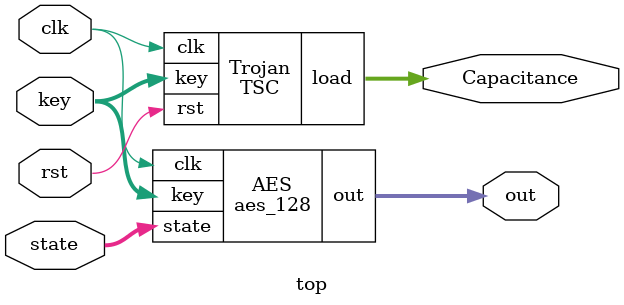
<source format=v>
/* Generated by Yosys 0.31+1 (git sha1 83c9261d6, x86_64-w64-mingw32-g++ 9.2.1 -Os) */

(* src = "table.v:64.1-328.10" *)
module S(clk, in, out);
  wire [7:0] _0000_;
  (* src = "table.v:69.5-327.12" *)
  wire [7:0] _0001_;
  wire _0002_;
  wire _0003_;
  wire _0004_;
  wire _0005_;
  wire _0006_;
  wire _0007_;
  wire _0008_;
  wire _0009_;
  (* src = "table.v:66.17-66.19" *)
  wire _0010_;
  (* src = "table.v:66.17-66.19" *)
  wire _0011_;
  (* src = "table.v:66.17-66.19" *)
  wire _0012_;
  (* src = "table.v:66.17-66.19" *)
  wire _0013_;
  (* src = "table.v:66.17-66.19" *)
  wire _0014_;
  (* src = "table.v:66.17-66.19" *)
  wire _0015_;
  (* src = "table.v:66.17-66.19" *)
  wire _0016_;
  (* src = "table.v:66.17-66.19" *)
  wire _0017_;
  wire _0018_;
  wire _0019_;
  wire _0020_;
  wire _0021_;
  wire _0022_;
  wire _0023_;
  wire _0024_;
  wire _0025_;
  wire _0026_;
  wire _0027_;
  wire _0028_;
  wire _0029_;
  wire _0030_;
  wire _0031_;
  wire _0032_;
  wire _0033_;
  wire _0034_;
  wire _0035_;
  wire _0036_;
  wire _0037_;
  wire _0038_;
  wire _0039_;
  wire _0040_;
  wire _0041_;
  wire _0042_;
  wire _0043_;
  wire _0044_;
  wire _0045_;
  wire _0046_;
  wire _0047_;
  wire _0048_;
  wire _0049_;
  wire _0050_;
  wire _0051_;
  wire _0052_;
  wire _0053_;
  wire _0054_;
  wire _0055_;
  wire _0056_;
  wire _0057_;
  wire _0058_;
  wire _0059_;
  wire _0060_;
  wire _0061_;
  wire _0062_;
  wire _0063_;
  wire _0064_;
  wire _0065_;
  wire _0066_;
  wire _0067_;
  wire _0068_;
  wire _0069_;
  wire _0070_;
  wire _0071_;
  wire _0072_;
  wire _0073_;
  wire _0074_;
  wire _0075_;
  wire _0076_;
  wire _0077_;
  wire _0078_;
  wire _0079_;
  wire _0080_;
  wire _0081_;
  wire _0082_;
  wire _0083_;
  wire _0084_;
  wire _0085_;
  wire _0086_;
  wire _0087_;
  wire _0088_;
  wire _0089_;
  wire _0090_;
  wire _0091_;
  wire _0092_;
  wire _0093_;
  wire _0094_;
  wire _0095_;
  wire _0096_;
  wire _0097_;
  wire _0098_;
  wire _0099_;
  wire _0100_;
  wire _0101_;
  wire _0102_;
  wire _0103_;
  wire _0104_;
  wire _0105_;
  wire _0106_;
  wire _0107_;
  wire _0108_;
  wire _0109_;
  wire _0110_;
  wire _0111_;
  wire _0112_;
  wire _0113_;
  wire _0114_;
  wire _0115_;
  wire _0116_;
  wire _0117_;
  wire _0118_;
  wire _0119_;
  wire _0120_;
  wire _0121_;
  wire _0122_;
  wire _0123_;
  wire _0124_;
  wire _0125_;
  wire _0126_;
  wire _0127_;
  wire _0128_;
  wire _0129_;
  wire _0130_;
  wire _0131_;
  wire _0132_;
  wire _0133_;
  wire _0134_;
  wire _0135_;
  wire _0136_;
  wire _0137_;
  wire _0138_;
  wire _0139_;
  wire _0140_;
  wire _0141_;
  wire _0142_;
  wire _0143_;
  wire _0144_;
  wire _0145_;
  wire _0146_;
  wire _0147_;
  wire _0148_;
  wire _0149_;
  wire _0150_;
  wire _0151_;
  wire _0152_;
  wire _0153_;
  wire _0154_;
  wire _0155_;
  wire _0156_;
  wire _0157_;
  wire _0158_;
  wire _0159_;
  wire _0160_;
  wire _0161_;
  wire _0162_;
  wire _0163_;
  wire _0164_;
  wire _0165_;
  wire _0166_;
  wire _0167_;
  wire _0168_;
  wire _0169_;
  wire _0170_;
  wire _0171_;
  wire _0172_;
  wire _0173_;
  wire _0174_;
  wire _0175_;
  wire _0176_;
  wire _0177_;
  wire _0178_;
  wire _0179_;
  wire _0180_;
  wire _0181_;
  wire _0182_;
  wire _0183_;
  wire _0184_;
  wire _0185_;
  wire _0186_;
  wire _0187_;
  wire _0188_;
  wire _0189_;
  wire _0190_;
  wire _0191_;
  wire _0192_;
  wire _0193_;
  wire _0194_;
  wire _0195_;
  wire _0196_;
  wire _0197_;
  wire _0198_;
  wire _0199_;
  wire _0200_;
  wire _0201_;
  wire _0202_;
  wire _0203_;
  wire _0204_;
  wire _0205_;
  wire _0206_;
  wire _0207_;
  wire _0208_;
  wire _0209_;
  wire _0210_;
  wire _0211_;
  wire _0212_;
  wire _0213_;
  wire _0214_;
  wire _0215_;
  wire _0216_;
  wire _0217_;
  wire _0218_;
  wire _0219_;
  wire _0220_;
  wire _0221_;
  wire _0222_;
  wire _0223_;
  wire _0224_;
  wire _0225_;
  wire _0226_;
  wire _0227_;
  wire _0228_;
  wire _0229_;
  wire _0230_;
  wire _0231_;
  wire _0232_;
  wire _0233_;
  wire _0234_;
  wire _0235_;
  wire _0236_;
  wire _0237_;
  wire _0238_;
  wire _0239_;
  wire _0240_;
  wire _0241_;
  wire _0242_;
  wire _0243_;
  wire _0244_;
  wire _0245_;
  wire _0246_;
  wire _0247_;
  wire _0248_;
  wire _0249_;
  wire _0250_;
  wire _0251_;
  wire _0252_;
  wire _0253_;
  wire _0254_;
  wire _0255_;
  wire _0256_;
  wire _0257_;
  wire _0258_;
  wire _0259_;
  wire _0260_;
  wire _0261_;
  wire _0262_;
  wire _0263_;
  wire _0264_;
  wire _0265_;
  wire _0266_;
  wire _0267_;
  wire _0268_;
  wire _0269_;
  wire _0270_;
  wire _0271_;
  wire _0272_;
  wire _0273_;
  wire _0274_;
  wire _0275_;
  wire _0276_;
  wire _0277_;
  wire _0278_;
  wire _0279_;
  wire _0280_;
  wire _0281_;
  wire _0282_;
  wire _0283_;
  wire _0284_;
  wire _0285_;
  wire _0286_;
  wire _0287_;
  wire _0288_;
  wire _0289_;
  wire _0290_;
  wire _0291_;
  wire _0292_;
  wire _0293_;
  wire _0294_;
  wire _0295_;
  wire _0296_;
  wire _0297_;
  wire _0298_;
  wire _0299_;
  wire _0300_;
  wire _0301_;
  wire _0302_;
  wire _0303_;
  wire _0304_;
  wire _0305_;
  wire _0306_;
  wire _0307_;
  wire _0308_;
  wire _0309_;
  wire _0310_;
  wire _0311_;
  wire _0312_;
  wire _0313_;
  wire _0314_;
  wire _0315_;
  wire _0316_;
  wire _0317_;
  wire _0318_;
  wire _0319_;
  wire _0320_;
  wire _0321_;
  wire _0322_;
  wire _0323_;
  wire _0324_;
  wire _0325_;
  wire _0326_;
  wire _0327_;
  wire _0328_;
  wire _0329_;
  wire _0330_;
  wire _0331_;
  wire _0332_;
  wire _0333_;
  wire _0334_;
  wire _0335_;
  wire _0336_;
  wire _0337_;
  wire _0338_;
  wire _0339_;
  wire _0340_;
  wire _0341_;
  wire _0342_;
  wire _0343_;
  wire _0344_;
  wire _0345_;
  wire _0346_;
  wire _0347_;
  wire _0348_;
  wire _0349_;
  wire _0350_;
  wire _0351_;
  wire _0352_;
  wire _0353_;
  wire _0354_;
  wire _0355_;
  wire _0356_;
  wire _0357_;
  wire _0358_;
  wire _0359_;
  wire _0360_;
  wire _0361_;
  wire _0362_;
  wire _0363_;
  wire _0364_;
  wire _0365_;
  wire _0366_;
  wire _0367_;
  wire _0368_;
  wire _0369_;
  wire _0370_;
  wire _0371_;
  wire _0372_;
  wire _0373_;
  wire _0374_;
  wire _0375_;
  wire _0376_;
  wire _0377_;
  wire _0378_;
  wire _0379_;
  wire _0380_;
  wire _0381_;
  wire _0382_;
  wire _0383_;
  wire _0384_;
  wire _0385_;
  wire _0386_;
  wire _0387_;
  wire _0388_;
  wire _0389_;
  wire _0390_;
  wire _0391_;
  wire _0392_;
  wire _0393_;
  wire _0394_;
  wire _0395_;
  wire _0396_;
  wire _0397_;
  wire _0398_;
  wire _0399_;
  wire _0400_;
  wire _0401_;
  wire _0402_;
  wire _0403_;
  wire _0404_;
  wire _0405_;
  wire [7:0] _0406_;
  wire _0407_;
  wire _0408_;
  wire _0409_;
  wire _0410_;
  wire _0411_;
  wire _0412_;
  wire _0413_;
  wire _0414_;
  wire [7:0] _0415_;
  wire [7:0] _0416_;
  wire [7:0] _0417_;
  wire [7:0] _0418_;
  wire [7:0] _0419_;
  wire [7:0] _0420_;
  wire [7:0] _0421_;
  wire [7:0] _0422_;
  wire [7:0] _0423_;
  wire [7:0] _0424_;
  wire [7:0] _0425_;
  wire [7:0] _0426_;
  wire [7:0] _0427_;
  wire [7:0] _0428_;
  wire [7:0] _0429_;
  wire [7:0] _0430_;
  wire [7:0] _0431_;
  wire [7:0] _0432_;
  wire [7:0] _0433_;
  wire [7:0] _0434_;
  wire [7:0] _0435_;
  wire [7:0] _0436_;
  wire [7:0] _0437_;
  wire [7:0] _0438_;
  wire [7:0] _0439_;
  wire [7:0] _0440_;
  wire [7:0] _0441_;
  wire [7:0] _0442_;
  wire [7:0] _0443_;
  wire [7:0] _0444_;
  wire [7:0] _0445_;
  wire [7:0] _0446_;
  wire [7:0] _0447_;
  wire [7:0] _0448_;
  wire [7:0] _0449_;
  wire [7:0] _0450_;
  wire [7:0] _0451_;
  wire [7:0] _0452_;
  wire [7:0] _0453_;
  wire [7:0] _0454_;
  wire [7:0] _0455_;
  wire [7:0] _0456_;
  wire [7:0] _0457_;
  wire [7:0] _0458_;
  wire [7:0] _0459_;
  wire [7:0] _0460_;
  wire [7:0] _0461_;
  wire [7:0] _0462_;
  wire [7:0] _0463_;
  wire [7:0] _0464_;
  wire [7:0] _0465_;
  wire [7:0] _0466_;
  wire [7:0] _0467_;
  wire [7:0] _0468_;
  wire [7:0] _0469_;
  wire [7:0] _0470_;
  wire [7:0] _0471_;
  wire [7:0] _0472_;
  wire [7:0] _0473_;
  wire [7:0] _0474_;
  wire [7:0] _0475_;
  wire [7:0] _0476_;
  wire [7:0] _0477_;
  wire [7:0] _0478_;
  wire [7:0] _0479_;
  wire [7:0] _0480_;
  wire [7:0] _0481_;
  wire [7:0] _0482_;
  wire [7:0] _0483_;
  wire [7:0] _0484_;
  wire [7:0] _0485_;
  wire [7:0] _0486_;
  wire [7:0] _0487_;
  wire [7:0] _0488_;
  wire [7:0] _0489_;
  wire [7:0] _0490_;
  wire [7:0] _0491_;
  wire [7:0] _0492_;
  wire [7:0] _0493_;
  wire [7:0] _0494_;
  wire [7:0] _0495_;
  wire [7:0] _0496_;
  wire [7:0] _0497_;
  wire [7:0] _0498_;
  wire [7:0] _0499_;
  wire [7:0] _0500_;
  wire [7:0] _0501_;
  wire [7:0] _0502_;
  wire [7:0] _0503_;
  wire [7:0] _0504_;
  wire [7:0] _0505_;
  wire [7:0] _0506_;
  wire [7:0] _0507_;
  wire [7:0] _0508_;
  wire [7:0] _0509_;
  wire [7:0] _0510_;
  wire [7:0] _0511_;
  wire [7:0] _0512_;
  wire [7:0] _0513_;
  wire [7:0] _0514_;
  wire [7:0] _0515_;
  wire [7:0] _0516_;
  wire [7:0] _0517_;
  wire [7:0] _0518_;
  wire [7:0] _0519_;
  wire [7:0] _0520_;
  wire [7:0] _0521_;
  wire [7:0] _0522_;
  wire [7:0] _0523_;
  wire [7:0] _0524_;
  wire [7:0] _0525_;
  wire [7:0] _0526_;
  wire [7:0] _0527_;
  wire [7:0] _0528_;
  wire [7:0] _0529_;
  wire [7:0] _0530_;
  wire [7:0] _0531_;
  wire [7:0] _0532_;
  wire [7:0] _0533_;
  wire [7:0] _0534_;
  wire [7:0] _0535_;
  wire [7:0] _0536_;
  wire [7:0] _0537_;
  wire [7:0] _0538_;
  wire [7:0] _0539_;
  wire [7:0] _0540_;
  wire [7:0] _0541_;
  wire [7:0] _0542_;
  wire [7:0] _0543_;
  wire [7:0] _0544_;
  wire [7:0] _0545_;
  wire [7:0] _0546_;
  wire [7:0] _0547_;
  wire [7:0] _0548_;
  wire [7:0] _0549_;
  wire [7:0] _0550_;
  wire [7:0] _0551_;
  wire [7:0] _0552_;
  wire [7:0] _0553_;
  wire [7:0] _0554_;
  wire [7:0] _0555_;
  wire [7:0] _0556_;
  wire [7:0] _0557_;
  wire [7:0] _0558_;
  wire [7:0] _0559_;
  wire [7:0] _0560_;
  wire [7:0] _0561_;
  wire [7:0] _0562_;
  wire [7:0] _0563_;
  wire [7:0] _0564_;
  wire [7:0] _0565_;
  wire [7:0] _0566_;
  wire [7:0] _0567_;
  wire [7:0] _0568_;
  wire [7:0] _0569_;
  wire [7:0] _0570_;
  wire [7:0] _0571_;
  wire [7:0] _0572_;
  wire [7:0] _0573_;
  wire [7:0] _0574_;
  wire [7:0] _0575_;
  wire [7:0] _0576_;
  wire [7:0] _0577_;
  wire [7:0] _0578_;
  wire [7:0] _0579_;
  wire [7:0] _0580_;
  wire [7:0] _0581_;
  wire [7:0] _0582_;
  wire [7:0] _0583_;
  wire [7:0] _0584_;
  wire [7:0] _0585_;
  wire [7:0] _0586_;
  wire [7:0] _0587_;
  wire [7:0] _0588_;
  wire [7:0] _0589_;
  wire [7:0] _0590_;
  wire [7:0] _0591_;
  wire [7:0] _0592_;
  wire [7:0] _0593_;
  wire [7:0] _0594_;
  wire [7:0] _0595_;
  wire [7:0] _0596_;
  wire [7:0] _0597_;
  wire [7:0] _0598_;
  wire [7:0] _0599_;
  wire [7:0] _0600_;
  wire [7:0] _0601_;
  wire [7:0] _0602_;
  wire [7:0] _0603_;
  wire [7:0] _0604_;
  wire [7:0] _0605_;
  wire [7:0] _0606_;
  wire [7:0] _0607_;
  wire [7:0] _0608_;
  wire [7:0] _0609_;
  wire [7:0] _0610_;
  wire [7:0] _0611_;
  wire [7:0] _0612_;
  wire [7:0] _0613_;
  wire [7:0] _0614_;
  wire [7:0] _0615_;
  wire [7:0] _0616_;
  wire [7:0] _0617_;
  wire [7:0] _0618_;
  wire [7:0] _0619_;
  wire [7:0] _0620_;
  wire [7:0] _0621_;
  wire [7:0] _0622_;
  wire [7:0] _0623_;
  wire [7:0] _0624_;
  wire [7:0] _0625_;
  wire [7:0] _0626_;
  wire [7:0] _0627_;
  wire [7:0] _0628_;
  wire [7:0] _0629_;
  wire [7:0] _0630_;
  wire [7:0] _0631_;
  wire [7:0] _0632_;
  wire [7:0] _0633_;
  wire [7:0] _0634_;
  wire [7:0] _0635_;
  wire [7:0] _0636_;
  wire [7:0] _0637_;
  wire [7:0] _0638_;
  wire [7:0] _0639_;
  wire [7:0] _0640_;
  wire [7:0] _0641_;
  wire [7:0] _0642_;
  wire [7:0] _0643_;
  wire [7:0] _0644_;
  wire [7:0] _0645_;
  wire [7:0] _0646_;
  wire [7:0] _0647_;
  wire [7:0] _0648_;
  wire [7:0] _0649_;
  wire [7:0] _0650_;
  wire [7:0] _0651_;
  wire [7:0] _0652_;
  wire [7:0] _0653_;
  wire [7:0] _0654_;
  wire [7:0] _0655_;
  wire [7:0] _0656_;
  wire [7:0] _0657_;
  wire [7:0] _0658_;
  wire [7:0] _0659_;
  wire [7:0] _0660_;
  wire [7:0] _0661_;
  wire [7:0] _0662_;
  wire [7:0] _0663_;
  wire [7:0] _0664_;
  wire [7:0] _0665_;
  wire [7:0] _0666_;
  wire [7:0] _0667_;
  wire [7:0] _0668_;
  wire [7:0] _0669_;
  wire [7:0] _0670_;
  wire [7:0] _0671_;
  wire [7:0] _0672_;
  wire [7:0] _0673_;
  wire [7:0] _0674_;
  wire [7:0] _0675_;
  wire [7:0] _0676_;
  wire [7:0] _0677_;
  wire [7:0] _0678_;
  wire [7:0] _0679_;
  wire [7:0] _0680_;
  wire [7:0] _0681_;
  wire [7:0] _0682_;
  wire [7:0] _0683_;
  wire [7:0] _0684_;
  wire [7:0] _0685_;
  wire [7:0] _0686_;
  wire [7:0] _0687_;
  wire [7:0] _0688_;
  wire [7:0] _0689_;
  wire [7:0] _0690_;
  wire [7:0] _0691_;
  wire [7:0] _0692_;
  wire [7:0] _0693_;
  wire [7:0] _0694_;
  wire [7:0] _0695_;
  wire [7:0] _0696_;
  wire [7:0] _0697_;
  wire [7:0] _0698_;
  wire [7:0] _0699_;
  wire [7:0] _0700_;
  wire [7:0] _0701_;
  wire [7:0] _0702_;
  wire [7:0] _0703_;
  wire [7:0] _0704_;
  wire [7:0] _0705_;
  wire [7:0] _0706_;
  wire [7:0] _0707_;
  wire [7:0] _0708_;
  wire [7:0] _0709_;
  wire [7:0] _0710_;
  wire [7:0] _0711_;
  wire [7:0] _0712_;
  wire [7:0] _0713_;
  wire [7:0] _0714_;
  wire [7:0] _0715_;
  wire [7:0] _0716_;
  wire [7:0] _0717_;
  wire [7:0] _0718_;
  wire [7:0] _0719_;
  wire [7:0] _0720_;
  wire [7:0] _0721_;
  wire [7:0] _0722_;
  wire [7:0] _0723_;
  wire [7:0] _0724_;
  wire [7:0] _0725_;
  wire [7:0] _0726_;
  wire [7:0] _0727_;
  wire [7:0] _0728_;
  wire [7:0] _0729_;
  wire [7:0] _0730_;
  wire [7:0] _0731_;
  wire [7:0] _0732_;
  wire [7:0] _0733_;
  wire [7:0] _0734_;
  wire [7:0] _0735_;
  wire [7:0] _0736_;
  wire [7:0] _0737_;
  wire [7:0] _0738_;
  wire [7:0] _0739_;
  wire [7:0] _0740_;
  wire [7:0] _0741_;
  wire [7:0] _0742_;
  wire [7:0] _0743_;
  wire [7:0] _0744_;
  wire [7:0] _0745_;
  wire [7:0] _0746_;
  wire [7:0] _0747_;
  wire [7:0] _0748_;
  wire [7:0] _0749_;
  wire [7:0] _0750_;
  wire [7:0] _0751_;
  wire [7:0] _0752_;
  wire [7:0] _0753_;
  wire [7:0] _0754_;
  wire [7:0] _0755_;
  wire [7:0] _0756_;
  wire [7:0] _0757_;
  wire [7:0] _0758_;
  wire [7:0] _0759_;
  wire [7:0] _0760_;
  wire [7:0] _0761_;
  wire [7:0] _0762_;
  wire [7:0] _0763_;
  wire [7:0] _0764_;
  wire [7:0] _0765_;
  wire [7:0] _0766_;
  wire [7:0] _0767_;
  wire [7:0] _0768_;
  wire [7:0] _0769_;
  wire [7:0] _0770_;
  wire [7:0] _0771_;
  wire [7:0] _0772_;
  wire [7:0] _0773_;
  wire [7:0] _0774_;
  wire [7:0] _0775_;
  wire [7:0] _0776_;
  wire [7:0] _0777_;
  wire [7:0] _0778_;
  wire [7:0] _0779_;
  wire [7:0] _0780_;
  wire [7:0] _0781_;
  wire [7:0] _0782_;
  wire [7:0] _0783_;
  wire [7:0] _0784_;
  wire [7:0] _0785_;
  wire [7:0] _0786_;
  wire [7:0] _0787_;
  wire [7:0] _0788_;
  wire [7:0] _0789_;
  wire [7:0] _0790_;
  wire [7:0] _0791_;
  wire [7:0] _0792_;
  wire [7:0] _0793_;
  wire [7:0] _0794_;
  wire [7:0] _0795_;
  wire [7:0] _0796_;
  wire [7:0] _0797_;
  wire [7:0] _0798_;
  wire [7:0] _0799_;
  wire [7:0] _0800_;
  wire [7:0] _0801_;
  wire [7:0] _0802_;
  wire [7:0] _0803_;
  wire [7:0] _0804_;
  wire [7:0] _0805_;
  wire [7:0] _0806_;
  wire [7:0] _0807_;
  wire [7:0] _0808_;
  wire [7:0] _0809_;
  wire [7:0] _0810_;
  wire [7:0] _0811_;
  wire [7:0] _0812_;
  wire [7:0] _0813_;
  wire [7:0] _0814_;
  wire [7:0] _0815_;
  wire [7:0] _0816_;
  wire [7:0] _0817_;
  wire [7:0] _0818_;
  wire [7:0] _0819_;
  wire [7:0] _0820_;
  wire [7:0] _0821_;
  wire [7:0] _0822_;
  wire [7:0] _0823_;
  wire [7:0] _0824_;
  wire [7:0] _0825_;
  wire [7:0] _0826_;
  wire [7:0] _0827_;
  wire [7:0] _0828_;
  wire [7:0] _0829_;
  wire [7:0] _0830_;
  wire [7:0] _0831_;
  wire [7:0] _0832_;
  wire [7:0] _0833_;
  wire [7:0] _0834_;
  wire [7:0] _0835_;
  wire [7:0] _0836_;
  wire [7:0] _0837_;
  wire [7:0] _0838_;
  wire [7:0] _0839_;
  wire [7:0] _0840_;
  wire [7:0] _0841_;
  wire [7:0] _0842_;
  wire [7:0] _0843_;
  wire [7:0] _0844_;
  wire [7:0] _0845_;
  wire [7:0] _0846_;
  wire [7:0] _0847_;
  wire [7:0] _0848_;
  wire [7:0] _0849_;
  wire [7:0] _0850_;
  wire [7:0] _0851_;
  wire [7:0] _0852_;
  wire [7:0] _0853_;
  wire [7:0] _0854_;
  wire [7:0] _0855_;
  wire [7:0] _0856_;
  wire [7:0] _0857_;
  wire [7:0] _0858_;
  wire [7:0] _0859_;
  wire [7:0] _0860_;
  wire [7:0] _0861_;
  wire [7:0] _0862_;
  wire [7:0] _0863_;
  wire [7:0] _0864_;
  wire [7:0] _0865_;
  wire [7:0] _0866_;
  wire [7:0] _0867_;
  wire [7:0] _0868_;
  wire [7:0] _0869_;
  wire [7:0] _0870_;
  wire [7:0] _0871_;
  wire [7:0] _0872_;
  wire [7:0] _0873_;
  wire [7:0] _0874_;
  wire [7:0] _0875_;
  wire [7:0] _0876_;
  wire [7:0] _0877_;
  wire [7:0] _0878_;
  wire [7:0] _0879_;
  wire [7:0] _0880_;
  wire [7:0] _0881_;
  wire [7:0] _0882_;
  wire [7:0] _0883_;
  wire [7:0] _0884_;
  wire [7:0] _0885_;
  wire [7:0] _0886_;
  wire [7:0] _0887_;
  wire [7:0] _0888_;
  wire [7:0] _0889_;
  wire [7:0] _0890_;
  wire [7:0] _0891_;
  wire [7:0] _0892_;
  wire [7:0] _0893_;
  wire [7:0] _0894_;
  wire [7:0] _0895_;
  wire [7:0] _0896_;
  wire [7:0] _0897_;
  wire [7:0] _0898_;
  wire [7:0] _0899_;
  wire [7:0] _0900_;
  wire [7:0] _0901_;
  wire [7:0] _0902_;
  wire [7:0] _0903_;
  wire [7:0] _0904_;
  wire [7:0] _0905_;
  wire [7:0] _0906_;
  wire [7:0] _0907_;
  wire [7:0] _0908_;
  wire [7:0] _0909_;
  wire [7:0] _0910_;
  wire [7:0] _0911_;
  wire [7:0] _0912_;
  wire [7:0] _0913_;
  wire [7:0] _0914_;
  wire [7:0] _0915_;
  wire [7:0] _0916_;
  wire [7:0] _0917_;
  wire [7:0] _0918_;
  wire [7:0] _0919_;
  wire [7:0] _0920_;
  wire [7:0] _0921_;
  wire [7:0] _0922_;
  wire [7:0] _0923_;
  wire [7:0] _0924_;
  (* src = "table.v:65.11-65.14" *)
  input clk;
  wire clk;
  (* src = "table.v:66.17-66.19" *)
  input [7:0] in;
  wire [7:0] in;
  (* src = "table.v:67.22-67.25" *)
  output [7:0] out;
  wire [7:0] out;
  iv1v0x05 _0925_ (
    .a(_0013_),
    .z(_0096_)
  );
  iv1v0x05 _0926_ (
    .a(_0014_),
    .z(_0107_)
  );
  iv1v0x05 _0927_ (
    .a(_0015_),
    .z(_0118_)
  );
  iv1v0x05 _0928_ (
    .a(_0010_),
    .z(_0129_)
  );
  iv1v0x05 _0929_ (
    .a(_0012_),
    .z(_0139_)
  );
  iv1v0x05 _0930_ (
    .a(_0011_),
    .z(_0150_)
  );
  aoi21a2v0x05 _0931_ (
    .a1(_0011_),
    .a2(_0010_),
    .b(_0012_),
    .z(_0161_)
  );
  oai21a2bv0x05 _0932_ (
    .a1(_0010_),
    .a2(_0011_),
    .b(_0012_),
    .z(_0172_)
  );
  an2v0x05 _0933_ (
    .a(_0012_),
    .b(_0011_),
    .z(_0183_)
  );
  nd2v0x05 _0934_ (
    .a(_0012_),
    .b(_0011_),
    .z(_0193_)
  );
  nd2v0x05 _0935_ (
    .a(_0172_),
    .b(_0193_),
    .z(_0204_)
  );
  an2v0x05 _0936_ (
    .a(_0010_),
    .b(_0011_),
    .z(_0215_)
  );
  nd2v0x05 _0937_ (
    .a(_0010_),
    .b(_0011_),
    .z(_0226_)
  );
  xor2v0x05 _0938_ (
    .a(_0010_),
    .b(_0011_),
    .z(_0236_)
  );
  xnr2v0x05 _0939_ (
    .a(_0010_),
    .b(_0011_),
    .z(_0247_)
  );
  xnai21v2x05 _0940_ (
    .a1(_0010_),
    .a2(_0011_),
    .b(_0012_),
    .z(_0258_)
  );
  nr3v0x05 _0941_ (
    .a(_0010_),
    .b(_0012_),
    .c(_0011_),
    .z(_0269_)
  );
  or3v0x05 _0942_ (
    .a(_0010_),
    .b(_0012_),
    .c(_0011_),
    .z(_0279_)
  );
  nd2v0x05 _0943_ (
    .a(_0258_),
    .b(_0279_),
    .z(_0290_)
  );
  mxn2v0x05 _0944_ (
    .a0(_0204_),
    .a1(_0290_),
    .s(_0096_),
    .z(_0301_)
  );
  nd2v0x05 _0945_ (
    .a(_0012_),
    .b(_0236_),
    .z(_0311_)
  );
  aoi21v0x05 _0946_ (
    .a1(_0012_),
    .a2(_0236_),
    .b(_0161_),
    .z(_0322_)
  );
  nd2v0x05 _0947_ (
    .a(_0013_),
    .b(_0193_),
    .z(_0333_)
  );
  oai211v0x05 _0948_ (
    .a1(_0013_),
    .a2(_0322_),
    .b(_0333_),
    .c(_0014_),
    .z(_0344_)
  );
  nd2av0x05 _0949_ (
    .a(_0011_),
    .b(_0010_),
    .z(_0347_)
  );
  nr3abv0x05 _0950_ (
    .a(_0010_),
    .b(_0012_),
    .c(_0011_),
    .z(_0348_)
  );
  nd3av0x05 _0951_ (
    .a(_0011_),
    .b(_0012_),
    .c(_0010_),
    .z(_0349_)
  );
  oai21v0x05 _0952_ (
    .a1(_0269_),
    .a2(_0348_),
    .b(_0013_),
    .z(_0350_)
  );
  oai21v0x05 _0953_ (
    .a1(_0010_),
    .a2(_0011_),
    .b(_0012_),
    .z(_0351_)
  );
  nd2av0x05 _0954_ (
    .a(_0351_),
    .b(_0096_),
    .z(_0352_)
  );
  nd3v0x05 _0955_ (
    .a(_0014_),
    .b(_0350_),
    .c(_0352_),
    .z(_0353_)
  );
  nr3abv0x05 _0956_ (
    .a(_0010_),
    .b(_0011_),
    .c(_0012_),
    .z(_0354_)
  );
  nd3av0x05 _0957_ (
    .a(_0012_),
    .b(_0011_),
    .c(_0010_),
    .z(_0355_)
  );
  aoi21a2bv0x05 _0958_ (
    .a1(_0011_),
    .a2(_0010_),
    .b(_0012_),
    .z(_0356_)
  );
  oai21a2v0x05 _0959_ (
    .a1(_0010_),
    .a2(_0011_),
    .b(_0012_),
    .z(_0357_)
  );
  oai21v0x05 _0960_ (
    .a1(_0354_),
    .a2(_0356_),
    .b(_0013_),
    .z(_0358_)
  );
  oai211v0x05 _0961_ (
    .a1(_0013_),
    .a2(_0011_),
    .b(_0358_),
    .c(_0107_),
    .z(_0359_)
  );
  nd2v0x05 _0962_ (
    .a(_0353_),
    .b(_0359_),
    .z(_0360_)
  );
  oai21v0x05 _0963_ (
    .a1(_0014_),
    .a2(_0301_),
    .b(_0344_),
    .z(_0361_)
  );
  mxi2v0x05 _0964_ (
    .a0(_0361_),
    .a1(_0360_),
    .s(_0016_),
    .z(_0362_)
  );
  nd2av0x05 _0965_ (
    .a(_0012_),
    .b(_0010_),
    .z(_0363_)
  );
  aoi21v0x05 _0966_ (
    .a1(_0013_),
    .a2(_0010_),
    .b(_0011_),
    .z(_0364_)
  );
  aoi21a2v0x05 _0967_ (
    .a1(_0363_),
    .a2(_0364_),
    .b(_0014_),
    .z(_0365_)
  );
  nr2v0x05 _0968_ (
    .a(_0010_),
    .b(_0012_),
    .z(_0366_)
  );
  nd3v0x05 _0969_ (
    .a(_0010_),
    .b(_0012_),
    .c(_0011_),
    .z(_0367_)
  );
  aoi112v0x05 _0970_ (
    .a(_0013_),
    .b(_0366_),
    .c1(_0215_),
    .c2(_0012_),
    .z(_0368_)
  );
  nd3abv0x05 _0971_ (
    .a(_0010_),
    .b(_0011_),
    .c(_0012_),
    .z(_0369_)
  );
  nd2v0x05 _0972_ (
    .a(_0172_),
    .b(_0369_),
    .z(_0370_)
  );
  aoi112v0x05 _0973_ (
    .a(_0107_),
    .b(_0368_),
    .c1(_0370_),
    .c2(_0013_),
    .z(_0371_)
  );
  oai21v0x05 _0974_ (
    .a1(_0365_),
    .a2(_0371_),
    .b(_0016_),
    .z(_0372_)
  );
  aoi21a2v0x05 _0975_ (
    .a1(_0010_),
    .a2(_0011_),
    .b(_0012_),
    .z(_0373_)
  );
  oai21a2bv0x05 _0976_ (
    .a1(_0011_),
    .a2(_0010_),
    .b(_0012_),
    .z(_0374_)
  );
  nr3av0x05 _0977_ (
    .a(_0010_),
    .b(_0012_),
    .c(_0011_),
    .z(_0375_)
  );
  nd3abv0x05 _0978_ (
    .a(_0012_),
    .b(_0011_),
    .c(_0010_),
    .z(_0376_)
  );
  aoi21v0x05 _0979_ (
    .a1(_0193_),
    .a2(_0376_),
    .b(_0013_),
    .z(_0377_)
  );
  nr2v0x05 _0980_ (
    .a(_0012_),
    .b(_0011_),
    .z(_0378_)
  );
  or2v0x05 _0981_ (
    .a(_0012_),
    .b(_0011_),
    .z(_0379_)
  );
  aoi21a2v0x05 _0982_ (
    .a1(_0379_),
    .a2(_0333_),
    .b(_0377_),
    .z(_0380_)
  );
  aoi21v0x05 _0983_ (
    .a1(_0258_),
    .a2(_0355_),
    .b(_0096_),
    .z(_0381_)
  );
  aoi21a2v0x05 _0984_ (
    .a1(_0096_),
    .a2(_0363_),
    .b(_0381_),
    .z(_0382_)
  );
  mxn2v0x05 _0985_ (
    .a0(_0380_),
    .a1(_0382_),
    .s(_0014_),
    .z(_0383_)
  );
  oai21v0x05 _0986_ (
    .a1(_0016_),
    .a2(_0383_),
    .b(_0372_),
    .z(_0384_)
  );
  mxi2v0x05 _0987_ (
    .a0(_0384_),
    .a1(_0362_),
    .s(_0017_),
    .z(_0385_)
  );
  nr2v0x05 _0988_ (
    .a(_0013_),
    .b(_0373_),
    .z(_0386_)
  );
  nd3v0x05 _0989_ (
    .a(_0013_),
    .b(_0357_),
    .c(_0379_),
    .z(_0387_)
  );
  nd2v0x05 _0990_ (
    .a(_0014_),
    .b(_0387_),
    .z(_0388_)
  );
  nd2v0x05 _0991_ (
    .a(_0010_),
    .b(_0012_),
    .z(_0389_)
  );
  aoi21v0x05 _0992_ (
    .a1(_0010_),
    .a2(_0012_),
    .b(_0013_),
    .z(_0390_)
  );
  nr2v0x05 _0993_ (
    .a(_0012_),
    .b(_0236_),
    .z(_0391_)
  );
  nd2av0x05 _0994_ (
    .a(_0010_),
    .b(_0012_),
    .z(_0392_)
  );
  oai21v0x05 _0995_ (
    .a1(_0012_),
    .a2(_0247_),
    .b(_0390_),
    .z(_0393_)
  );
  oai21v0x05 _0996_ (
    .a1(_0356_),
    .a2(_0366_),
    .b(_0013_),
    .z(_0394_)
  );
  an2v0x05 _0997_ (
    .a(_0393_),
    .b(_0394_),
    .z(_0395_)
  );
  oai22v0x05 _0998_ (
    .a1(_0386_),
    .a2(_0388_),
    .b1(_0395_),
    .b2(_0014_),
    .z(_0396_)
  );
  nd3v0x05 _0999_ (
    .a(_0096_),
    .b(_0367_),
    .c(_0376_),
    .z(_0397_)
  );
  oai21v0x05 _1000_ (
    .a1(_0012_),
    .a2(_0215_),
    .b(_0013_),
    .z(_0398_)
  );
  oai211v0x05 _1001_ (
    .a1(_0012_),
    .a2(_0215_),
    .b(_0369_),
    .c(_0013_),
    .z(_0399_)
  );
  aoi21v0x05 _1002_ (
    .a1(_0397_),
    .a2(_0399_),
    .b(_0014_),
    .z(_0400_)
  );
  oai21v0x05 _1003_ (
    .a1(_0348_),
    .a2(_0366_),
    .b(_0013_),
    .z(_0401_)
  );
  aoi31v0x05 _1004_ (
    .a1(_0014_),
    .a2(_0393_),
    .a3(_0401_),
    .b(_0400_),
    .z(_0402_)
  );
  mxn2v0x05 _1005_ (
    .a0(_0396_),
    .a1(_0402_),
    .s(_0016_),
    .z(_0403_)
  );
  oai21v0x05 _1006_ (
    .a1(_0183_),
    .a2(_0375_),
    .b(_0013_),
    .z(_0404_)
  );
  oai21v0x05 _1007_ (
    .a1(_0013_),
    .a2(_0375_),
    .b(_0404_),
    .z(_0405_)
  );
  nd3abv0x05 _1008_ (
    .a(_0010_),
    .b(_0012_),
    .c(_0011_),
    .z(_0018_)
  );
  aoi21v0x05 _1009_ (
    .a1(_0357_),
    .a2(_0018_),
    .b(_0096_),
    .z(_0019_)
  );
  aoi31v0x05 _1010_ (
    .a1(_0013_),
    .a2(_0357_),
    .a3(_0018_),
    .b(_0014_),
    .z(_0020_)
  );
  oai211v0x05 _1011_ (
    .a1(_0013_),
    .a2(_0311_),
    .b(_0401_),
    .c(_0107_),
    .z(_0021_)
  );
  nd2av0x05 _1012_ (
    .a(_0012_),
    .b(_0011_),
    .z(_0022_)
  );
  nd2v0x05 _1013_ (
    .a(_0013_),
    .b(_0022_),
    .z(_0023_)
  );
  iv1v0x05 _1014_ (
    .a(_0023_),
    .z(_0024_)
  );
  an2v0x05 _1015_ (
    .a(_0172_),
    .b(_0389_),
    .z(_0025_)
  );
  oai21v0x05 _1016_ (
    .a1(_0013_),
    .a2(_0025_),
    .b(_0014_),
    .z(_0026_)
  );
  oai21v0x05 _1017_ (
    .a1(_0024_),
    .a2(_0026_),
    .b(_0021_),
    .z(_0027_)
  );
  aoi112v0x05 _1018_ (
    .a(_0016_),
    .b(_0020_),
    .c1(_0405_),
    .c2(_0014_),
    .z(_0028_)
  );
  aoi112v0x05 _1019_ (
    .a(_0017_),
    .b(_0028_),
    .c1(_0027_),
    .c2(_0016_),
    .z(_0029_)
  );
  aoi21v0x05 _1020_ (
    .a1(_0017_),
    .a2(_0403_),
    .b(_0029_),
    .z(_0030_)
  );
  mxi2v0x05 _1021_ (
    .a0(_0385_),
    .a1(_0030_),
    .s(_0118_),
    .z(_0008_)
  );
  aoi21v0x05 _1022_ (
    .a1(_0139_),
    .a2(_0236_),
    .b(_0096_),
    .z(_0031_)
  );
  oai21v0x05 _1023_ (
    .a1(_0012_),
    .a2(_0247_),
    .b(_0013_),
    .z(_0032_)
  );
  aoi21v0x05 _1024_ (
    .a1(_0010_),
    .a2(_0139_),
    .b(_0011_),
    .z(_0033_)
  );
  oai211v0x05 _1025_ (
    .a1(_0013_),
    .a2(_0033_),
    .b(_0032_),
    .c(_0014_),
    .z(_0034_)
  );
  oai21bv0x05 _1026_ (
    .a1(_0010_),
    .a2(_0011_),
    .b(_0012_),
    .z(_0035_)
  );
  nd3v0x05 _1027_ (
    .a(_0013_),
    .b(_0258_),
    .c(_0035_),
    .z(_0036_)
  );
  oai211v0x05 _1028_ (
    .a1(_0013_),
    .a2(_0354_),
    .b(_0036_),
    .c(_0107_),
    .z(_0037_)
  );
  nd2v0x05 _1029_ (
    .a(_0034_),
    .b(_0037_),
    .z(_0038_)
  );
  nr3abv0x05 _1030_ (
    .a(_0096_),
    .b(_0258_),
    .c(_0354_),
    .z(_0039_)
  );
  aoi31v0x05 _1031_ (
    .a1(_0013_),
    .a2(_0311_),
    .a3(_0374_),
    .b(_0039_),
    .z(_0040_)
  );
  nd2v0x05 _1032_ (
    .a(_0096_),
    .b(_0367_),
    .z(_0041_)
  );
  aon21bv0x05 _1033_ (
    .a1(_0013_),
    .a2(_0347_),
    .b(_0041_),
    .z(_0042_)
  );
  mxi2v0x05 _1034_ (
    .a0(_0040_),
    .a1(_0042_),
    .s(_0107_),
    .z(_0043_)
  );
  aoi21v0x05 _1035_ (
    .a1(_0389_),
    .a2(_0018_),
    .b(_0013_),
    .z(_0044_)
  );
  nd3abv0x05 _1036_ (
    .a(_0096_),
    .b(_0366_),
    .c(_0367_),
    .z(_0045_)
  );
  nd2av0x05 _1037_ (
    .a(_0044_),
    .b(_0045_),
    .z(_0046_)
  );
  aon21bv0x05 _1038_ (
    .a1(_0010_),
    .a2(_0011_),
    .b(_0012_),
    .z(_0047_)
  );
  oai21v0x05 _1039_ (
    .a1(_0096_),
    .a2(_0373_),
    .b(_0014_),
    .z(_0048_)
  );
  aoi31v0x05 _1040_ (
    .a1(_0096_),
    .a2(_0355_),
    .a3(_0047_),
    .b(_0048_),
    .z(_0049_)
  );
  aoi21v0x05 _1041_ (
    .a1(_0107_),
    .a2(_0046_),
    .b(_0049_),
    .z(_0050_)
  );
  an2v0x05 _1042_ (
    .a(_0096_),
    .b(_0258_),
    .z(_0051_)
  );
  nr3abv0x05 _1043_ (
    .a(_0107_),
    .b(_0401_),
    .c(_0051_),
    .z(_0052_)
  );
  nd3v0x05 _1044_ (
    .a(_0096_),
    .b(_0129_),
    .c(_0011_),
    .z(_0053_)
  );
  aoi31v0x05 _1045_ (
    .a1(_0014_),
    .a2(_0172_),
    .a3(_0053_),
    .b(_0052_),
    .z(_0054_)
  );
  mxn2v0x05 _1046_ (
    .a0(_0038_),
    .a1(_0054_),
    .s(_0016_),
    .z(_0055_)
  );
  mxi2v0x05 _1047_ (
    .a0(_0043_),
    .a1(_0050_),
    .s(_0016_),
    .z(_0056_)
  );
  mxi2v0x05 _1048_ (
    .a0(_0056_),
    .a1(_0055_),
    .s(_0017_),
    .z(_0057_)
  );
  aoi21v0x05 _1049_ (
    .a1(_0357_),
    .a2(_0376_),
    .b(_0013_),
    .z(_0058_)
  );
  aoi21v0x05 _1050_ (
    .a1(_0013_),
    .a2(_0025_),
    .b(_0058_),
    .z(_0059_)
  );
  aon21bv0x05 _1051_ (
    .a1(_0367_),
    .a2(_0376_),
    .b(_0013_),
    .z(_0060_)
  );
  aoi21v0x05 _1052_ (
    .a1(_0369_),
    .a2(_0379_),
    .b(_0013_),
    .z(_0061_)
  );
  nr3abv0x05 _1053_ (
    .a(_0012_),
    .b(_0011_),
    .c(_0010_),
    .z(_0062_)
  );
  or2v0x05 _1054_ (
    .a(_0354_),
    .b(_0062_),
    .z(_0063_)
  );
  nr3v0x05 _1055_ (
    .a(_0013_),
    .b(_0354_),
    .c(_0356_),
    .z(_0064_)
  );
  aoi112v0x05 _1056_ (
    .a(_0014_),
    .b(_0061_),
    .c1(_0063_),
    .c2(_0013_),
    .z(_0065_)
  );
  aoi21v0x05 _1057_ (
    .a1(_0014_),
    .a2(_0059_),
    .b(_0065_),
    .z(_0066_)
  );
  oai21v0x05 _1058_ (
    .a1(_0373_),
    .a2(_0041_),
    .b(_0060_),
    .z(_0067_)
  );
  aoi112v0x05 _1059_ (
    .a(_0014_),
    .b(_0064_),
    .c1(_0011_),
    .c2(_0013_),
    .z(_0068_)
  );
  aoi21v0x05 _1060_ (
    .a1(_0014_),
    .a2(_0067_),
    .b(_0068_),
    .z(_0069_)
  );
  mxi2v0x05 _1061_ (
    .a0(_0069_),
    .a1(_0066_),
    .s(_0016_),
    .z(_0070_)
  );
  nd2v0x05 _1062_ (
    .a(_0172_),
    .b(_0047_),
    .z(_0071_)
  );
  mxi2v0x05 _1063_ (
    .a0(_0389_),
    .a1(_0071_),
    .s(_0096_),
    .z(_0072_)
  );
  nd2av0x05 _1064_ (
    .a(_0018_),
    .b(_0096_),
    .z(_0073_)
  );
  nr3v0x05 _1065_ (
    .a(_0013_),
    .b(_0183_),
    .c(_0375_),
    .z(_0074_)
  );
  aon21bv0x05 _1066_ (
    .a1(_0013_),
    .a2(_0322_),
    .b(_0014_),
    .z(_0075_)
  );
  aoi21a2v0x05 _1067_ (
    .a1(_0035_),
    .a2(_0062_),
    .b(_0013_),
    .z(_0076_)
  );
  aoi21v0x05 _1068_ (
    .a1(_0013_),
    .a2(_0010_),
    .b(_0076_),
    .z(_0077_)
  );
  oai22v0x05 _1069_ (
    .a1(_0074_),
    .a2(_0075_),
    .b1(_0077_),
    .b2(_0014_),
    .z(_0078_)
  );
  aon21bv0x05 _1070_ (
    .a1(_0398_),
    .a2(_0073_),
    .b(_0014_),
    .z(_0079_)
  );
  oai21v0x05 _1071_ (
    .a1(_0014_),
    .a2(_0072_),
    .b(_0079_),
    .z(_0080_)
  );
  mxi2v0x05 _1072_ (
    .a0(_0080_),
    .a1(_0078_),
    .s(_0016_),
    .z(_0081_)
  );
  mxn2v0x05 _1073_ (
    .a0(_0081_),
    .a1(_0070_),
    .s(_0017_),
    .z(_0082_)
  );
  mxi2v0x05 _1074_ (
    .a0(_0057_),
    .a1(_0082_),
    .s(_0015_),
    .z(_0007_)
  );
  aoi21v0x05 _1075_ (
    .a1(_0139_),
    .a2(_0247_),
    .b(_0062_),
    .z(_0083_)
  );
  oai211v0x05 _1076_ (
    .a1(_0013_),
    .a2(_0083_),
    .b(_0045_),
    .c(_0107_),
    .z(_0084_)
  );
  aoi112v0x05 _1077_ (
    .a(_0107_),
    .b(_0035_),
    .c1(_0226_),
    .c2(_0013_),
    .z(_0085_)
  );
  nd3abv0x05 _1078_ (
    .a(_0085_),
    .b(_0118_),
    .c(_0084_),
    .z(_0086_)
  );
  aoi21v0x05 _1079_ (
    .a1(_0351_),
    .a2(_0379_),
    .b(_0013_),
    .z(_0087_)
  );
  nr2v0x05 _1080_ (
    .a(_0388_),
    .b(_0087_),
    .z(_0088_)
  );
  aoi21v0x05 _1081_ (
    .a1(_0355_),
    .a2(_0392_),
    .b(_0013_),
    .z(_0089_)
  );
  aoi112v0x05 _1082_ (
    .a(_0014_),
    .b(_0089_),
    .c1(_0139_),
    .c2(_0013_),
    .z(_0090_)
  );
  oai31v0x05 _1083_ (
    .a1(_0015_),
    .a2(_0088_),
    .a3(_0090_),
    .b(_0086_),
    .z(_0091_)
  );
  nr2v0x05 _1084_ (
    .a(_0013_),
    .b(_0369_),
    .z(_0092_)
  );
  nd2av0x05 _1085_ (
    .a(_0013_),
    .b(_0010_),
    .z(_0093_)
  );
  aoi21v0x05 _1086_ (
    .a1(_0129_),
    .a2(_0022_),
    .b(_0013_),
    .z(_0094_)
  );
  nd3v0x05 _1087_ (
    .a(_0013_),
    .b(_0392_),
    .c(_0022_),
    .z(_0095_)
  );
  nd3abv0x05 _1088_ (
    .a(_0014_),
    .b(_0094_),
    .c(_0095_),
    .z(_0097_)
  );
  oai211v0x05 _1089_ (
    .a1(_0048_),
    .a2(_0092_),
    .b(_0097_),
    .c(_0015_),
    .z(_0098_)
  );
  aoi21v0x05 _1090_ (
    .a1(_0349_),
    .a2(_0035_),
    .b(_0096_),
    .z(_0099_)
  );
  aoi21v0x05 _1091_ (
    .a1(_0379_),
    .a2(_0392_),
    .b(_0013_),
    .z(_0100_)
  );
  nr3v0x05 _1092_ (
    .a(_0014_),
    .b(_0099_),
    .c(_0100_),
    .z(_0101_)
  );
  nr2v0x05 _1093_ (
    .a(_0096_),
    .b(_0033_),
    .z(_0102_)
  );
  oai31v0x05 _1094_ (
    .a1(_0107_),
    .a2(_0064_),
    .a3(_0102_),
    .b(_0118_),
    .z(_0103_)
  );
  oai21v0x05 _1095_ (
    .a1(_0101_),
    .a2(_0103_),
    .b(_0098_),
    .z(_0104_)
  );
  mxi2v0x05 _1096_ (
    .a0(_0091_),
    .a1(_0104_),
    .s(_0017_),
    .z(_0105_)
  );
  aoi21v0x05 _1097_ (
    .a1(_0357_),
    .a2(_0376_),
    .b(_0096_),
    .z(_0106_)
  );
  oai21v0x05 _1098_ (
    .a1(_0012_),
    .a2(_0247_),
    .b(_0367_),
    .z(_0108_)
  );
  aoi21v0x05 _1099_ (
    .a1(_0096_),
    .a2(_0108_),
    .b(_0106_),
    .z(_0109_)
  );
  aoi21v0x05 _1100_ (
    .a1(_0357_),
    .a2(_0018_),
    .b(_0013_),
    .z(_0110_)
  );
  aoi31v0x05 _1101_ (
    .a1(_0013_),
    .a2(_0369_),
    .a3(_0379_),
    .b(_0110_),
    .z(_0111_)
  );
  mxn2v0x05 _1102_ (
    .a0(_0109_),
    .a1(_0111_),
    .s(_0118_),
    .z(_0112_)
  );
  an2v0x05 _1103_ (
    .a(_0096_),
    .b(_0018_),
    .z(_0113_)
  );
  oai21v0x05 _1104_ (
    .a1(_0031_),
    .a2(_0113_),
    .b(_0349_),
    .z(_0114_)
  );
  oai21v0x05 _1105_ (
    .a1(_0354_),
    .a2(_0062_),
    .b(_0096_),
    .z(_0115_)
  );
  nd2v0x05 _1106_ (
    .a(_0013_),
    .b(_0379_),
    .z(_0116_)
  );
  oai211v0x05 _1107_ (
    .a1(_0062_),
    .a2(_0116_),
    .b(_0115_),
    .c(_0118_),
    .z(_0117_)
  );
  oai21v0x05 _1108_ (
    .a1(_0118_),
    .a2(_0114_),
    .b(_0117_),
    .z(_0119_)
  );
  mxi2v0x05 _1109_ (
    .a0(_0112_),
    .a1(_0119_),
    .s(_0014_),
    .z(_0120_)
  );
  oai211v0x05 _1110_ (
    .a1(_0013_),
    .a2(_0215_),
    .b(_0032_),
    .c(_0107_),
    .z(_0121_)
  );
  oai211v0x05 _1111_ (
    .a1(_0013_),
    .a2(_0357_),
    .b(_0404_),
    .c(_0014_),
    .z(_0122_)
  );
  nd3v0x05 _1112_ (
    .a(_0015_),
    .b(_0121_),
    .c(_0122_),
    .z(_0123_)
  );
  nd3v0x05 _1113_ (
    .a(_0013_),
    .b(_0376_),
    .c(_0392_),
    .z(_0124_)
  );
  nr3abv0x05 _1114_ (
    .a(_0124_),
    .b(_0014_),
    .c(_0064_),
    .z(_0125_)
  );
  aon21bv0x05 _1115_ (
    .a1(_0369_),
    .a2(_0035_),
    .b(_0096_),
    .z(_0126_)
  );
  nd3abv0x05 _1116_ (
    .a(_0062_),
    .b(_0096_),
    .c(_0035_),
    .z(_0127_)
  );
  aoi21v0x05 _1117_ (
    .a1(_0126_),
    .a2(_0127_),
    .b(_0014_),
    .z(_0128_)
  );
  oai21v0x05 _1118_ (
    .a1(_0125_),
    .a2(_0128_),
    .b(_0118_),
    .z(_0130_)
  );
  aoi21v0x05 _1119_ (
    .a1(_0123_),
    .a2(_0130_),
    .b(_0017_),
    .z(_0131_)
  );
  aoi112v0x05 _1120_ (
    .a(_0016_),
    .b(_0131_),
    .c1(_0120_),
    .c2(_0017_),
    .z(_0132_)
  );
  aoi21v0x05 _1121_ (
    .a1(_0016_),
    .a2(_0105_),
    .b(_0132_),
    .z(_0006_)
  );
  aoi112v0x05 _1122_ (
    .a(_0013_),
    .b(_0373_),
    .c1(_0236_),
    .c2(_0012_),
    .z(_0133_)
  );
  aoi21v0x05 _1123_ (
    .a1(_0193_),
    .a2(_0355_),
    .b(_0096_),
    .z(_0134_)
  );
  aoi21v0x05 _1124_ (
    .a1(_0172_),
    .a2(_0369_),
    .b(_0013_),
    .z(_0135_)
  );
  nr3v0x05 _1125_ (
    .a(_0013_),
    .b(_0215_),
    .c(_0269_),
    .z(_0136_)
  );
  aoi31v0x05 _1126_ (
    .a1(_0013_),
    .a2(_0349_),
    .a3(_0018_),
    .b(_0136_),
    .z(_0137_)
  );
  nd2v0x05 _1127_ (
    .a(_0258_),
    .b(_0374_),
    .z(_0138_)
  );
  nd2v0x05 _1128_ (
    .a(_0014_),
    .b(_0127_),
    .z(_0140_)
  );
  oai211v0x05 _1129_ (
    .a1(_0013_),
    .a2(_0138_),
    .b(_0127_),
    .c(_0014_),
    .z(_0141_)
  );
  oai21v0x05 _1130_ (
    .a1(_0133_),
    .a2(_0134_),
    .b(_0014_),
    .z(_0142_)
  );
  aoi21v0x05 _1131_ (
    .a1(_0013_),
    .a2(_0018_),
    .b(_0135_),
    .z(_0143_)
  );
  oai211v0x05 _1132_ (
    .a1(_0014_),
    .a2(_0143_),
    .b(_0142_),
    .c(_0118_),
    .z(_0144_)
  );
  oai211v0x05 _1133_ (
    .a1(_0014_),
    .a2(_0137_),
    .b(_0141_),
    .c(_0015_),
    .z(_0145_)
  );
  oai21v0x05 _1134_ (
    .a1(_0139_),
    .a2(_0247_),
    .b(_0022_),
    .z(_0146_)
  );
  aoi21v0x05 _1135_ (
    .a1(_0172_),
    .a2(_0047_),
    .b(_0096_),
    .z(_0147_)
  );
  nr3v0x05 _1136_ (
    .a(_0013_),
    .b(_0348_),
    .c(_0366_),
    .z(_0148_)
  );
  aon21v0x05 _1137_ (
    .a1(_0013_),
    .a2(_0146_),
    .b(_0135_),
    .z(_0149_)
  );
  aoi112v0x05 _1138_ (
    .a(_0107_),
    .b(_0100_),
    .c1(_0391_),
    .c2(_0013_),
    .z(_0151_)
  );
  aoi21v0x05 _1139_ (
    .a1(_0107_),
    .a2(_0149_),
    .b(_0151_),
    .z(_0152_)
  );
  aon21v0x05 _1140_ (
    .a1(_0369_),
    .a2(_0031_),
    .b(_0148_),
    .z(_0153_)
  );
  aoi112v0x05 _1141_ (
    .a(_0014_),
    .b(_0147_),
    .c1(_0051_),
    .c2(_0022_),
    .z(_0154_)
  );
  aoi112v0x05 _1142_ (
    .a(_0118_),
    .b(_0154_),
    .c1(_0153_),
    .c2(_0014_),
    .z(_0155_)
  );
  aoi21v0x05 _1143_ (
    .a1(_0118_),
    .a2(_0152_),
    .b(_0155_),
    .z(_0156_)
  );
  aon21bv0x05 _1144_ (
    .a1(_0144_),
    .a2(_0145_),
    .b(_0016_),
    .z(_0157_)
  );
  oai21v0x05 _1145_ (
    .a1(_0016_),
    .a2(_0156_),
    .b(_0157_),
    .z(_0158_)
  );
  aoi21v0x05 _1146_ (
    .a1(_0012_),
    .a2(_0236_),
    .b(_0354_),
    .z(_0159_)
  );
  aoi21v0x05 _1147_ (
    .a1(_0355_),
    .a2(_0389_),
    .b(_0013_),
    .z(_0160_)
  );
  aon21bv0x05 _1148_ (
    .a1(_0376_),
    .a2(_0392_),
    .b(_0013_),
    .z(_0162_)
  );
  aon21bv0x05 _1149_ (
    .a1(_0349_),
    .a2(_0035_),
    .b(_0096_),
    .z(_0163_)
  );
  aoi21v0x05 _1150_ (
    .a1(_0012_),
    .a2(_0011_),
    .b(_0010_),
    .z(_0164_)
  );
  oai21v0x05 _1151_ (
    .a1(_0013_),
    .a2(_0159_),
    .b(_0401_),
    .z(_0165_)
  );
  aoi112v0x05 _1152_ (
    .a(_0013_),
    .b(_0354_),
    .c1(_0012_),
    .c2(_0010_),
    .z(_0166_)
  );
  oai21v0x05 _1153_ (
    .a1(_0015_),
    .a2(_0166_),
    .b(_0014_),
    .z(_0167_)
  );
  aoi21v0x05 _1154_ (
    .a1(_0015_),
    .a2(_0165_),
    .b(_0167_),
    .z(_0168_)
  );
  aoi21v0x05 _1155_ (
    .a1(_0397_),
    .a2(_0162_),
    .b(_0015_),
    .z(_0169_)
  );
  oai21v0x05 _1156_ (
    .a1(_0096_),
    .a2(_0164_),
    .b(_0163_),
    .z(_0170_)
  );
  aoi112v0x05 _1157_ (
    .a(_0014_),
    .b(_0169_),
    .c1(_0170_),
    .c2(_0015_),
    .z(_0171_)
  );
  an2v0x05 _1158_ (
    .a(_0013_),
    .b(_0369_),
    .z(_0173_)
  );
  oai21v0x05 _1159_ (
    .a1(_0051_),
    .a2(_0173_),
    .b(_0014_),
    .z(_0174_)
  );
  aoi21v0x05 _1160_ (
    .a1(_0139_),
    .a2(_0011_),
    .b(_0093_),
    .z(_0175_)
  );
  aoi112v0x05 _1161_ (
    .a(_0014_),
    .b(_0175_),
    .c1(_0348_),
    .c2(_0013_),
    .z(_0176_)
  );
  nr3abv0x05 _1162_ (
    .a(_0015_),
    .b(_0174_),
    .c(_0176_),
    .z(_0177_)
  );
  aoi21v0x05 _1163_ (
    .a1(_0311_),
    .a2(_0363_),
    .b(_0013_),
    .z(_0178_)
  );
  aoi21v0x05 _1164_ (
    .a1(_0355_),
    .a2(_0392_),
    .b(_0096_),
    .z(_0179_)
  );
  oai21v0x05 _1165_ (
    .a1(_0178_),
    .a2(_0179_),
    .b(_0107_),
    .z(_0180_)
  );
  oai211v0x05 _1166_ (
    .a1(_0012_),
    .a2(_0236_),
    .b(_0369_),
    .c(_0013_),
    .z(_0181_)
  );
  nd3abv0x05 _1167_ (
    .a(_0107_),
    .b(_0377_),
    .c(_0181_),
    .z(_0182_)
  );
  aoi21v0x05 _1168_ (
    .a1(_0180_),
    .a2(_0182_),
    .b(_0015_),
    .z(_0184_)
  );
  oai21v0x05 _1169_ (
    .a1(_0168_),
    .a2(_0171_),
    .b(_0016_),
    .z(_0185_)
  );
  oai31v0x05 _1170_ (
    .a1(_0016_),
    .a2(_0177_),
    .a3(_0184_),
    .b(_0185_),
    .z(_0186_)
  );
  mxi2v0x05 _1171_ (
    .a0(_0186_),
    .a1(_0158_),
    .s(_0017_),
    .z(_0005_)
  );
  oai21v0x05 _1172_ (
    .a1(_0013_),
    .a2(_0193_),
    .b(_0015_),
    .z(_0187_)
  );
  aoi21v0x05 _1173_ (
    .a1(_0013_),
    .a2(_0083_),
    .b(_0187_),
    .z(_0188_)
  );
  aoi112v0x05 _1174_ (
    .a(_0015_),
    .b(_0099_),
    .c1(_0379_),
    .c2(_0096_),
    .z(_0189_)
  );
  oai21v0x05 _1175_ (
    .a1(_0012_),
    .a2(_0247_),
    .b(_0193_),
    .z(_0190_)
  );
  nd3v0x05 _1176_ (
    .a(_0013_),
    .b(_0379_),
    .c(_0392_),
    .z(_0191_)
  );
  oai211v0x05 _1177_ (
    .a1(_0013_),
    .a2(_0190_),
    .b(_0191_),
    .c(_0015_),
    .z(_0192_)
  );
  nd2v0x05 _1178_ (
    .a(_0012_),
    .b(_0347_),
    .z(_0194_)
  );
  mxi2v0x05 _1179_ (
    .a0(_0236_),
    .a1(_0347_),
    .s(_0012_),
    .z(_0195_)
  );
  mxi2v0x05 _1180_ (
    .a0(_0033_),
    .a1(_0195_),
    .s(_0013_),
    .z(_0196_)
  );
  oai211v0x05 _1181_ (
    .a1(_0015_),
    .a2(_0196_),
    .b(_0192_),
    .c(_0014_),
    .z(_0197_)
  );
  oai31v0x05 _1182_ (
    .a1(_0014_),
    .a2(_0188_),
    .a3(_0189_),
    .b(_0197_),
    .z(_0198_)
  );
  nr3abv0x05 _1183_ (
    .a(_0118_),
    .b(_0333_),
    .c(_0113_),
    .z(_0199_)
  );
  oai211v0x05 _1184_ (
    .a1(_0247_),
    .a2(_0116_),
    .b(_0352_),
    .c(_0015_),
    .z(_0200_)
  );
  nd3abv0x05 _1185_ (
    .a(_0014_),
    .b(_0199_),
    .c(_0200_),
    .z(_0201_)
  );
  nd3v0x05 _1186_ (
    .a(_0013_),
    .b(_0355_),
    .c(_0389_),
    .z(_0202_)
  );
  nd3v0x05 _1187_ (
    .a(_0015_),
    .b(_0397_),
    .c(_0202_),
    .z(_0203_)
  );
  nd3v0x05 _1188_ (
    .a(_0013_),
    .b(_0193_),
    .c(_0018_),
    .z(_0205_)
  );
  oai211v0x05 _1189_ (
    .a1(_0013_),
    .a2(_0022_),
    .b(_0205_),
    .c(_0118_),
    .z(_0206_)
  );
  nd3v0x05 _1190_ (
    .a(_0014_),
    .b(_0203_),
    .c(_0206_),
    .z(_0207_)
  );
  aoi21v0x05 _1191_ (
    .a1(_0201_),
    .a2(_0207_),
    .b(_0016_),
    .z(_0208_)
  );
  aoi21v0x05 _1192_ (
    .a1(_0016_),
    .a2(_0198_),
    .b(_0208_),
    .z(_0209_)
  );
  aoi21a2v0x05 _1193_ (
    .a1(_0194_),
    .a2(_0023_),
    .b(_0160_),
    .z(_0210_)
  );
  xnr2v0x05 _1194_ (
    .a(_0012_),
    .b(_0236_),
    .z(_0211_)
  );
  aoi112v0x05 _1195_ (
    .a(_0014_),
    .b(_0175_),
    .c1(_0211_),
    .c2(_0013_),
    .z(_0212_)
  );
  aoi112v0x05 _1196_ (
    .a(_0118_),
    .b(_0212_),
    .c1(_0210_),
    .c2(_0014_),
    .z(_0213_)
  );
  nd3v0x05 _1197_ (
    .a(_0096_),
    .b(_0349_),
    .c(_0018_),
    .z(_0214_)
  );
  aoi21v0x05 _1198_ (
    .a1(_0205_),
    .a2(_0214_),
    .b(_0014_),
    .z(_0216_)
  );
  nd3v0x05 _1199_ (
    .a(_0013_),
    .b(_0389_),
    .c(_0018_),
    .z(_0217_)
  );
  oai31v0x05 _1200_ (
    .a1(_0013_),
    .a2(_0348_),
    .a3(_0354_),
    .b(_0217_),
    .z(_0218_)
  );
  aoi112v0x05 _1201_ (
    .a(_0015_),
    .b(_0216_),
    .c1(_0218_),
    .c2(_0014_),
    .z(_0219_)
  );
  aoi112v0x05 _1202_ (
    .a(_0014_),
    .b(_0019_),
    .c1(_0190_),
    .c2(_0096_),
    .z(_0220_)
  );
  an2v0x05 _1203_ (
    .a(_0014_),
    .b(_0205_),
    .z(_0221_)
  );
  aoi112v0x05 _1204_ (
    .a(_0015_),
    .b(_0220_),
    .c1(_0221_),
    .c2(_0115_),
    .z(_0222_)
  );
  aoi21v0x05 _1205_ (
    .a1(_0279_),
    .a2(_0389_),
    .b(_0096_),
    .z(_0223_)
  );
  aoi112v0x05 _1206_ (
    .a(_0107_),
    .b(_0223_),
    .c1(_0051_),
    .c2(_0022_),
    .z(_0224_)
  );
  nr3abv0x05 _1207_ (
    .a(_0355_),
    .b(_0047_),
    .c(_0096_),
    .z(_0225_)
  );
  nr3v0x05 _1208_ (
    .a(_0014_),
    .b(_0113_),
    .c(_0225_),
    .z(_0227_)
  );
  nr3v0x05 _1209_ (
    .a(_0118_),
    .b(_0224_),
    .c(_0227_),
    .z(_0228_)
  );
  nd3abv0x05 _1210_ (
    .a(_0213_),
    .b(_0219_),
    .c(_0016_),
    .z(_0229_)
  );
  oai31v0x05 _1211_ (
    .a1(_0016_),
    .a2(_0222_),
    .a3(_0228_),
    .b(_0229_),
    .z(_0230_)
  );
  mxi2v0x05 _1212_ (
    .a0(_0230_),
    .a1(_0209_),
    .s(_0017_),
    .z(_0004_)
  );
  nd2av0x05 _1213_ (
    .a(_0159_),
    .b(_0013_),
    .z(_0231_)
  );
  mxi2v0x05 _1214_ (
    .a0(_0062_),
    .a1(_0159_),
    .s(_0013_),
    .z(_0232_)
  );
  oai21v0x05 _1215_ (
    .a1(_0013_),
    .a2(_0047_),
    .b(_0014_),
    .z(_0233_)
  );
  oai21v0x05 _1216_ (
    .a1(_0134_),
    .a2(_0233_),
    .b(_0015_),
    .z(_0234_)
  );
  aon21v0x05 _1217_ (
    .a1(_0107_),
    .a2(_0232_),
    .b(_0234_),
    .z(_0235_)
  );
  aoi21a2v0x05 _1218_ (
    .a1(_0096_),
    .a2(_0164_),
    .b(_0075_),
    .z(_0237_)
  );
  oai21v0x05 _1219_ (
    .a1(_0012_),
    .a2(_0236_),
    .b(_0390_),
    .z(_0238_)
  );
  nd3v0x05 _1220_ (
    .a(_0013_),
    .b(_0226_),
    .c(_0392_),
    .z(_0239_)
  );
  aoi21v0x05 _1221_ (
    .a1(_0238_),
    .a2(_0239_),
    .b(_0014_),
    .z(_0240_)
  );
  oai31v0x05 _1222_ (
    .a1(_0015_),
    .a2(_0237_),
    .a3(_0240_),
    .b(_0235_),
    .z(_0241_)
  );
  an2v0x05 _1223_ (
    .a(_0013_),
    .b(_0108_),
    .z(_0242_)
  );
  or2v0x05 _1224_ (
    .a(_0014_),
    .b(_0110_),
    .z(_0243_)
  );
  oai211v0x05 _1225_ (
    .a1(_0013_),
    .a2(_0204_),
    .b(_0023_),
    .c(_0014_),
    .z(_0244_)
  );
  oai211v0x05 _1226_ (
    .a1(_0242_),
    .a2(_0243_),
    .b(_0244_),
    .c(_0118_),
    .z(_0245_)
  );
  nd2v0x05 _1227_ (
    .a(_0013_),
    .b(_0161_),
    .z(_0246_)
  );
  aoi21v0x05 _1228_ (
    .a1(_0163_),
    .a2(_0246_),
    .b(_0014_),
    .z(_0248_)
  );
  oai31v0x05 _1229_ (
    .a1(_0013_),
    .a2(_0366_),
    .a3(_0062_),
    .b(_0014_),
    .z(_0249_)
  );
  aoi31v0x05 _1230_ (
    .a1(_0013_),
    .a2(_0311_),
    .a3(_0363_),
    .b(_0249_),
    .z(_0250_)
  );
  oai21v0x05 _1231_ (
    .a1(_0248_),
    .a2(_0250_),
    .b(_0015_),
    .z(_0251_)
  );
  aoi21v0x05 _1232_ (
    .a1(_0245_),
    .a2(_0251_),
    .b(_0016_),
    .z(_0252_)
  );
  aoi21v0x05 _1233_ (
    .a1(_0016_),
    .a2(_0241_),
    .b(_0252_),
    .z(_0253_)
  );
  nd3v0x05 _1234_ (
    .a(_0096_),
    .b(_0279_),
    .c(_0389_),
    .z(_0254_)
  );
  nd3v0x05 _1235_ (
    .a(_0107_),
    .b(_0387_),
    .c(_0254_),
    .z(_0255_)
  );
  oai211v0x05 _1236_ (
    .a1(_0010_),
    .a2(_0012_),
    .b(_0351_),
    .c(_0096_),
    .z(_0256_)
  );
  nd3v0x05 _1237_ (
    .a(_0014_),
    .b(_0181_),
    .c(_0256_),
    .z(_0257_)
  );
  nd3v0x05 _1238_ (
    .a(_0015_),
    .b(_0255_),
    .c(_0257_),
    .z(_0259_)
  );
  nd3v0x05 _1239_ (
    .a(_0096_),
    .b(_0279_),
    .c(_0367_),
    .z(_0260_)
  );
  aoi21v0x05 _1240_ (
    .a1(_0231_),
    .a2(_0260_),
    .b(_0107_),
    .z(_0261_)
  );
  aoi112v0x05 _1241_ (
    .a(_0014_),
    .b(_0368_),
    .c1(_0258_),
    .c2(_0013_),
    .z(_0262_)
  );
  oai31v0x05 _1242_ (
    .a1(_0015_),
    .a2(_0261_),
    .a3(_0262_),
    .b(_0259_),
    .z(_0263_)
  );
  oai21v0x05 _1243_ (
    .a1(_0015_),
    .a2(_0116_),
    .b(_0397_),
    .z(_0264_)
  );
  nr2v0x05 _1244_ (
    .a(_0094_),
    .b(_0147_),
    .z(_0265_)
  );
  aoi31v0x05 _1245_ (
    .a1(_0013_),
    .a2(_0357_),
    .a3(_0379_),
    .b(_0100_),
    .z(_0266_)
  );
  mxi2v0x05 _1246_ (
    .a0(_0265_),
    .a1(_0266_),
    .s(_0118_),
    .z(_0267_)
  );
  mxn2v0x05 _1247_ (
    .a0(_0264_),
    .a1(_0267_),
    .s(_0014_),
    .z(_0268_)
  );
  mxi2v0x05 _1248_ (
    .a0(_0268_),
    .a1(_0263_),
    .s(_0016_),
    .z(_0270_)
  );
  mxi2v0x05 _1249_ (
    .a0(_0270_),
    .a1(_0253_),
    .s(_0017_),
    .z(_0003_)
  );
  aoi21v0x05 _1250_ (
    .a1(_0349_),
    .a2(_0018_),
    .b(_0013_),
    .z(_0271_)
  );
  aoi112v0x05 _1251_ (
    .a(_0015_),
    .b(_0271_),
    .c1(_0258_),
    .c2(_0013_),
    .z(_0272_)
  );
  aoi21v0x05 _1252_ (
    .a1(_0013_),
    .a2(_0357_),
    .b(_0118_),
    .z(_0273_)
  );
  aoi21v0x05 _1253_ (
    .a1(_0126_),
    .a2(_0273_),
    .b(_0107_),
    .z(_0274_)
  );
  nd2av0x05 _1254_ (
    .a(_0272_),
    .b(_0274_),
    .z(_0275_)
  );
  oai211v0x05 _1255_ (
    .a1(_0013_),
    .a2(_0190_),
    .b(_0124_),
    .c(_0015_),
    .z(_0276_)
  );
  aoi31v0x05 _1256_ (
    .a1(_0118_),
    .a2(_0045_),
    .a3(_0073_),
    .b(_0014_),
    .z(_0277_)
  );
  nd2v0x05 _1257_ (
    .a(_0276_),
    .b(_0277_),
    .z(_0278_)
  );
  aoi21v0x05 _1258_ (
    .a1(_0357_),
    .a2(_0386_),
    .b(_0173_),
    .z(_0280_)
  );
  aoi22v0x05 _1259_ (
    .a1(_0013_),
    .a2(_0011_),
    .b1(_0236_),
    .b2(_0139_),
    .z(_0281_)
  );
  oai21v0x05 _1260_ (
    .a1(_0356_),
    .a2(_0366_),
    .b(_0096_),
    .z(_0282_)
  );
  aoi112v0x05 _1261_ (
    .a(_0015_),
    .b(_0281_),
    .c1(_0139_),
    .c2(_0013_),
    .z(_0283_)
  );
  aoi112v0x05 _1262_ (
    .a(_0107_),
    .b(_0283_),
    .c1(_0280_),
    .c2(_0015_),
    .z(_0284_)
  );
  oai21v0x05 _1263_ (
    .a1(_0092_),
    .a2(_0106_),
    .b(_0015_),
    .z(_0285_)
  );
  oai21v0x05 _1264_ (
    .a1(_0096_),
    .a2(_0164_),
    .b(_0282_),
    .z(_0286_)
  );
  aoi21v0x05 _1265_ (
    .a1(_0118_),
    .a2(_0286_),
    .b(_0014_),
    .z(_0287_)
  );
  aoi21v0x05 _1266_ (
    .a1(_0285_),
    .a2(_0287_),
    .b(_0284_),
    .z(_0288_)
  );
  nd3v0x05 _1267_ (
    .a(_0016_),
    .b(_0275_),
    .c(_0278_),
    .z(_0289_)
  );
  oai211v0x05 _1268_ (
    .a1(_0016_),
    .a2(_0288_),
    .b(_0289_),
    .c(_0017_),
    .z(_0291_)
  );
  aoi22v0x05 _1269_ (
    .a1(_0013_),
    .a2(_0129_),
    .b1(_0172_),
    .b2(_0193_),
    .z(_0292_)
  );
  oai21v0x05 _1270_ (
    .a1(_0013_),
    .a2(_0366_),
    .b(_0020_),
    .z(_0293_)
  );
  aoi21a2v0x05 _1271_ (
    .a1(_0045_),
    .a2(_0061_),
    .b(_0014_),
    .z(_0294_)
  );
  aoi112v0x05 _1272_ (
    .a(_0015_),
    .b(_0294_),
    .c1(_0292_),
    .c2(_0014_),
    .z(_0295_)
  );
  oai21a2v0x05 _1273_ (
    .a1(_0026_),
    .a2(_0231_),
    .b(_0293_),
    .z(_0296_)
  );
  aoi21v0x05 _1274_ (
    .a1(_0015_),
    .a2(_0296_),
    .b(_0295_),
    .z(_0297_)
  );
  mxn2v0x05 _1275_ (
    .a0(_0391_),
    .a1(_0146_),
    .s(_0096_),
    .z(_0298_)
  );
  aoi22v0x05 _1276_ (
    .a1(_0013_),
    .a2(_0290_),
    .b1(_0351_),
    .b2(_0386_),
    .z(_0299_)
  );
  mxi2v0x05 _1277_ (
    .a0(_0298_),
    .a1(_0299_),
    .s(_0107_),
    .z(_0300_)
  );
  nd3v0x05 _1278_ (
    .a(_0013_),
    .b(_0279_),
    .c(_0349_),
    .z(_0302_)
  );
  nd3abv0x05 _1279_ (
    .a(_0014_),
    .b(_0039_),
    .c(_0302_),
    .z(_0303_)
  );
  oai211v0x05 _1280_ (
    .a1(_0076_),
    .a2(_0140_),
    .b(_0303_),
    .c(_0015_),
    .z(_0304_)
  );
  oai21v0x05 _1281_ (
    .a1(_0015_),
    .a2(_0300_),
    .b(_0304_),
    .z(_0305_)
  );
  mxi2v0x05 _1282_ (
    .a0(_0305_),
    .a1(_0297_),
    .s(_0016_),
    .z(_0306_)
  );
  oai21v0x05 _1283_ (
    .a1(_0017_),
    .a2(_0306_),
    .b(_0291_),
    .z(_0002_)
  );
  aoi21v0x05 _1284_ (
    .a1(_0096_),
    .a2(_0047_),
    .b(_0014_),
    .z(_0307_)
  );
  an2v0x05 _1285_ (
    .a(_0404_),
    .b(_0307_),
    .z(_0308_)
  );
  oai21v0x05 _1286_ (
    .a1(_0012_),
    .a2(_0215_),
    .b(_0351_),
    .z(_0309_)
  );
  aoi21v0x05 _1287_ (
    .a1(_0013_),
    .a2(_0309_),
    .b(_0249_),
    .z(_0310_)
  );
  nd3v0x05 _1288_ (
    .a(_0096_),
    .b(_0193_),
    .c(_0355_),
    .z(_0312_)
  );
  aoi21v0x05 _1289_ (
    .a1(_0367_),
    .a2(_0376_),
    .b(_0013_),
    .z(_0313_)
  );
  nd2v0x05 _1290_ (
    .a(_0378_),
    .b(_0093_),
    .z(_0314_)
  );
  aoi21v0x05 _1291_ (
    .a1(_0358_),
    .a2(_0053_),
    .b(_0107_),
    .z(_0315_)
  );
  aoi21v0x05 _1292_ (
    .a1(_0351_),
    .a2(_0314_),
    .b(_0014_),
    .z(_0316_)
  );
  aon21bv0x05 _1293_ (
    .a1(_0162_),
    .a2(_0312_),
    .b(_0014_),
    .z(_0317_)
  );
  mxi2v0x05 _1294_ (
    .a0(_0138_),
    .a1(_0309_),
    .s(_0096_),
    .z(_0318_)
  );
  oai211v0x05 _1295_ (
    .a1(_0014_),
    .a2(_0318_),
    .b(_0317_),
    .c(_0015_),
    .z(_0319_)
  );
  oai31v0x05 _1296_ (
    .a1(_0015_),
    .a2(_0315_),
    .a3(_0316_),
    .b(_0319_),
    .z(_0320_)
  );
  oai21v0x05 _1297_ (
    .a1(_0308_),
    .a2(_0310_),
    .b(_0015_),
    .z(_0321_)
  );
  aoi21a2v0x05 _1298_ (
    .a1(_0191_),
    .a2(_0313_),
    .b(_0014_),
    .z(_0323_)
  );
  oan21bv0x05 _1299_ (
    .a1(_0178_),
    .a2(_0242_),
    .b(_0107_),
    .z(_0324_)
  );
  oai31v0x05 _1300_ (
    .a1(_0015_),
    .a2(_0323_),
    .a3(_0324_),
    .b(_0321_),
    .z(_0325_)
  );
  mxn2v0x05 _1301_ (
    .a0(_0325_),
    .a1(_0320_),
    .s(_0017_),
    .z(_0326_)
  );
  oai211v0x05 _1302_ (
    .a1(_0013_),
    .a2(_0010_),
    .b(_0095_),
    .c(_0014_),
    .z(_0327_)
  );
  aoi112v0x05 _1303_ (
    .a(_0013_),
    .b(_0354_),
    .c1(_0150_),
    .c2(_0012_),
    .z(_0328_)
  );
  oai21v0x05 _1304_ (
    .a1(_0099_),
    .a2(_0328_),
    .b(_0107_),
    .z(_0329_)
  );
  aoi21v0x05 _1305_ (
    .a1(_0357_),
    .a2(_0379_),
    .b(_0013_),
    .z(_0330_)
  );
  mxi2v0x05 _1306_ (
    .a0(_0215_),
    .a1(_0279_),
    .s(_0096_),
    .z(_0331_)
  );
  aoi112v0x05 _1307_ (
    .a(_0014_),
    .b(_0051_),
    .c1(_0047_),
    .c2(_0013_),
    .z(_0332_)
  );
  aoi21v0x05 _1308_ (
    .a1(_0013_),
    .a2(_0062_),
    .b(_0107_),
    .z(_0334_)
  );
  oai21v0x05 _1309_ (
    .a1(_0013_),
    .a2(_0159_),
    .b(_0334_),
    .z(_0335_)
  );
  oai21v0x05 _1310_ (
    .a1(_0013_),
    .a2(_0195_),
    .b(_0116_),
    .z(_0336_)
  );
  oai22v0x05 _1311_ (
    .a1(_0388_),
    .a2(_0330_),
    .b1(_0331_),
    .b2(_0014_),
    .z(_0337_)
  );
  aoi21v0x05 _1312_ (
    .a1(_0193_),
    .a2(_0363_),
    .b(_0013_),
    .z(_0338_)
  );
  aoi21a2v0x05 _1313_ (
    .a1(_0013_),
    .a2(_0211_),
    .b(_0338_),
    .z(_0339_)
  );
  mxn2v0x05 _1314_ (
    .a0(_0336_),
    .a1(_0339_),
    .s(_0014_),
    .z(_0340_)
  );
  mxi2v0x05 _1315_ (
    .a0(_0337_),
    .a1(_0340_),
    .s(_0118_),
    .z(_0341_)
  );
  nd3abv0x05 _1316_ (
    .a(_0015_),
    .b(_0332_),
    .c(_0335_),
    .z(_0342_)
  );
  nd3v0x05 _1317_ (
    .a(_0015_),
    .b(_0327_),
    .c(_0329_),
    .z(_0343_)
  );
  an2v0x05 _1318_ (
    .a(_0342_),
    .b(_0343_),
    .z(_0345_)
  );
  mxi2v0x05 _1319_ (
    .a0(_0345_),
    .a1(_0341_),
    .s(_0017_),
    .z(_0346_)
  );
  mxi2v0x05 _1320_ (
    .a0(_0346_),
    .a1(_0326_),
    .s(_0016_),
    .z(_0009_)
  );
  (* src = "table.v:69.5-327.12" *)
  dfnt1v0x2 _1321_ (
    .cp(clk),
    .d(_0406_[0]),
    .z(_0414_)
  );
  (* src = "table.v:69.5-327.12" *)
  dfnt1v0x2 _1322_ (
    .cp(clk),
    .d(_0406_[1]),
    .z(_0413_)
  );
  (* src = "table.v:69.5-327.12" *)
  dfnt1v0x2 _1323_ (
    .cp(clk),
    .d(_0406_[2]),
    .z(_0412_)
  );
  (* src = "table.v:69.5-327.12" *)
  dfnt1v0x2 _1324_ (
    .cp(clk),
    .d(_0406_[3]),
    .z(_0411_)
  );
  (* src = "table.v:69.5-327.12" *)
  dfnt1v0x2 _1325_ (
    .cp(clk),
    .d(_0406_[4]),
    .z(_0410_)
  );
  (* src = "table.v:69.5-327.12" *)
  dfnt1v0x2 _1326_ (
    .cp(clk),
    .d(_0406_[5]),
    .z(_0409_)
  );
  (* src = "table.v:69.5-327.12" *)
  dfnt1v0x2 _1327_ (
    .cp(clk),
    .d(_0406_[6]),
    .z(_0408_)
  );
  (* src = "table.v:69.5-327.12" *)
  dfnt1v0x2 _1328_ (
    .cp(clk),
    .d(_0406_[7]),
    .z(_0407_)
  );
  dfnt1v0x2 _1329_ (
    .cp(clk),
    .d(_0000_[0]),
    .z(out[0])
  );
  dfnt1v0x2 _1330_ (
    .cp(clk),
    .d(_0000_[1]),
    .z(out[1])
  );
  dfnt1v0x2 _1331_ (
    .cp(clk),
    .d(_0000_[2]),
    .z(out[2])
  );
  dfnt1v0x2 _1332_ (
    .cp(clk),
    .d(_0000_[3]),
    .z(out[3])
  );
  dfnt1v0x2 _1333_ (
    .cp(clk),
    .d(_0000_[4]),
    .z(out[4])
  );
  dfnt1v0x2 _1334_ (
    .cp(clk),
    .d(_0000_[5]),
    .z(out[5])
  );
  dfnt1v0x2 _1335_ (
    .cp(clk),
    .d(_0000_[6]),
    .z(out[6])
  );
  dfnt1v0x2 _1336_ (
    .cp(clk),
    .d(_0000_[7]),
    .z(out[7])
  );
  assign _0001_ = _0406_;
  assign _0669_ = 8'h63;
  assign _0670_ = 8'h7c;
  assign _0747_ = 8'h77;
  assign _0748_ = 8'h7b;
  assign _0769_ = 8'hf2;
  assign _0770_ = 8'h6b;
  assign _0791_ = 8'h6f;
  assign _0792_ = 8'hc5;
  assign _0813_ = 8'h30;
  assign _0814_ = 8'h01;
  assign _0835_ = 8'h67;
  assign _0836_ = 8'h2b;
  assign _0857_ = 8'hfe;
  assign _0858_ = 8'hd7;
  assign _0879_ = 8'hab;
  assign _0880_ = 8'h76;
  assign _0901_ = 8'hca;
  assign _0902_ = 8'h82;
  assign _0923_ = 8'hc9;
  assign _0924_ = 8'h7d;
  assign _0691_ = 8'hfa;
  assign _0692_ = 8'h59;
  assign _0713_ = 8'h47;
  assign _0714_ = 8'hf0;
  assign _0731_ = 8'had;
  assign _0732_ = 8'hd4;
  assign _0733_ = 8'ha2;
  assign _0734_ = 8'haf;
  assign _0735_ = 8'h9c;
  assign _0736_ = 8'ha4;
  assign _0737_ = 8'h72;
  assign _0738_ = 8'hc0;
  assign _0739_ = 8'hb7;
  assign _0740_ = 8'hfd;
  assign _0741_ = 8'h93;
  assign _0742_ = 8'h26;
  assign _0743_ = 8'h36;
  assign _0744_ = 8'h3f;
  assign _0745_ = 8'hf7;
  assign _0746_ = 8'hcc;
  assign _0749_ = 8'h34;
  assign _0750_ = 8'ha5;
  assign _0751_ = 8'he5;
  assign _0752_ = 8'hf1;
  assign _0753_ = 8'h71;
  assign _0754_ = 8'hd8;
  assign _0755_ = 8'h31;
  assign _0756_ = 8'h15;
  assign _0757_ = 8'h04;
  assign _0758_ = 8'hc7;
  assign _0759_ = 8'h23;
  assign _0760_ = 8'hc3;
  assign _0761_ = 8'h18;
  assign _0762_ = 8'h96;
  assign _0763_ = 8'h05;
  assign _0764_ = 8'h9a;
  assign _0765_ = 8'h07;
  assign _0766_ = 8'h12;
  assign _0767_ = 8'h80;
  assign _0768_ = 8'he2;
  assign _0771_ = 8'heb;
  assign _0772_ = 8'h27;
  assign _0773_ = 8'hb2;
  assign _0774_ = 8'h75;
  assign _0775_ = 8'h09;
  assign _0776_ = 8'h83;
  assign _0777_ = 8'h2c;
  assign _0778_ = 8'h1a;
  assign _0779_ = 8'h1b;
  assign _0780_ = 8'h6e;
  assign _0781_ = 8'h5a;
  assign _0782_ = 8'ha0;
  assign _0783_ = 8'h52;
  assign _0784_ = 8'h3b;
  assign _0785_ = 8'hd6;
  assign _0786_ = 8'hb3;
  assign _0787_ = 8'h29;
  assign _0788_ = 8'he3;
  assign _0789_ = 8'h2f;
  assign _0790_ = 8'h84;
  assign _0793_ = 8'h53;
  assign _0794_ = 8'hd1;
  assign _0795_ = 8'h00;
  assign _0796_ = 8'hed;
  assign _0797_ = 8'h20;
  assign _0798_ = 8'hfc;
  assign _0799_ = 8'hb1;
  assign _0800_ = 8'h5b;
  assign _0801_ = 8'h6a;
  assign _0802_ = 8'hcb;
  assign _0803_ = 8'hbe;
  assign _0804_ = 8'h39;
  assign _0805_ = 8'h4a;
  assign _0806_ = 8'h4c;
  assign _0807_ = 8'h58;
  assign _0808_ = 8'hcf;
  assign _0809_ = 8'hd0;
  assign _0810_ = 8'hef;
  assign _0811_ = 8'haa;
  assign _0812_ = 8'hfb;
  assign _0815_ = 8'h43;
  assign _0816_ = 8'h4d;
  assign _0817_ = 8'h33;
  assign _0818_ = 8'h85;
  assign _0819_ = 8'h45;
  assign _0820_ = 8'hf9;
  assign _0821_ = 8'h02;
  assign _0822_ = 8'h7f;
  assign _0823_ = 8'h50;
  assign _0824_ = 8'h3c;
  assign _0825_ = 8'h9f;
  assign _0826_ = 8'ha8;
  assign _0827_ = 8'h51;
  assign _0828_ = 8'ha3;
  assign _0829_ = 8'h40;
  assign _0830_ = 8'h8f;
  assign _0831_ = 8'h92;
  assign _0832_ = 8'h9d;
  assign _0833_ = 8'h38;
  assign _0834_ = 8'hf5;
  assign _0837_ = 8'hbc;
  assign _0838_ = 8'hb6;
  assign _0839_ = 8'hda;
  assign _0840_ = 8'h21;
  assign _0841_ = 8'h10;
  assign _0842_ = 8'hff;
  assign _0843_ = 8'hf3;
  assign _0844_ = 8'hd2;
  assign _0845_ = 8'hcd;
  assign _0846_ = 8'h0c;
  assign _0847_ = 8'h13;
  assign _0848_ = 8'hec;
  assign _0849_ = 8'h5f;
  assign _0850_ = 8'h97;
  assign _0851_ = 8'h44;
  assign _0852_ = 8'h17;
  assign _0853_ = 8'hc4;
  assign _0854_ = 8'ha7;
  assign _0855_ = 8'h7e;
  assign _0856_ = 8'h3d;
  assign _0859_ = 8'h64;
  assign _0860_ = 8'h5d;
  assign _0861_ = 8'h19;
  assign _0862_ = 8'h73;
  assign _0863_ = 8'h60;
  assign _0864_ = 8'h81;
  assign _0865_ = 8'h4f;
  assign _0866_ = 8'hdc;
  assign _0867_ = 8'h22;
  assign _0868_ = 8'h2a;
  assign _0869_ = 8'h90;
  assign _0870_ = 8'h88;
  assign _0871_ = 8'h46;
  assign _0872_ = 8'hee;
  assign _0873_ = 8'hb8;
  assign _0874_ = 8'h14;
  assign _0875_ = 8'hde;
  assign _0876_ = 8'h5e;
  assign _0877_ = 8'h0b;
  assign _0878_ = 8'hdb;
  assign _0881_ = 8'he0;
  assign _0882_ = 8'h32;
  assign _0883_ = 8'h3a;
  assign _0884_ = 8'h0a;
  assign _0885_ = 8'h49;
  assign _0886_ = 8'h06;
  assign _0887_ = 8'h24;
  assign _0888_ = 8'h5c;
  assign _0889_ = 8'hc2;
  assign _0890_ = 8'hd3;
  assign _0891_ = 8'hac;
  assign _0892_ = 8'h62;
  assign _0893_ = 8'h91;
  assign _0894_ = 8'h95;
  assign _0895_ = 8'he4;
  assign _0896_ = 8'h79;
  assign _0897_ = 8'he7;
  assign _0898_ = 8'hc8;
  assign _0899_ = 8'h37;
  assign _0900_ = 8'h6d;
  assign _0903_ = 8'h8d;
  assign _0904_ = 8'hd5;
  assign _0905_ = 8'h4e;
  assign _0906_ = 8'ha9;
  assign _0907_ = 8'h6c;
  assign _0908_ = 8'h56;
  assign _0909_ = 8'hf4;
  assign _0910_ = 8'hea;
  assign _0911_ = 8'h65;
  assign _0912_ = 8'h7a;
  assign _0913_ = 8'hae;
  assign _0914_ = 8'h08;
  assign _0915_ = 8'hba;
  assign _0916_ = 8'h78;
  assign _0917_ = 8'h25;
  assign _0918_ = 8'h2e;
  assign _0919_ = 8'h1c;
  assign _0920_ = 8'ha6;
  assign _0921_ = 8'hb4;
  assign _0922_ = 8'hc6;
  assign _0671_ = 8'he8;
  assign _0672_ = 8'hdd;
  assign _0673_ = 8'h74;
  assign _0674_ = 8'h1f;
  assign _0675_ = 8'h4b;
  assign _0676_ = 8'hbd;
  assign _0677_ = 8'h8b;
  assign _0678_ = 8'h8a;
  assign _0679_ = 8'h70;
  assign _0680_ = 8'h3e;
  assign _0681_ = 8'hb5;
  assign _0682_ = 8'h66;
  assign _0683_ = 8'h48;
  assign _0684_ = 8'h03;
  assign _0685_ = 8'hf6;
  assign _0686_ = 8'h0e;
  assign _0687_ = 8'h61;
  assign _0688_ = 8'h35;
  assign _0689_ = 8'h57;
  assign _0690_ = 8'hb9;
  assign _0693_ = 8'h86;
  assign _0694_ = 8'hc1;
  assign _0695_ = 8'h1d;
  assign _0696_ = 8'h9e;
  assign _0697_ = 8'he1;
  assign _0698_ = 8'hf8;
  assign _0699_ = 8'h98;
  assign _0700_ = 8'h11;
  assign _0701_ = 8'h69;
  assign _0702_ = 8'hd9;
  assign _0703_ = 8'h8e;
  assign _0704_ = 8'h94;
  assign _0705_ = 8'h9b;
  assign _0706_ = 8'h1e;
  assign _0707_ = 8'h87;
  assign _0708_ = 8'he9;
  assign _0709_ = 8'hce;
  assign _0710_ = 8'h55;
  assign _0711_ = 8'h28;
  assign _0712_ = 8'hdf;
  assign _0715_ = 8'h8c;
  assign _0716_ = 8'ha1;
  assign _0717_ = 8'h89;
  assign _0718_ = 8'h0d;
  assign _0719_ = 8'hbf;
  assign _0720_ = 8'he6;
  assign _0721_ = 8'h42;
  assign _0722_ = 8'h68;
  assign _0723_ = 8'h41;
  assign _0724_ = 8'h99;
  assign _0725_ = 8'h2d;
  assign _0726_ = 8'h0f;
  assign _0727_ = 8'hb0;
  assign _0728_ = 8'h54;
  assign _0729_ = 8'hbb;
  assign _0730_ = 8'h16;
  assign _0542_[0] = 1'h1;
  assign _0563_[0] = in[0];
  assign _0564_[0] = 1'h1;
  assign _0585_[0] = in[0];
  assign _0586_[0] = 1'h1;
  assign _0607_[0] = in[0];
  assign _0629_[0] = 1'h0;
  assign _0630_[0] = 1'h1;
  assign _0521_[0] = in[1];
  assign _0651_[0] = in[0];
  assign _0662_[0] = in[0];
  assign _0663_[0] = 1'h0;
  assign _0664_[0] = 1'h0;
  assign _0528_[0] = 1'h0;
  assign _0665_[0] = 1'h1;
  assign _0667_[0] = in[0];
  assign _0543_[0] = in[0];
  assign _0544_[0] = 1'h1;
  assign _0546_[0] = 1'h1;
  assign _0547_[0] = in[0];
  assign _0548_[0] = 1'h1;
  assign _0549_[0] = 1'h0;
  assign _0552_[0] = 1'h0;
  assign _0553_[0] = 1'h1;
  assign _0554_[0] = in[0];
  assign _0555_[0] = 1'h1;
  assign _0556_[0] = 1'h0;
  assign _0558_[0] = 1'h0;
  assign _0559_[0] = in[0];
  assign _0560_[0] = in[0];
  assign _0539_[0] = in[0];
  assign _0561_[0] = 1'h1;
  assign _0565_[0] = 1'h1;
  assign _0566_[0] = in[0];
  assign _0567_[0] = 1'h0;
  assign _0568_[0] = 1'h1;
  assign _0480_[0] = in[1];
  assign _0569_[0] = in[0];
  assign _0570_[0] = in[0];
  assign _0481_[0] = in[0];
  assign _0571_[0] = 1'h0;
  assign _0572_[0] = in[0];
  assign _0573_[0] = in[0];
  assign _0574_[0] = in[0];
  assign _0483_[0] = in[0];
  assign _0575_[0] = 1'h1;
  assign _0576_[0] = 1'h1;
  assign _0484_[0] = 1'h1;
  assign _0577_[0] = 1'h1;
  assign _0578_[0] = in[0];
  assign _0579_[0] = 1'h0;
  assign _0581_[0] = 1'h1;
  assign _0582_[0] = in[0];
  assign _0583_[0] = in[0];
  assign _0584_[0] = in[0];
  assign _0488_[0] = in[0];
  assign _0587_[0] = 1'h0;
  assign _0588_[0] = in[0];
  assign _0589_[0] = in[0];
  assign _0593_[0] = 1'h1;
  assign _0594_[0] = in[0];
  assign _0595_[0] = in[0];
  assign _0596_[0] = in[0];
  assign _0493_[0] = in[0];
  assign _0597_[0] = in[0];
  assign _0598_[0] = 1'h1;
  assign _0599_[0] = in[0];
  assign _0601_[0] = 1'h0;
  assign _0602_[0] = 1'h0;
  assign _0496_[0] = 1'h0;
  assign _0603_[0] = 1'h0;
  assign _0604_[0] = 1'h0;
  assign _0497_[0] = 1'h0;
  assign _0605_[0] = 1'h0;
  assign _0606_[0] = 1'h1;
  assign _0498_[0] = in[1];
  assign _0609_[0] = 1'h0;
  assign _0610_[0] = 1'h0;
  assign _0501_[0] = 1'h0;
  assign _0612_[0] = 1'h0;
  assign _0613_[0] = in[0];
  assign _0614_[0] = 1'h0;
  assign _0615_[0] = 1'h1;
  assign _0616_[0] = in[0];
  assign _0618_[0] = 1'h1;
  assign _0619_[0] = 1'h1;
  assign _0620_[0] = in[0];
  assign _0621_[0] = 1'h0;
  assign _0622_[0] = 1'h0;
  assign _0507_[0] = 1'h0;
  assign _0624_[0] = 1'h0;
  assign _0625_[0] = 1'h0;
  assign _0627_[0] = 1'h0;
  assign _0628_[0] = 1'h0;
  assign _0510_[0] = 1'h0;
  assign _0631_[0] = in[0];
  assign _0632_[0] = in[0];
  assign _0511_[0] = in[0];
  assign _0633_[0] = 1'h1;
  assign _0635_[0] = 1'h0;
  assign _0637_[0] = in[0];
  assign _0638_[0] = 1'h0;
  assign _0639_[0] = 1'h1;
  assign _0640_[0] = 1'h1;
  assign _0515_[0] = 1'h1;
  assign _0641_[0] = in[0];
  assign _0644_[0] = in[0];
  assign _0645_[0] = 1'h1;
  assign _0646_[0] = 1'h0;
  assign _0648_[0] = 1'h1;
  assign _0649_[0] = in[0];
  assign _0650_[0] = in[0];
  assign _0520_[0] = in[0];
  assign _0653_[0] = in[0];
  assign _0654_[0] = 1'h1;
  assign _0656_[0] = 1'h0;
  assign _0657_[0] = 1'h1;
  assign _0658_[0] = 1'h1;
  assign _0525_[0] = 1'h1;
  assign _0659_[0] = 1'h0;
  assign _0542_[1] = 1'h1;
  assign _0563_[1] = 1'h1;
  assign _0585_[1] = 1'h0;
  assign _0586_[1] = 1'h1;
  assign _0499_[1] = in[1];
  assign _0607_[1] = 1'h1;
  assign _0608_[1] = 1'h1;
  assign _0500_[1] = 1'h1;
  assign _0629_[1] = 1'h1;
  assign _0630_[1] = 1'h0;
  assign _0661_[1] = 1'h0;
  assign _0662_[1] = 1'h1;
  assign _0527_[1] = in[1];
  assign _0663_[1] = 1'h0;
  assign _0666_[1] = 1'h1;
  assign _0667_[1] = 1'h1;
  assign _0543_[1] = 1'h0;
  assign _0544_[1] = 1'h0;
  assign _0531_[1] = 1'h0;
  assign _0545_[1] = 1'h0;
  assign _0546_[1] = 1'h0;
  assign _0532_[1] = 1'h0;
  assign _0462_[1] = 1'h0;
  assign _0547_[1] = in[0];
  assign _0548_[1] = 1'h1;
  assign _0549_[1] = in[0];
  assign _0550_[1] = in[0];
  assign _0534_[1] = in[0];
  assign _0551_[1] = 1'h1;
  assign _0552_[1] = in[0];
  assign _0553_[1] = 1'h1;
  assign _0555_[1] = in[0];
  assign _0556_[1] = in[0];
  assign _0537_[1] = in[0];
  assign _0557_[1] = 1'h1;
  assign _0559_[1] = 1'h1;
  assign _0560_[1] = 1'h1;
  assign _0539_[1] = 1'h1;
  assign _0561_[1] = in[0];
  assign _0566_[1] = 1'h0;
  assign _0567_[1] = 1'h0;
  assign _0568_[1] = in[0];
  assign _0569_[1] = 1'h1;
  assign _0572_[1] = in[0];
  assign _0573_[1] = in[0];
  assign _0574_[1] = 1'h1;
  assign _0577_[1] = 1'h0;
  assign _0578_[1] = 1'h1;
  assign _0485_[1] = in[1];
  assign _0579_[1] = 1'h0;
  assign _0581_[1] = in[0];
  assign _0582_[1] = in[0];
  assign _0487_[1] = in[0];
  assign _0584_[1] = 1'h0;
  assign _0587_[1] = in[0];
  assign _0589_[1] = in[0];
  assign _0590_[1] = 1'h1;
  assign _0591_[1] = 1'h0;
  assign _0593_[1] = 1'h1;
  assign _0594_[1] = in[0];
  assign _0595_[1] = in[0];
  assign _0597_[1] = 1'h0;
  assign _0598_[1] = in[0];
  assign _0599_[1] = 1'h0;
  assign _0601_[1] = 1'h1;
  assign _0602_[1] = 1'h0;
  assign _0603_[1] = 1'h1;
  assign _0604_[1] = 1'h0;
  assign _0605_[1] = 1'h1;
  assign _0606_[1] = 1'h1;
  assign _0498_[1] = 1'h1;
  assign _0609_[1] = in[0];
  assign _0610_[1] = 1'h1;
  assign _0611_[1] = in[0];
  assign _0612_[1] = 1'h0;
  assign _0613_[1] = 1'h1;
  assign _0614_[1] = in[0];
  assign _0615_[1] = 1'h0;
  assign _0616_[1] = 1'h0;
  assign _0504_[1] = 1'h0;
  assign _0619_[1] = 1'h0;
  assign _0621_[1] = in[0];
  assign _0622_[1] = in[0];
  assign _0507_[1] = in[0];
  assign _0623_[1] = in[0];
  assign _0626_[1] = in[0];
  assign _0627_[1] = in[0];
  assign _0628_[1] = in[0];
  assign _0510_[1] = in[0];
  assign _0631_[1] = 1'h0;
  assign _0632_[1] = in[0];
  assign _0634_[1] = 1'h1;
  assign _0635_[1] = in[0];
  assign _0636_[1] = in[0];
  assign _0513_[1] = in[0];
  assign _0637_[1] = in[0];
  assign _0638_[1] = 1'h1;
  assign _0639_[1] = 1'h0;
  assign _0642_[1] = in[0];
  assign _0643_[1] = 1'h0;
  assign _0644_[1] = 1'h0;
  assign _0517_[1] = 1'h0;
  assign _0645_[1] = 1'h0;
  assign _0647_[1] = 1'h1;
  assign _0650_[1] = in[0];
  assign _0653_[1] = 1'h0;
  assign _0654_[1] = 1'h0;
  assign _0523_[1] = 1'h0;
  assign _0655_[1] = 1'h1;
  assign _0657_[1] = 1'h0;
  assign _0658_[1] = in[0];
  assign _0659_[1] = 1'h0;
  assign _0660_[1] = 1'h1;
  assign _0526_[1] = in[1];
  assign _0541_[2] = in[0];
  assign _0563_[2] = 1'h0;
  assign _0564_[2] = 1'h1;
  assign _0478_[2] = in[1];
  assign _0585_[2] = 1'h0;
  assign _0607_[2] = 1'h1;
  assign _0608_[2] = in[0];
  assign _0629_[2] = 1'h0;
  assign _0630_[2] = in[0];
  assign _0651_[2] = 1'h0;
  assign _0661_[2] = 1'h1;
  assign _0662_[2] = in[0];
  assign _0663_[2] = 1'h1;
  assign _0664_[2] = 1'h0;
  assign _0665_[2] = 1'h1;
  assign _0666_[2] = in[0];
  assign _0667_[2] = 1'h1;
  assign _0668_[2] = 1'h1;
  assign _0530_[2] = 1'h1;
  assign _0543_[2] = 1'h1;
  assign _0545_[2] = 1'h0;
  assign _0546_[2] = in[0];
  assign _0547_[2] = 1'h1;
  assign _0548_[2] = 1'h0;
  assign _0549_[2] = in[0];
  assign _0552_[2] = 1'h0;
  assign _0553_[2] = in[0];
  assign _0554_[2] = in[0];
  assign _0536_[2] = in[0];
  assign _0555_[2] = 1'h0;
  assign _0557_[2] = in[0];
  assign _0558_[2] = 1'h0;
  assign _0559_[2] = 1'h0;
  assign _0561_[2] = 1'h0;
  assign _0562_[2] = 1'h1;
  assign _0540_[2] = in[1];
  assign _0565_[2] = 1'h0;
  assign _0566_[2] = in[0];
  assign _0567_[2] = in[0];
  assign _0568_[2] = 1'h0;
  assign _0569_[2] = 1'h0;
  assign _0571_[2] = in[0];
  assign _0572_[2] = in[0];
  assign _0482_[2] = in[0];
  assign _0573_[2] = in[0];
  assign _0574_[2] = 1'h0;
  assign _0575_[2] = in[0];
  assign _0576_[2] = in[0];
  assign _0484_[2] = in[0];
  assign _0578_[2] = in[0];
  assign _0579_[2] = in[0];
  assign _0581_[2] = 1'h0;
  assign _0582_[2] = in[0];
  assign _0583_[2] = in[0];
  assign _0584_[2] = in[0];
  assign _0488_[2] = in[0];
  assign _0587_[2] = 1'h1;
  assign _0588_[2] = 1'h0;
  assign _0589_[2] = in[0];
  assign _0590_[2] = 1'h0;
  assign _0591_[2] = 1'h1;
  assign _0592_[2] = in[0];
  assign _0593_[2] = 1'h1;
  assign _0594_[2] = 1'h1;
  assign _0492_[2] = 1'h1;
  assign _0595_[2] = 1'h1;
  assign _0596_[2] = 1'h1;
  assign _0493_[2] = 1'h1;
  assign _0597_[2] = 1'h1;
  assign _0598_[2] = 1'h0;
  assign _0599_[2] = 1'h0;
  assign _0600_[2] = 1'h1;
  assign _0495_[2] = in[1];
  assign _0601_[2] = 1'h0;
  assign _0602_[2] = 1'h0;
  assign _0496_[2] = 1'h0;
  assign _0603_[2] = 1'h1;
  assign _0604_[2] = in[0];
  assign _0605_[2] = 1'h1;
  assign _0606_[2] = 1'h0;
  assign _0609_[2] = 1'h0;
  assign _0610_[2] = 1'h0;
  assign _0501_[2] = 1'h0;
  assign _0611_[2] = in[0];
  assign _0612_[2] = 1'h1;
  assign _0613_[2] = 1'h0;
  assign _0615_[2] = in[0];
  assign _0618_[2] = 1'h1;
  assign _0619_[2] = 1'h1;
  assign _0621_[2] = 1'h1;
  assign _0625_[2] = 1'h0;
  assign _0626_[2] = 1'h1;
  assign _0509_[2] = in[1];
  assign _0627_[2] = 1'h1;
  assign _0628_[2] = 1'h1;
  assign _0510_[2] = 1'h1;
  assign _0631_[2] = in[0];
  assign _0632_[2] = 1'h1;
  assign _0633_[2] = in[0];
  assign _0634_[2] = 1'h0;
  assign _0635_[2] = in[0];
  assign _0636_[2] = 1'h1;
  assign _0637_[2] = 1'h0;
  assign _0638_[2] = 1'h1;
  assign _0514_[2] = in[1];
  assign _0639_[2] = in[0];
  assign _0642_[2] = 1'h1;
  assign _0643_[2] = 1'h0;
  assign _0644_[2] = 1'h0;
  assign _0517_[2] = 1'h0;
  assign _0645_[2] = 1'h0;
  assign _0646_[2] = 1'h1;
  assign _0518_[2] = in[1];
  assign _0647_[2] = in[0];
  assign _0649_[2] = 1'h1;
  assign _0650_[2] = in[0];
  assign _0654_[2] = in[0];
  assign _0655_[2] = 1'h1;
  assign _0656_[2] = 1'h0;
  assign _0657_[2] = 1'h0;
  assign _0658_[2] = 1'h1;
  assign _0525_[2] = in[1];
  assign _0659_[2] = in[0];
  assign _0660_[2] = in[0];
  assign _0526_[2] = in[0];
  assign _0541_[3] = in[0];
  assign _0542_[3] = in[0];
  assign _0477_[3] = in[0];
  assign _0563_[3] = in[0];
  assign _0585_[3] = 1'h0;
  assign _0586_[3] = in[0];
  assign _0630_[3] = 1'h1;
  assign _0651_[3] = 1'h1;
  assign _0652_[3] = 1'h0;
  assign _0662_[3] = in[0];
  assign _0664_[3] = 1'h0;
  assign _0665_[3] = in[0];
  assign _0666_[3] = 1'h0;
  assign _0667_[3] = in[0];
  assign _0668_[3] = in[0];
  assign _0530_[3] = in[0];
  assign _0543_[3] = 1'h0;
  assign _0544_[3] = 1'h0;
  assign _0531_[3] = 1'h0;
  assign _0545_[3] = in[0];
  assign _0546_[3] = 1'h0;
  assign _0547_[3] = 1'h0;
  assign _0548_[3] = 1'h0;
  assign _0533_[3] = 1'h0;
  assign _0550_[3] = in[0];
  assign _0551_[3] = 1'h0;
  assign _0552_[3] = 1'h0;
  assign _0535_[3] = 1'h0;
  assign _0554_[3] = 1'h0;
  assign _0556_[3] = 1'h1;
  assign _0557_[3] = 1'h1;
  assign _0559_[3] = in[0];
  assign _0560_[3] = 1'h0;
  assign _0565_[3] = 1'h0;
  assign _0566_[3] = in[0];
  assign _0567_[3] = in[0];
  assign _0568_[3] = in[0];
  assign _0480_[3] = in[0];
  assign _0569_[3] = 1'h1;
  assign _0570_[3] = 1'h1;
  assign _0481_[3] = 1'h1;
  assign _0571_[3] = 1'h1;
  assign _0572_[3] = 1'h1;
  assign _0482_[3] = 1'h1;
  assign _0468_[3] = 1'h1;
  assign _0573_[3] = in[0];
  assign _0574_[3] = 1'h1;
  assign _0575_[3] = in[0];
  assign _0576_[3] = 1'h0;
  assign _0577_[3] = in[0];
  assign _0578_[3] = in[0];
  assign _0485_[3] = in[0];
  assign _0579_[3] = in[0];
  assign _0580_[3] = 1'h1;
  assign _0581_[3] = 1'h0;
  assign _0582_[3] = in[0];
  assign _0583_[3] = in[0];
  assign _0589_[3] = in[0];
  assign _0590_[3] = 1'h0;
  assign _0591_[3] = 1'h1;
  assign _0592_[3] = in[0];
  assign _0594_[3] = 1'h0;
  assign _0595_[3] = 1'h0;
  assign _0596_[3] = 1'h1;
  assign _0493_[3] = in[1];
  assign _0597_[3] = in[0];
  assign _0599_[3] = 1'h0;
  assign _0600_[3] = 1'h1;
  assign _0495_[3] = in[1];
  assign _0601_[3] = in[0];
  assign _0602_[3] = in[0];
  assign _0496_[3] = in[0];
  assign _0603_[3] = in[0];
  assign _0605_[3] = 1'h1;
  assign _0606_[3] = 1'h1;
  assign _0498_[3] = 1'h1;
  assign _0609_[3] = 1'h0;
  assign _0610_[3] = 1'h1;
  assign _0501_[3] = in[1];
  assign _0612_[3] = in[0];
  assign _0613_[3] = 1'h0;
  assign _0615_[3] = 1'h0;
  assign _0616_[3] = in[0];
  assign _0617_[3] = in[0];
  assign _0618_[3] = in[0];
  assign _0505_[3] = in[0];
  assign _0620_[3] = 1'h1;
  assign _0622_[3] = in[0];
  assign _0623_[3] = in[0];
  assign _0624_[3] = 1'h1;
  assign _0625_[3] = 1'h1;
  assign _0626_[3] = in[0];
  assign _0628_[3] = 1'h0;
  assign _0631_[3] = 1'h1;
  assign _0632_[3] = in[0];
  assign _0633_[3] = 1'h1;
  assign _0634_[3] = 1'h1;
  assign _0512_[3] = 1'h1;
  assign _0635_[3] = in[0];
  assign _0636_[3] = 1'h0;
  assign _0638_[3] = in[0];
  assign _0639_[3] = 1'h0;
  assign _0640_[3] = in[0];
  assign _0641_[3] = 1'h0;
  assign _0642_[3] = 1'h1;
  assign _0516_[3] = in[1];
  assign _0643_[3] = in[0];
  assign _0645_[3] = 1'h1;
  assign _0647_[3] = 1'h1;
  assign _0648_[3] = in[0];
  assign _0650_[3] = 1'h1;
  assign _0654_[3] = 1'h1;
  assign _0656_[3] = in[0];
  assign _0657_[3] = in[0];
  assign _0658_[3] = 1'h1;
  assign _0659_[3] = 1'h0;
  assign _0541_[4] = in[0];
  assign _0542_[4] = 1'h1;
  assign _0564_[4] = 1'h0;
  assign _0586_[4] = 1'h0;
  assign _0607_[4] = 1'h1;
  assign _0608_[4] = in[0];
  assign _0629_[4] = 1'h0;
  assign _0630_[4] = in[0];
  assign _0651_[4] = 1'h1;
  assign _0652_[4] = in[0];
  assign _0661_[4] = in[0];
  assign _0662_[4] = 1'h0;
  assign _0665_[4] = 1'h1;
  assign _0667_[4] = 1'h1;
  assign _0544_[4] = in[0];
  assign _0545_[4] = 1'h1;
  assign _0546_[4] = 1'h1;
  assign _0532_[4] = 1'h1;
  assign _0547_[4] = 1'h0;
  assign _0548_[4] = 1'h0;
  assign _0533_[4] = 1'h0;
  assign _0549_[4] = 1'h1;
  assign _0550_[4] = in[0];
  assign _0551_[4] = in[0];
  assign _0552_[4] = 1'h0;
  assign _0553_[4] = 1'h0;
  assign _0554_[4] = 1'h1;
  assign _0536_[4] = in[1];
  assign _0555_[4] = 1'h0;
  assign _0556_[4] = in[0];
  assign _0559_[4] = 1'h1;
  assign _0560_[4] = 1'h1;
  assign _0539_[4] = 1'h1;
  assign _0561_[4] = 1'h0;
  assign _0562_[4] = 1'h0;
  assign _0540_[4] = 1'h0;
  assign _0565_[4] = 1'h1;
  assign _0566_[4] = 1'h0;
  assign _0567_[4] = in[0];
  assign _0568_[4] = 1'h1;
  assign _0569_[4] = 1'h0;
  assign _0570_[4] = 1'h1;
  assign _0481_[4] = in[1];
  assign _0571_[4] = 1'h0;
  assign _0574_[4] = in[0];
  assign _0575_[4] = 1'h0;
  assign _0577_[4] = in[0];
  assign _0578_[4] = in[0];
  assign _0485_[4] = in[0];
  assign _0579_[4] = 1'h1;
  assign _0582_[4] = 1'h0;
  assign _0583_[4] = 1'h1;
  assign _0584_[4] = 1'h1;
  assign _0488_[4] = 1'h1;
  assign _0587_[4] = 1'h1;
  assign _0589_[4] = 1'h1;
  assign _0590_[4] = 1'h1;
  assign _0490_[4] = 1'h1;
  assign _0591_[4] = 1'h0;
  assign _0593_[4] = 1'h1;
  assign _0594_[4] = in[0];
  assign _0595_[4] = 1'h0;
  assign _0596_[4] = 1'h1;
  assign _0493_[4] = in[1];
  assign _0597_[4] = in[0];
  assign _0598_[4] = 1'h1;
  assign _0599_[4] = 1'h0;
  assign _0600_[4] = in[0];
  assign _0601_[4] = 1'h0;
  assign _0603_[4] = 1'h0;
  assign _0604_[4] = 1'h1;
  assign _0497_[4] = in[1];
  assign _0605_[4] = 1'h1;
  assign _0606_[4] = in[0];
  assign _0609_[4] = in[0];
  assign _0611_[4] = 1'h0;
  assign _0612_[4] = in[0];
  assign _0613_[4] = in[0];
  assign _0614_[4] = 1'h0;
  assign _0615_[4] = 1'h1;
  assign _0616_[4] = in[0];
  assign _0617_[4] = 1'h0;
  assign _0619_[4] = in[0];
  assign _0620_[4] = 1'h0;
  assign _0621_[4] = in[0];
  assign _0623_[4] = in[0];
  assign _0624_[4] = 1'h0;
  assign _0625_[4] = 1'h1;
  assign _0626_[4] = 1'h0;
  assign _0631_[4] = in[0];
  assign _0632_[4] = 1'h1;
  assign _0633_[4] = in[0];
  assign _0634_[4] = 1'h0;
  assign _0635_[4] = 1'h1;
  assign _0637_[4] = 1'h0;
  assign _0639_[4] = in[0];
  assign _0640_[4] = 1'h1;
  assign _0641_[4] = 1'h0;
  assign _0642_[4] = 1'h1;
  assign _0516_[4] = in[1];
  assign _0643_[4] = in[0];
  assign _0644_[4] = 1'h1;
  assign _0645_[4] = in[0];
  assign _0646_[4] = in[0];
  assign _0518_[4] = in[0];
  assign _0647_[4] = 1'h1;
  assign _0648_[4] = 1'h0;
  assign _0649_[4] = in[0];
  assign _0650_[4] = in[0];
  assign _0520_[4] = in[0];
  assign _0653_[4] = 1'h0;
  assign _0654_[4] = 1'h0;
  assign _0523_[4] = 1'h0;
  assign _0656_[4] = 1'h0;
  assign _0657_[4] = in[0];
  assign _0658_[4] = 1'h0;
  assign _0659_[4] = 1'h1;
  assign _0660_[4] = 1'h1;
  assign _0526_[4] = 1'h1;
  assign _0541_[5] = 1'h1;
  assign _0542_[5] = 1'h1;
  assign _0477_[5] = 1'h1;
  assign _0563_[5] = 1'h1;
  assign _0586_[5] = 1'h1;
  assign _0608_[5] = 1'h1;
  assign _0629_[5] = 1'h0;
  assign _0630_[5] = in[0];
  assign _0652_[5] = in[0];
  assign _0662_[5] = 1'h1;
  assign _0663_[5] = in[0];
  assign _0665_[5] = 1'h1;
  assign _0666_[5] = in[0];
  assign _0667_[5] = 1'h1;
  assign _0543_[5] = 1'h1;
  assign _0544_[5] = 1'h1;
  assign _0531_[5] = 1'h1;
  assign _0547_[5] = 1'h0;
  assign _0549_[5] = 1'h0;
  assign _0550_[5] = 1'h0;
  assign _0534_[5] = 1'h0;
  assign _0551_[5] = 1'h0;
  assign _0552_[5] = in[0];
  assign _0553_[5] = 1'h1;
  assign _0554_[5] = 1'h1;
  assign _0536_[5] = 1'h1;
  assign _0555_[5] = 1'h0;
  assign _0557_[5] = in[0];
  assign _0558_[5] = in[0];
  assign _0538_[5] = in[0];
  assign _0559_[5] = in[0];
  assign _0560_[5] = in[0];
  assign _0539_[5] = in[0];
  assign _0561_[5] = 1'h1;
  assign _0565_[5] = 1'h0;
  assign _0566_[5] = in[0];
  assign _0567_[5] = 1'h1;
  assign _0570_[5] = 1'h1;
  assign _0571_[5] = 1'h0;
  assign _0572_[5] = 1'h0;
  assign _0482_[5] = 1'h0;
  assign _0573_[5] = in[0];
  assign _0574_[5] = 1'h1;
  assign _0575_[5] = 1'h0;
  assign _0577_[5] = in[0];
  assign _0578_[5] = in[0];
  assign _0485_[5] = in[0];
  assign _0579_[5] = in[0];
  assign _0580_[5] = in[0];
  assign _0486_[5] = in[0];
  assign _0470_[5] = in[0];
  assign _0581_[5] = in[0];
  assign _0582_[5] = 1'h0;
  assign _0583_[5] = 1'h0;
  assign _0584_[5] = 1'h1;
  assign _0488_[5] = in[1];
  assign _0587_[5] = 1'h1;
  assign _0588_[5] = in[0];
  assign _0589_[5] = in[0];
  assign _0591_[5] = 1'h0;
  assign _0592_[5] = in[0];
  assign _0593_[5] = 1'h0;
  assign _0594_[5] = 1'h0;
  assign _0492_[5] = 1'h0;
  assign _0595_[5] = in[0];
  assign _0596_[5] = 1'h1;
  assign _0598_[5] = in[0];
  assign _0600_[5] = 1'h0;
  assign _0601_[5] = 1'h1;
  assign _0602_[5] = 1'h0;
  assign _0603_[5] = in[0];
  assign _0605_[5] = 1'h0;
  assign _0606_[5] = 1'h0;
  assign _0498_[5] = 1'h0;
  assign _0609_[5] = 1'h1;
  assign _0611_[5] = 1'h0;
  assign _0613_[5] = 1'h0;
  assign _0614_[5] = 1'h1;
  assign _0503_[5] = in[1];
  assign _0615_[5] = 1'h0;
  assign _0616_[5] = 1'h1;
  assign _0504_[5] = in[1];
  assign _0448_[5] = in[1];
  assign _0618_[5] = 1'h1;
  assign _0619_[5] = 1'h0;
  assign _0620_[5] = in[0];
  assign _0622_[5] = 1'h1;
  assign _0623_[5] = 1'h1;
  assign _0625_[5] = 1'h1;
  assign _0626_[5] = 1'h1;
  assign _0509_[5] = 1'h1;
  assign _0627_[5] = in[0];
  assign _0633_[5] = in[0];
  assign _0634_[5] = 1'h0;
  assign _0635_[5] = 1'h1;
  assign _0636_[5] = 1'h1;
  assign _0513_[5] = 1'h1;
  assign _0637_[5] = 1'h0;
  assign _0639_[5] = 1'h1;
  assign _0640_[5] = in[0];
  assign _0641_[5] = 1'h0;
  assign _0642_[5] = 1'h0;
  assign _0516_[5] = 1'h0;
  assign _0643_[5] = 1'h1;
  assign _0644_[5] = 1'h0;
  assign _0646_[5] = 1'h0;
  assign _0647_[5] = 1'h0;
  assign _0648_[5] = in[0];
  assign _0649_[5] = 1'h0;
  assign _0653_[5] = in[0];
  assign _0654_[5] = 1'h0;
  assign _0655_[5] = 1'h1;
  assign _0656_[5] = in[0];
  assign _0657_[5] = 1'h0;
  assign _0541_[6] = 1'h1;
  assign _0542_[6] = 1'h1;
  assign _0477_[6] = 1'h1;
  assign _0563_[6] = 1'h1;
  assign _0564_[6] = 1'h1;
  assign _0478_[6] = 1'h1;
  assign _0445_[6] = 1'h1;
  assign _0585_[6] = 1'h0;
  assign _0607_[6] = 1'h1;
  assign _0608_[6] = in[0];
  assign _0630_[6] = 1'h1;
  assign _0651_[6] = 1'h1;
  assign _0652_[6] = 1'h1;
  assign _0522_[6] = 1'h1;
  assign _0661_[6] = in[0];
  assign _0662_[6] = 1'h0;
  assign _0663_[6] = 1'h0;
  assign _0664_[6] = 1'h1;
  assign _0528_[6] = in[1];
  assign _0665_[6] = in[0];
  assign _0666_[6] = 1'h0;
  assign _0667_[6] = 1'h0;
  assign _0668_[6] = 1'h1;
  assign _0530_[6] = in[1];
  assign _0543_[6] = 1'h0;
  assign _0544_[6] = 1'h1;
  assign _0531_[6] = in[1];
  assign _0545_[6] = 1'h1;
  assign _0546_[6] = 1'h0;
  assign _0547_[6] = in[0];
  assign _0548_[6] = in[0];
  assign _0533_[6] = in[0];
  assign _0549_[6] = 1'h0;
  assign _0550_[6] = 1'h0;
  assign _0534_[6] = 1'h0;
  assign _0551_[6] = 1'h0;
  assign _0552_[6] = in[0];
  assign _0554_[6] = in[0];
  assign _0555_[6] = 1'h0;
  assign _0556_[6] = 1'h0;
  assign _0537_[6] = 1'h0;
  assign _0557_[6] = in[0];
  assign _0561_[6] = in[0];
  assign _0562_[6] = 1'h0;
  assign _0565_[6] = 1'h1;
  assign _0566_[6] = in[0];
  assign _0567_[6] = in[0];
  assign _0568_[6] = in[0];
  assign _0480_[6] = in[0];
  assign _0569_[6] = 1'h1;
  assign _0570_[6] = 1'h0;
  assign _0571_[6] = 1'h1;
  assign _0572_[6] = 1'h1;
  assign _0482_[6] = 1'h1;
  assign _0573_[6] = 1'h1;
  assign _0574_[6] = in[0];
  assign _0575_[6] = 1'h1;
  assign _0576_[6] = 1'h0;
  assign _0577_[6] = 1'h1;
  assign _0578_[6] = in[0];
  assign _0580_[6] = 1'h0;
  assign _0583_[6] = 1'h0;
  assign _0584_[6] = in[0];
  assign _0587_[6] = 1'h0;
  assign _0589_[6] = in[0];
  assign _0590_[6] = 1'h1;
  assign _0592_[6] = in[0];
  assign _0597_[6] = 1'h1;
  assign _0598_[6] = in[0];
  assign _0600_[6] = 1'h1;
  assign _0601_[6] = 1'h0;
  assign _0602_[6] = 1'h0;
  assign _0496_[6] = 1'h0;
  assign _0603_[6] = 1'h1;
  assign _0604_[6] = 1'h0;
  assign _0605_[6] = 1'h1;
  assign _0606_[6] = in[0];
  assign _0610_[6] = 1'h0;
  assign _0612_[6] = in[0];
  assign _0613_[6] = 1'h1;
  assign _0614_[6] = in[0];
  assign _0615_[6] = 1'h0;
  assign _0616_[6] = 1'h1;
  assign _0504_[6] = in[1];
  assign _0617_[6] = 1'h1;
  assign _0618_[6] = in[0];
  assign _0619_[6] = in[0];
  assign _0621_[6] = 1'h1;
  assign _0622_[6] = 1'h1;
  assign _0507_[6] = 1'h1;
  assign _0623_[6] = 1'h1;
  assign _0624_[6] = 1'h0;
  assign _0625_[6] = in[0];
  assign _0626_[6] = 1'h0;
  assign _0627_[6] = 1'h0;
  assign _0628_[6] = in[0];
  assign _0631_[6] = 1'h1;
  assign _0634_[6] = 1'h0;
  assign _0636_[6] = in[0];
  assign _0641_[6] = in[0];
  assign _0642_[6] = 1'h0;
  assign _0643_[6] = 1'h1;
  assign _0644_[6] = 1'h0;
  assign _0645_[6] = 1'h1;
  assign _0646_[6] = 1'h0;
  assign _0647_[6] = 1'h0;
  assign _0648_[6] = in[0];
  assign _0649_[6] = 1'h1;
  assign _0650_[6] = in[0];
  assign _0653_[6] = 1'h0;
  assign _0654_[6] = 1'h0;
  assign _0523_[6] = 1'h0;
  assign _0655_[6] = in[0];
  assign _0656_[6] = 1'h1;
  assign _0658_[6] = 1'h0;
  assign _0659_[6] = in[0];
  assign _0660_[6] = 1'h0;
  assign _0541_[7] = 1'h0;
  assign _0542_[7] = 1'h0;
  assign _0477_[7] = 1'h0;
  assign _0564_[7] = in[0];
  assign _0585_[7] = 1'h0;
  assign _0586_[7] = 1'h0;
  assign _0499_[7] = 1'h0;
  assign _0607_[7] = 1'h1;
  assign _0629_[7] = 1'h1;
  assign _0652_[7] = in[0];
  assign _0661_[7] = 1'h1;
  assign _0662_[7] = 1'h1;
  assign _0527_[7] = 1'h1;
  assign _0663_[7] = 1'h1;
  assign _0664_[7] = in[0];
  assign _0665_[7] = 1'h1;
  assign _0667_[7] = 1'h0;
  assign _0668_[7] = 1'h1;
  assign _0530_[7] = in[1];
  assign _0543_[7] = in[0];
  assign _0544_[7] = 1'h1;
  assign _0545_[7] = in[0];
  assign _0546_[7] = 1'h0;
  assign _0547_[7] = in[0];
  assign _0548_[7] = in[0];
  assign _0533_[7] = in[0];
  assign _0549_[7] = in[0];
  assign _0550_[7] = in[0];
  assign _0534_[7] = in[0];
  assign _0463_[7] = in[0];
  assign _0551_[7] = 1'h0;
  assign _0552_[7] = 1'h1;
  assign _0535_[7] = in[1];
  assign _0555_[7] = in[0];
  assign _0556_[7] = 1'h0;
  assign _0557_[7] = 1'h0;
  assign _0558_[7] = in[0];
  assign _0559_[7] = 1'h0;
  assign _0560_[7] = 1'h1;
  assign _0539_[7] = in[1];
  assign _0561_[7] = in[0];
  assign _0562_[7] = in[0];
  assign _0540_[7] = in[0];
  assign _0565_[7] = in[0];
  assign _0566_[7] = in[0];
  assign _0479_[7] = in[0];
  assign _0567_[7] = in[0];
  assign _0569_[7] = in[0];
  assign _0571_[7] = 1'h0;
  assign _0572_[7] = in[0];
  assign _0573_[7] = 1'h1;
  assign _0574_[7] = 1'h1;
  assign _0483_[7] = 1'h1;
  assign _0575_[7] = 1'h0;
  assign _0576_[7] = in[0];
  assign _0577_[7] = in[0];
  assign _0578_[7] = 1'h0;
  assign _0579_[7] = 1'h0;
  assign _0580_[7] = 1'h1;
  assign _0486_[7] = in[1];
  assign _0581_[7] = in[0];
  assign _0582_[7] = in[0];
  assign _0487_[7] = in[0];
  assign _0583_[7] = 1'h1;
  assign _0584_[7] = in[0];
  assign _0587_[7] = 1'h1;
  assign _0589_[7] = in[0];
  assign _0590_[7] = 1'h1;
  assign _0592_[7] = in[0];
  assign _0593_[7] = in[0];
  assign _0594_[7] = 1'h0;
  assign _0595_[7] = 1'h1;
  assign _0596_[7] = 1'h0;
  assign _0597_[7] = 1'h0;
  assign _0598_[7] = 1'h0;
  assign _0494_[7] = 1'h0;
  assign _0599_[7] = in[0];
  assign _0600_[7] = in[0];
  assign _0495_[7] = in[0];
  assign _0601_[7] = 1'h0;
  assign _0602_[7] = 1'h1;
  assign _0496_[7] = in[1];
  assign _0603_[7] = in[0];
  assign _0606_[7] = in[0];
  assign _0610_[7] = 1'h0;
  assign _0611_[7] = 1'h0;
  assign _0612_[7] = 1'h0;
  assign _0502_[7] = 1'h0;
  assign _0613_[7] = 1'h1;
  assign _0615_[7] = 1'h1;
  assign _0617_[7] = 1'h1;
  assign _0618_[7] = 1'h0;
  assign _0619_[7] = 1'h1;
  assign _0620_[7] = in[0];
  assign _0621_[7] = 1'h0;
  assign _0622_[7] = 1'h1;
  assign _0507_[7] = in[1];
  assign _0623_[7] = 1'h0;
  assign _0626_[7] = 1'h0;
  assign _0627_[7] = in[0];
  assign _0628_[7] = 1'h1;
  assign _0631_[7] = 1'h1;
  assign _0632_[7] = 1'h0;
  assign _0633_[7] = in[0];
  assign _0634_[7] = 1'h1;
  assign _0635_[7] = 1'h0;
  assign _0637_[7] = 1'h0;
  assign _0639_[7] = 1'h0;
  assign _0640_[7] = in[0];
  assign _0641_[7] = 1'h1;
  assign _0642_[7] = in[0];
  assign _0643_[7] = 1'h1;
  assign _0645_[7] = in[0];
  assign _0646_[7] = 1'h1;
  assign _0648_[7] = 1'h1;
  assign _0650_[7] = in[0];
  assign _0653_[7] = 1'h1;
  assign _0655_[7] = 1'h1;
  assign _0656_[7] = 1'h0;
  assign _0657_[7] = in[0];
  assign _0658_[7] = 1'h0;
  assign _0610_[4] = _0602_[4];
  assign _0600_[0] = _0602_[4];
  assign _0668_[4] = _0602_[4];
  assign _0588_[4] = _0602_[4];
  assign _0515_[4] = _0517_[4];
  assign _0551_[2] = _0602_[4];
  assign _0599_[6] = _0602_[4];
  assign _0514_[1] = _0517_[4];
  assign _0514_[0] = _0516_[6];
  assign _0663_[3] = _0602_[4];
  assign _0513_[3] = _0516_[6];
  assign _0513_[2] = _0517_[4];
  assign _0592_[4] = _0602_[4];
  assign _0512_[5] = _0516_[6];
  assign _0512_[4] = _0516_[6];
  assign _0562_[1] = _0602_[4];
  assign _0512_[2] = _0516_[6];
  assign _0511_[4] = _0517_[4];
  assign _0511_[3] = _0515_[5];
  assign _0511_[2] = _0517_[4];
  assign _0511_[1] = _0515_[3];
  assign _0580_[2] = _0602_[4];
  assign _0510_[6] = _0515_[3];
  assign _0609_[6] = _0602_[4];
  assign _0627_[3] = _0602_[4];
  assign _0555_[3] = _0602_[4];
  assign _0509_[6] = _0516_[6];
  assign _0637_[3] = _0602_[4];
  assign _0509_[4] = _0517_[5];
  assign _0509_[3] = _0515_[5];
  assign _0611_[6] = _0602_[4];
  assign _0508_[6] = _0517_[5];
  assign _0508_[4] = _0516_[6];
  assign _0508_[3] = _0517_[4];
  assign _0611_[0] = _0602_[4];
  assign _0621_[5] = _0602_[4];
  assign _0646_[1] = _0602_[4];
  assign _0506_[5] = _0515_[3];
  assign _0506_[4] = _0516_[6];
  assign _0506_[0] = _0515_[5];
  assign _0505_[6] = _0515_[5];
  assign _0633_[1] = _0602_[4];
  assign _0596_[6] = _0602_[4];
  assign _0591_[6] = _0602_[4];
  assign _0504_[4] = _0515_[5];
  assign _0504_[3] = _0515_[3];
  assign _0640_[1] = _0602_[4];
  assign _0504_[0] = _0515_[5];
  assign _0503_[6] = _0515_[5];
  assign _0580_[4] = _0602_[4];
  assign _0503_[4] = _0516_[6];
  assign _0503_[1] = _0515_[5];
  assign _0503_[0] = _0516_[6];
  assign _0502_[4] = _0515_[3];
  assign _0502_[2] = _0517_[4];
  assign _0502_[1] = _0516_[6];
  assign _0501_[6] = _0502_[0];
  assign _0577_[2] = _0602_[4];
  assign _0664_[5] = _0602_[4];
  assign _0501_[1] = _0517_[4];
  assign _0545_[0] = _0602_[4];
  assign _0498_[6] = _0515_[5];
  assign _0617_[5] = _0602_[4];
  assign _0498_[4] = _0515_[5];
  assign _0610_[5] = _0602_[4];
  assign _0498_[2] = _0517_[5];
  assign _0631_[5] = _0602_[4];
  assign _0648_[1] = _0602_[4];
  assign _0497_[6] = _0517_[5];
  assign _0546_[5] = _0602_[4];
  assign _0497_[2] = _0515_[5];
  assign _0497_[1] = _0517_[5];
  assign _0668_[5] = _0602_[4];
  assign _0649_[1] = _0602_[4];
  assign _0496_[5] = _0517_[5];
  assign _0593_[3] = _0602_[4];
  assign _0612_[5] = _0602_[4];
  assign _0496_[1] = _0517_[5];
  assign _0572_[4] = _0602_[4];
  assign _0495_[4] = _0515_[3];
  assign _0593_[6] = _0602_[4];
  assign _0544_[2] = _0602_[4];
  assign _0495_[0] = _0501_[4];
  assign _0494_[6] = _0515_[5];
  assign _0494_[4] = _0517_[4];
  assign _0494_[2] = _0517_[5];
  assign _0494_[1] = _0515_[3];
  assign _0494_[0] = _0517_[4];
  assign _0493_[5] = _0517_[4];
  assign _0665_[1] = _0602_[4];
  assign _0594_[6] = _0602_[4];
  assign _0653_[2] = _0602_[4];
  assign _0576_[4] = _0602_[4];
  assign _0557_[0] = _0602_[4];
  assign _0492_[4] = _0515_[5];
  assign _0492_[3] = _0502_[0];
  assign _0614_[2] = _0602_[4];
  assign _0492_[1] = _0515_[5];
  assign _0492_[0] = _0515_[5];
  assign _0491_[6] = _0502_[6];
  assign _0491_[5] = _0515_[3];
  assign _0491_[4] = _0496_[4];
  assign _0491_[3] = _0515_[5];
  assign _0491_[2] = _0515_[5];
  assign _0490_[6] = _0517_[4];
  assign _0583_[1] = _0602_[4];
  assign _0490_[3] = _0516_[6];
  assign _0490_[2] = _0516_[6];
  assign _0490_[1] = _0517_[4];
  assign _0489_[5] = _0515_[5];
  assign _0489_[2] = _0517_[5];
  assign _0489_[0] = _0515_[3];
  assign _0488_[6] = _0515_[3];
  assign _0558_[1] = _0602_[4];
  assign _0576_[1] = _0602_[4];
  assign _0636_[4] = _0602_[4];
  assign _0488_[1] = _0502_[0];
  assign _0562_[0] = _0602_[4];
  assign _0487_[5] = _0516_[6];
  assign _0487_[3] = _0515_[3];
  assign _0487_[2] = _0515_[3];
  assign _0655_[3] = _0602_[4];
  assign _0487_[0] = _0515_[5];
  assign _0658_[5] = _0602_[4];
  assign _0486_[4] = _0489_[4];
  assign _0486_[3] = _0517_[4];
  assign _0486_[2] = _0501_[4];
  assign _0485_[6] = _0515_[5];
  assign _0632_[5] = _0602_[4];
  assign _0661_[0] = _0602_[4];
  assign _0611_[3] = _0602_[4];
  assign _0485_[2] = _0502_[6];
  assign _0579_[6] = _0602_[4];
  assign _0485_[0] = _0515_[5];
  assign _0484_[6] = _0517_[5];
  assign _0484_[4] = _0496_[4];
  assign _0484_[3] = _0516_[6];
  assign _0573_[4] = _0602_[4];
  assign _0649_[3] = _0602_[4];
  assign _0483_[6] = _0515_[5];
  assign _0483_[5] = _0517_[4];
  assign _0483_[4] = _0502_[6];
  assign _0483_[3] = _0517_[4];
  assign _0483_[2] = _0516_[6];
  assign _0483_[1] = _0517_[4];
  assign _0581_[4] = _0602_[4];
  assign _0668_[1] = _0602_[4];
  assign _0560_[2] = _0602_[4];
  assign _0482_[4] = _0496_[4];
  assign _0614_[3] = _0602_[4];
  assign _0617_[2] = _0602_[4];
  assign _0482_[0] = _0515_[3];
  assign _0481_[6] = _0517_[5];
  assign _0600_[1] = _0602_[4];
  assign _0648_[2] = _0602_[4];
  assign _0604_[5] = _0602_[4];
  assign _0558_[4] = _0602_[4];
  assign _0480_[4] = _0517_[4];
  assign _0550_[2] = _0602_[4];
  assign _0480_[2] = _0516_[6];
  assign _0480_[1] = _0515_[3];
  assign _0644_[3] = _0602_[4];
  assign _0479_[6] = _0515_[5];
  assign _0479_[5] = _0515_[3];
  assign _0479_[4] = _0517_[5];
  assign _0479_[3] = _0515_[3];
  assign _0479_[2] = _0515_[3];
  assign _0479_[0] = _0515_[5];
  assign _0540_[6] = _0516_[6];
  assign _0580_[0] = _0602_[4];
  assign _0576_[5] = _0602_[4];
  assign _0540_[1] = _0501_[4];
  assign _0540_[0] = _0489_[4];
  assign _0561_[3] = _0602_[4];
  assign _0643_[0] = _0602_[4];
  assign _0539_[3] = _0516_[6];
  assign _0539_[2] = _0496_[4];
  assign _0661_[5] = _0602_[4];
  assign _0596_[1] = _0602_[4];
  assign _0656_[1] = _0602_[4];
  assign _0538_[2] = _0516_[6];
  assign _0538_[1] = _0489_[4];
  assign _0538_[0] = _0502_[0];
  assign _0592_[0] = _0602_[4];
  assign _0537_[4] = _0515_[3];
  assign _0537_[3] = _0495_[6];
  assign _0543_[4] = _0602_[4];
  assign _0537_[0] = _0517_[5];
  assign _0562_[3] = _0602_[4];
  assign _0618_[1] = _0602_[4];
  assign _0619_[3] = _0602_[4];
  assign _0536_[0] = _0515_[5];
  assign _0535_[6] = _0515_[3];
  assign _0535_[5] = _0515_[3];
  assign _0535_[4] = _0516_[6];
  assign _0599_[5] = _0602_[4];
  assign _0535_[2] = _0502_[0];
  assign _0535_[1] = _0515_[5];
  assign _0638_[6] = _0602_[4];
  assign _0565_[1] = _0602_[4];
  assign _0534_[4] = _0515_[5];
  assign _0534_[2] = _0501_[4];
  assign _0637_[6] = _0602_[4];
  assign _0624_[2] = _0602_[4];
  assign _0666_[4] = _0602_[4];
  assign _0617_[0] = _0602_[4];
  assign _0533_[2] = _0517_[5];
  assign _0533_[1] = _0517_[4];
  assign _0533_[0] = _0517_[4];
  assign _0532_[6] = _0517_[5];
  assign _0556_[2] = _0602_[4];
  assign _0532_[3] = _0516_[6];
  assign _0532_[2] = _0515_[3];
  assign _0638_[5] = _0602_[4];
  assign _0532_[0] = _0495_[6];
  assign _0604_[3] = _0602_[4];
  assign _0634_[0] = _0602_[4];
  assign _0531_[4] = _0502_[6];
  assign _0625_[1] = _0602_[4];
  assign _0531_[2] = _0489_[4];
  assign _0628_[4] = _0602_[4];
  assign _0531_[0] = _0517_[4];
  assign _0592_[1] = _0602_[4];
  assign _0530_[5] = _0489_[4];
  assign _0530_[4] = _0489_[4];
  assign _0553_[6] = _0602_[4];
  assign _0620_[6] = _0602_[4];
  assign _0530_[1] = _0489_[4];
  assign _0529_[6] = _0516_[6];
  assign _0529_[5] = _0515_[5];
  assign _0529_[4] = _0489_[4];
  assign _0529_[3] = _0516_[6];
  assign _0529_[2] = _0515_[5];
  assign _0529_[1] = _0495_[6];
  assign _0628_[5] = _0602_[4];
  assign _0528_[5] = _0501_[4];
  assign _0528_[3] = _0502_[0];
  assign _0528_[2] = _0517_[5];
  assign _0554_[1] = _0602_[4];
  assign _0527_[6] = _0516_[6];
  assign _0527_[5] = _0495_[6];
  assign _0527_[4] = _0516_[6];
  assign _0527_[2] = _0515_[5];
  assign _0590_[5] = _0602_[4];
  assign _0527_[0] = _0502_[6];
  assign _0582_[6] = _0602_[4];
  assign _0522_[4] = _0515_[5];
  assign _0522_[3] = _0517_[5];
  assign _0521_[5] = _0515_[3];
  assign _0521_[4] = _0515_[3];
  assign _0521_[2] = _0515_[3];
  assign _0521_[1] = _0517_[5];
  assign _0659_[5] = _0602_[4];
  assign _0500_[6] = _0515_[5];
  assign _0500_[4] = _0515_[5];
  assign _0500_[2] = _0515_[5];
  assign _0588_[1] = _0602_[4];
  assign _0499_[3] = _0515_[3];
  assign _0641_[1] = _0602_[4];
  assign _0499_[0] = _0517_[4];
  assign _0657_[6] = _0602_[4];
  assign _0623_[0] = _0602_[4];
  assign _0478_[0] = _0517_[4];
  assign _0549_[3] = _0602_[4];
  assign _0560_[6] = _0602_[4];
  assign _0477_[4] = _0517_[4];
  assign _0557_[4] = _0602_[4];
  assign _0453_[2] = _0454_[4];
  assign _0452_[2] = _0452_[4];
  assign _0617_[1] = _0602_[4];
  assign _0448_[1] = _0454_[5];
  assign _0448_[0] = _0448_[4];
  assign _0447_[1] = _0452_[4];
  assign _0476_[0] = _0455_[2];
  assign _0475_[3] = _0458_[2];
  assign _0474_[2] = _0450_[6];
  assign _0474_[0] = _0453_[1];
  assign _0473_[2] = _0452_[3];
  assign _0558_[6] = _0602_[4];
  assign _0470_[3] = _0453_[1];
  assign _0469_[6] = _0476_[2];
  assign _0469_[3] = _0452_[4];
  assign _0468_[6] = _0476_[1];
  assign _0620_[2] = _0602_[4];
  assign _0467_[6] = _0471_[0];
  assign _0467_[3] = _0471_[2];
  assign _0467_[0] = _0448_[6];
  assign _0466_[0] = _0470_[4];
  assign _0465_[1] = _0470_[4];
  assign _0464_[4] = _0471_[5];
  assign _0463_[1] = _0455_[4];
  assign _0638_[4] = _0602_[4];
  assign _0461_[6] = _0471_[5];
  assign _0461_[3] = _0469_[2];
  assign _0461_[2] = _0452_[3];
  assign _0460_[6] = _0471_[5];
  assign _0460_[2] = _0476_[2];
  assign _0446_[1] = _0451_[2];
  assign _0588_[3] = _0602_[4];
  assign _0659_[7] = _0602_[4];
  assign _0517_[6] = _0517_[5];
  assign _0518_[0] = _0517_[5];
  assign _0518_[1] = _0496_[4];
  assign _0590_[0] = _0602_[4];
  assign _0654_[7] = _0602_[4];
  assign _0570_[1] = _0602_[4];
  assign _0649_[7] = _0602_[4];
  assign _0647_[7] = _0602_[4];
  assign _0518_[6] = _0517_[5];
  assign _0644_[7] = _0602_[4];
  assign _0519_[1] = _0489_[4];
  assign _0519_[2] = _0501_[4];
  assign _0519_[3] = _0515_[5];
  assign _0519_[4] = _0517_[5];
  assign _0519_[5] = _0515_[3];
  assign _0638_[7] = _0602_[4];
  assign _0519_[6] = _0515_[3];
  assign _0636_[7] = _0602_[4];
  assign _0661_[3] = _0602_[4];
  assign _0520_[1] = _0502_[6];
  assign _0520_[2] = _0515_[5];
  assign _0520_[3] = _0495_[6];
  assign _0632_[6] = _0602_[4];
  assign _0520_[6] = _0515_[5];
  assign _0523_[0] = _0517_[4];
  assign _0625_[7] = _0602_[4];
  assign _0624_[7] = _0602_[4];
  assign _0597_[5] = _0602_[4];
  assign _0655_[4] = _0602_[4];
  assign _0523_[5] = _0516_[6];
  assign _0618_[4] = _0602_[4];
  assign _0524_[1] = _0489_[4];
  assign _0616_[7] = _0602_[4];
  assign _0524_[2] = _0517_[5];
  assign _0614_[7] = _0602_[4];
  assign _0524_[3] = _0502_[6];
  assign _0524_[5] = _0515_[5];
  assign _0524_[6] = _0517_[4];
  assign _0642_[0] = _0602_[4];
  assign _0609_[7] = _0602_[4];
  assign _0525_[1] = _0515_[3];
  assign _0605_[7] = _0602_[4];
  assign _0604_[7] = _0602_[4];
  assign _0664_[4] = _0602_[4];
  assign _0525_[4] = _0516_[6];
  assign _0525_[5] = _0496_[4];
  assign _0646_[3] = _0602_[4];
  assign _0635_[6] = _0602_[4];
  assign _0526_[6] = _0516_[6];
  assign _0541_[0] = _0602_[4];
  assign _0541_[1] = _0602_[4];
  assign _0591_[0] = _0602_[4];
  assign _0591_[7] = _0602_[4];
  assign _0575_[1] = _0602_[4];
  assign _0652_[2] = _0602_[4];
  assign _0588_[7] = _0602_[4];
  assign _0651_[5] = _0602_[4];
  assign _0666_[0] = _0602_[4];
  assign _0651_[1] = _0602_[4];
  assign _0542_[2] = _0602_[4];
  assign _0668_[0] = _0602_[4];
  assign _0633_[6] = _0602_[4];
  assign _0653_[3] = _0602_[4];
  assign _0660_[5] = _0602_[4];
  assign _0571_[1] = _0602_[4];
  assign _0623_[2] = _0602_[4];
  assign _0581_[6] = _0602_[4];
  assign _0652_[1] = _0602_[4];
  assign _0570_[2] = _0602_[4];
  assign _0663_[4] = _0602_[4];
  assign _0564_[1] = _0602_[4];
  assign _0570_[7] = _0602_[4];
  assign _0568_[5] = _0602_[4];
  assign _0568_[7] = _0602_[4];
  assign _0564_[3] = _0602_[4];
  assign _0564_[5] = _0602_[4];
  assign _0626_[0] = _0602_[4];
  assign _0588_[6] = _0602_[4];
  assign _0639_[6] = _0602_[4];
  assign _0585_[4] = _0602_[4];
  assign _0585_[5] = _0602_[4];
  assign _0548_[5] = _0602_[4];
  assign _0621_[3] = _0602_[4];
  assign _0641_[2] = _0602_[4];
  assign _0586_[2] = _0602_[4];
  assign _0554_[7] = _0602_[4];
  assign _0553_[7] = _0602_[4];
  assign _0556_[5] = _0602_[4];
  assign _0559_[6] = _0602_[4];
  assign _0550_[0] = _0602_[4];
  assign _0562_[5] = _0602_[4];
  assign _0584_[3] = _0602_[4];
  assign _0607_[5] = _0602_[4];
  assign _0647_[0] = _0602_[4];
  assign _0608_[0] = _0602_[4];
  assign _0640_[6] = _0602_[4];
  assign _0622_[4] = _0602_[4];
  assign _0580_[1] = _0602_[4];
  assign _0553_[3] = _0602_[4];
  assign _0666_[7] = _0602_[4];
  assign _0650_[5] = _0602_[4];
  assign _0660_[0] = _0602_[4];
  assign _0640_[2] = _0602_[4];
  assign _0629_[3] = _0602_[4];
  assign _0587_[3] = _0602_[4];
  assign _0636_[0] = _0602_[4];
  assign _0651_[7] = _0602_[4];
  assign _0630_[7] = _0602_[4];
  assign _0629_[6] = _0602_[4];
  assign _0608_[7] = _0602_[4];
  assign _0569_[5] = _0602_[4];
  assign _0622_[2] = _0602_[4];
  assign _0627_[4] = _0602_[4];
  assign _0624_[5] = _0602_[4];
  assign _0563_[7] = _0602_[4];
  assign _0620_[1] = _0602_[4];
  assign _0598_[3] = _0602_[4];
  assign _0525_[7] = _0516_[6];
  assign _0524_[7] = _0517_[5];
  assign _0523_[7] = _0489_[4];
  assign _0520_[7] = _0502_[6];
  assign _0519_[7] = _0495_[6];
  assign _0518_[7] = _0517_[4];
  assign _0517_[7] = _0489_[4];
  assign _0516_[7] = _0515_[5];
  assign _0515_[7] = _0515_[3];
  assign _0514_[7] = _0496_[4];
  assign _0513_[7] = _0496_[4];
  assign _0512_[7] = _0517_[4];
  assign _0511_[7] = _0517_[5];
  assign _0510_[7] = _0517_[4];
  assign _0509_[7] = _0502_[0];
  assign _0508_[7] = _0496_[4];
  assign _0523_[2] = _0502_[6];
  assign _0506_[7] = _0515_[5];
  assign _0505_[7] = _0517_[5];
  assign _0504_[7] = _0489_[4];
  assign _0503_[7] = _0489_[4];
  assign _0524_[4] = _0502_[0];
  assign _0501_[7] = _0502_[0];
  assign _0498_[7] = _0502_[6];
  assign _0497_[7] = _0501_[4];
  assign _0525_[3] = _0517_[4];
  assign _0525_[6] = _0502_[0];
  assign _0624_[1] = _0602_[4];
  assign _0493_[7] = _0517_[5];
  assign _0492_[7] = _0516_[6];
  assign _0491_[7] = _0502_[6];
  assign _0490_[7] = _0517_[4];
  assign _0489_[7] = _0489_[4];
  assign _0488_[7] = _0515_[5];
  assign _0645_[5] = _0602_[4];
  assign _0545_[5] = _0602_[4];
  assign _0485_[7] = _0516_[6];
  assign _0484_[7] = _0515_[3];
  assign _0563_[4] = _0602_[4];
  assign _0482_[7] = _0515_[3];
  assign _0481_[7] = _0501_[4];
  assign _0480_[7] = _0501_[4];
  assign _0551_[0] = _0602_[4];
  assign _0660_[3] = _0602_[4];
  assign _0558_[3] = _0602_[4];
  assign _0538_[7] = _0515_[3];
  assign _0537_[7] = _0516_[6];
  assign _0536_[7] = _0492_[6];
  assign _0664_[1] = _0602_[4];
  assign _0595_[6] = _0602_[4];
  assign _0607_[3] = _0602_[4];
  assign _0532_[7] = _0516_[6];
  assign _0531_[7] = _0517_[4];
  assign _0608_[3] = _0602_[4];
  assign _0529_[7] = _0489_[4];
  assign _0528_[7] = _0515_[5];
  assign _0655_[0] = _0602_[4];
  assign _0522_[7] = _0502_[6];
  assign _0521_[7] = _0489_[4];
  assign _0500_[7] = _0489_[4];
  assign _0616_[2] = _0602_[4];
  assign _0478_[7] = _0502_[6];
  assign _0652_[0] = _0602_[4];
  assign _0454_[7] = _0459_[4];
  assign _0452_[7] = _0467_[4];
  assign _0450_[7] = _0468_[4];
  assign _0449_[7] = _0476_[6];
  assign _0448_[7] = _0461_[4];
  assign _0472_[7] = _0455_[7];
  assign _0470_[7] = _0471_[5];
  assign _0468_[7] = _0447_[4];
  assign _0466_[7] = _0458_[2];
  assign _0465_[7] = _0451_[6];
  assign _0586_[6] = _0602_[4];
  assign _0462_[7] = _0452_[4];
  assign _0660_[7] = _0602_[4];
  assign _0517_[3] = _0490_[0];
  assign _0489_[4] = _0538_[3];
  assign _0537_[5] = _0489_[6];
  assign _0537_[2] = _0489_[6];
  assign _0489_[1] = _0490_[0];
  assign _0536_[6] = _0513_[6];
  assign _0501_[5] = _0538_[3];
  assign _0501_[4] = _0490_[0];
  assign _0536_[3] = _0502_[0];
  assign _0536_[1] = _0538_[3];
  assign _0488_[3] = _0490_[0];
  assign _0513_[4] = _0538_[3];
  assign _0461_[1] = _0465_[3];
  assign _0509_[1] = _0513_[6];
  assign _0487_[6] = _0489_[3];
  assign _0509_[0] = _0489_[6];
  assign _0487_[4] = _0502_[0];
  assign _0535_[0] = _0502_[0];
  assign _0516_[1] = _0513_[6];
  assign _0508_[5] = _0538_[3];
  assign _0516_[0] = _0490_[0];
  assign _0534_[3] = _0513_[6];
  assign _0513_[0] = _0489_[6];
  assign _0518_[3] = _0538_[3];
  assign _0486_[6] = _0502_[0];
  assign _0534_[0] = _0489_[6];
  assign _0518_[5] = _0502_[0];
  assign _0508_[2] = _0489_[3];
  assign _0533_[5] = _0489_[6];
  assign _0519_[0] = _0516_[2];
  assign _0508_[1] = _0490_[0];
  assign _0508_[0] = _0502_[0];
  assign _0497_[5] = _0490_[0];
  assign _0486_[1] = _0489_[6];
  assign _0486_[0] = _0489_[6];
  assign _0512_[6] = _0502_[0];
  assign _0532_[5] = _0489_[3];
  assign _0497_[3] = _0490_[0];
  assign _0507_[5] = _0516_[2];
  assign _0507_[4] = _0490_[0];
  assign _0507_[3] = _0513_[6];
  assign _0507_[2] = _0538_[3];
  assign _0515_[6] = _0489_[3];
  assign _0496_[4] = _0489_[6];
  assign _0520_[5] = _0489_[6];
  assign _0484_[5] = _0489_[6];
  assign _0506_[6] = _0490_[0];
  assign _0484_[1] = _0489_[3];
  assign _0523_[3] = _0516_[2];
  assign _0495_[6] = _0516_[2];
  assign _0495_[5] = _0502_[0];
  assign _0524_[0] = _0502_[0];
  assign _0506_[3] = _0516_[2];
  assign _0506_[2] = _0538_[3];
  assign _0506_[1] = _0489_[6];
  assign _0530_[0] = _0490_[0];
  assign _0495_[1] = _0489_[6];
  assign _0512_[1] = _0516_[2];
  assign _0512_[0] = _0538_[3];
  assign _0494_[5] = _0513_[6];
  assign _0505_[5] = _0516_[2];
  assign _0494_[3] = _0490_[0];
  assign _0529_[0] = _0538_[3];
  assign _0505_[4] = _0489_[6];
  assign _0482_[1] = _0513_[6];
  assign _0528_[4] = _0489_[3];
  assign _0511_[6] = _0538_[3];
  assign _0526_[0] = _0489_[6];
  assign _0505_[2] = _0516_[2];
  assign _0526_[3] = _0489_[6];
  assign _0528_[1] = _0489_[6];
  assign _0526_[5] = _0489_[3];
  assign _0481_[5] = _0516_[2];
  assign _0493_[6] = _0489_[3];
  assign _0505_[1] = _0489_[3];
  assign _0481_[2] = _0489_[6];
  assign _0527_[3] = _0513_[6];
  assign _0481_[1] = _0538_[3];
  assign _0505_[0] = _0516_[2];
  assign _0511_[5] = _0489_[3];
  assign _0480_[5] = _0538_[3];
  assign _0522_[5] = _0513_[6];
  assign _0515_[2] = _0490_[0];
  assign _0493_[1] = _0490_[0];
  assign _0522_[2] = _0489_[6];
  assign _0522_[1] = _0489_[3];
  assign _0522_[0] = _0490_[0];
  assign _0521_[6] = _0516_[2];
  assign _0515_[1] = _0489_[6];
  assign _0492_[6] = _0489_[3];
  assign _0521_[3] = _0516_[2];
  assign _0517_[0] = _0513_[6];
  assign _0504_[2] = _0490_[0];
  assign _0514_[6] = _0489_[3];
  assign _0514_[5] = _0489_[6];
  assign _0500_[5] = _0516_[2];
  assign _0514_[4] = _0489_[6];
  assign _0500_[3] = _0489_[3];
  assign _0510_[5] = _0490_[0];
  assign _0479_[1] = _0502_[0];
  assign _0500_[0] = _0490_[0];
  assign _0499_[6] = _0489_[6];
  assign _0499_[5] = _0516_[2];
  assign _0499_[4] = _0502_[0];
  assign _0510_[4] = _0489_[3];
  assign _0499_[2] = _0489_[6];
  assign _0503_[3] = _0489_[6];
  assign _0540_[5] = _0538_[3];
  assign _0503_[2] = _0489_[6];
  assign _0478_[5] = _0538_[3];
  assign _0478_[4] = _0502_[0];
  assign _0478_[3] = _0490_[0];
  assign _0540_[3] = _0489_[3];
  assign _0478_[1] = _0538_[3];
  assign _0510_[3] = _0502_[0];
  assign _0514_[3] = _0513_[6];
  assign _0491_[1] = _0489_[6];
  assign _0539_[6] = _0489_[3];
  assign _0491_[0] = _0489_[3];
  assign _0477_[2] = _0490_[0];
  assign _0477_[1] = _0516_[2];
  assign _0477_[0] = _0516_[2];
  assign _0457_[4] = _0464_[3];
  assign _0456_[6] = _0459_[4];
  assign _0526_[7] = _0489_[3];
  assign _0455_[5] = _0465_[0];
  assign _0454_[6] = _0472_[3];
  assign _0454_[3] = _0458_[1];
  assign _0453_[5] = _0458_[0];
  assign _0502_[6] = _0513_[6];
  assign _0453_[0] = _0465_[2];
  assign _0452_[5] = _0472_[3];
  assign _0490_[5] = _0490_[0];
  assign _0451_[5] = _0454_[0];
  assign _0451_[3] = _0473_[3];
  assign _0450_[0] = _0464_[3];
  assign _0449_[4] = _0465_[2];
  assign _0449_[2] = _0450_[5];
  assign _0502_[5] = _0489_[6];
  assign _0448_[4] = _0457_[5];
  assign _0502_[3] = _0513_[6];
  assign _0447_[5] = _0453_[4];
  assign _0447_[2] = _0457_[6];
  assign _0538_[6] = _0490_[0];
  assign _0447_[0] = _0464_[3];
  assign _0467_[7] = _0450_[1];
  assign _0475_[4] = _0456_[5];
  assign _0446_[7] = _0457_[1];
  assign _0538_[4] = _0489_[3];
  assign _0471_[3] = _0472_[0];
  assign _0468_[4] = _0470_[1];
  assign _0466_[6] = _0472_[3];
  assign _0466_[5] = _0470_[4];
  assign _0465_[5] = _0468_[2];
  assign _0463_[0] = _0469_[5];
  assign _0461_[5] = _0464_[1];
  assign _0473_[3] = _0470_[6];
  assign _0460_[4] = _0466_[3];
  assign _0460_[1] = _0470_[1];
  assign _0459_[5] = _0464_[6];
  assign _0459_[0] = _0474_[3];
  assign _0446_[6] = _0473_[4];
  assign _0446_[4] = _0464_[0];
  assign _0446_[3] = _0465_[4];
  assign _0446_[2] = _0473_[4];
  assign _0473_[1] = _0473_[4];
  assign _0458_[3] = _0469_[5];
  assign _0473_[0] = _0474_[6];
  assign _0456_[5] = _0459_[2];
  assign _0445_[4] = _0457_[0];
  assign _0456_[1] = _0468_[1];
  assign _0455_[0] = _0457_[2];
  assign _0445_[1] = _0465_[3];
  assign _0454_[0] = _0466_[1];
  assign _0453_[6] = _0473_[6];
  assign _0452_[0] = _0470_[4];
  assign _0451_[4] = _0459_[1];
  assign _0451_[0] = _0463_[5];
  assign _0450_[5] = _0465_[3];
  assign _0450_[1] = _0445_[3];
  assign _0449_[6] = _0472_[5];
  assign _0447_[4] = _0474_[1];
  assign _0458_[7] = _0466_[3];
  assign _0456_[7] = _0457_[3];
  assign _0476_[5] = _0475_[0];
  assign _0475_[6] = _0468_[5];
  assign _0459_[7] = _0468_[1];
  assign _0445_[7] = _0463_[3];
  assign _0489_[3] = _0602_[4];
  assign _0461_[4] = _0538_[3];
  assign _0446_[5] = _0516_[2];
  assign _0455_[6] = _0517_[5];
  assign _0453_[7] = _0489_[6];
  assign _0013_ = in[3];
  assign _0014_ = in[4];
  assign _0015_ = in[5];
  assign _0016_ = in[6];
  assign _0017_ = in[7];
  assign _0000_[6] = _0008_;
  assign _0000_[5] = _0007_;
  assign _0000_[4] = _0006_;
  assign _0000_[3] = _0005_;
  assign _0000_[2] = _0004_;
  assign _0000_[1] = _0003_;
  assign _0000_[0] = _0002_;
  assign _0010_ = in[0];
  assign _0012_ = in[2];
  assign _0011_ = in[1];
  assign _0000_[7] = _0009_;
endmodule

(* src = "table.v:37.1-47.10" *)
module S4(clk, in, out);
  (* src = "table.v:38.11-38.14" *)
  input clk;
  wire clk;
  (* src = "table.v:39.18-39.20" *)
  input [31:0] in;
  wire [31:0] in;
  (* src = "table.v:40.19-40.22" *)
  output [31:0] out;
  wire [31:0] out;
  (* module_not_derived = 32'd1 *)
  (* src = "table.v:43.9-43.41" *)
  S S_0 (
    .clk(clk),
    .in(in[31:24]),
    .out(out[31:24])
  );
  (* module_not_derived = 32'd1 *)
  (* src = "table.v:44.9-44.41" *)
  S S_1 (
    .clk(clk),
    .in(in[23:16]),
    .out(out[23:16])
  );
  (* module_not_derived = 32'd1 *)
  (* src = "table.v:45.9-45.41" *)
  S S_2 (
    .clk(clk),
    .in(in[15:8]),
    .out(out[15:8])
  );
  (* module_not_derived = 32'd1 *)
  (* src = "table.v:46.9-46.41" *)
  S S_3 (
    .clk(clk),
    .in(in[7:0]),
    .out(out[7:0])
  );
endmodule

(* src = "table.v:50.1-61.10" *)
module T(clk, in, out);
  (* src = "table.v:53.19-53.22" *)
  wire _00_;
  (* src = "table.v:53.19-53.22" *)
  wire _01_;
  (* src = "table.v:53.19-53.22" *)
  wire _02_;
  (* src = "table.v:53.19-53.22" *)
  wire _03_;
  (* src = "table.v:53.19-53.22" *)
  wire _04_;
  (* src = "table.v:53.19-53.22" *)
  wire _05_;
  (* src = "table.v:53.19-53.22" *)
  wire _06_;
  (* src = "table.v:53.19-53.22" *)
  wire _07_;
  (* src = "table.v:53.19-53.22" *)
  wire _08_;
  (* src = "table.v:53.19-53.22" *)
  wire _09_;
  (* src = "table.v:53.19-53.22" *)
  wire _10_;
  (* src = "table.v:53.19-53.22" *)
  wire _11_;
  (* src = "table.v:53.19-53.22" *)
  wire _12_;
  (* src = "table.v:53.19-53.22" *)
  wire _13_;
  (* src = "table.v:53.19-53.22" *)
  wire _14_;
  (* src = "table.v:53.19-53.22" *)
  wire _15_;
  (* src = "table.v:60.24-60.45" *)
  wire _16_;
  (* src = "table.v:60.24-60.45" *)
  wire _17_;
  (* src = "table.v:60.24-60.45" *)
  wire _18_;
  (* src = "table.v:60.24-60.45" *)
  wire _19_;
  (* src = "table.v:60.24-60.45" *)
  wire _20_;
  (* src = "table.v:60.24-60.45" *)
  wire _21_;
  (* src = "table.v:60.24-60.45" *)
  wire _22_;
  (* src = "table.v:60.24-60.45" *)
  wire _23_;
  (* src = "table.v:60.24-60.45" *)
  wire [7:0] _24_;
  (* src = "table.v:51.19-51.22" *)
  input clk;
  wire clk;
  (* src = "table.v:52.19-52.21" *)
  input [7:0] in;
  wire [7:0] in;
  (* src = "table.v:53.19-53.22" *)
  output [31:0] out;
  wire [31:0] out;
  xor2v0x05 _25_ (
    .a(_09_),
    .b(_14_),
    .z(_22_)
  );
  xor2v0x05 _26_ (
    .a(_07_),
    .b(_13_),
    .z(_21_)
  );
  xor2v0x05 _27_ (
    .a(_06_),
    .b(_12_),
    .z(_20_)
  );
  xor2v0x05 _28_ (
    .a(_05_),
    .b(_11_),
    .z(_19_)
  );
  xor2v0x05 _29_ (
    .a(_04_),
    .b(_08_),
    .z(_18_)
  );
  xor2v0x05 _30_ (
    .a(_03_),
    .b(_01_),
    .z(_17_)
  );
  xor2v0x05 _31_ (
    .a(_02_),
    .b(_00_),
    .z(_16_)
  );
  xor2v0x05 _32_ (
    .a(_10_),
    .b(_15_),
    .z(_23_)
  );
  (* module_not_derived = 32'd1 *)
  (* src = "table.v:56.9-56.33" *)
  S s0 (
    .clk(clk),
    .in(in),
    .out(out[31:24])
  );
  (* module_not_derived = 32'd1 *)
  (* src = "table.v:59.9-59.31" *)
  xS s4 (
    .clk(clk),
    .in(in),
    .out(out[7:0])
  );
  assign out[23:16] = out[31:24];
  assign out[15:8] = _24_;
  assign _09_ = out[30];
  assign _14_ = out[6];
  assign _24_[6] = _22_;
  assign _07_ = out[29];
  assign _13_ = out[5];
  assign _24_[5] = _21_;
  assign _06_ = out[28];
  assign _12_ = out[4];
  assign _24_[4] = _20_;
  assign _05_ = out[27];
  assign _11_ = out[3];
  assign _24_[3] = _19_;
  assign _04_ = out[26];
  assign _08_ = out[2];
  assign _24_[2] = _18_;
  assign _03_ = out[25];
  assign _01_ = out[1];
  assign _24_[1] = _17_;
  assign _02_ = out[24];
  assign _00_ = out[0];
  assign _24_[0] = _16_;
  assign _10_ = out[31];
  assign _15_ = out[7];
  assign _24_[7] = _23_;
endmodule

(* src = "TSC.v:21.1-107.10" *)
module TSC(rst, clk, key, load);
  (* src = "TSC.v:32.2-105.6" *)
  wire [63:0] _000_;
  (* src = "TSC.v:29.15-29.22" *)
  wire _001_;
  (* src = "TSC.v:29.15-29.22" *)
  wire _002_;
  (* src = "TSC.v:29.15-29.22" *)
  wire _003_;
  (* src = "TSC.v:29.15-29.22" *)
  wire _004_;
  (* src = "TSC.v:29.15-29.22" *)
  wire _005_;
  (* src = "TSC.v:29.15-29.22" *)
  wire _006_;
  (* src = "TSC.v:29.15-29.22" *)
  wire _007_;
  (* src = "TSC.v:29.15-29.22" *)
  wire _008_;
  (* src = "TSC.v:24.19-24.22" *)
  wire _009_;
  (* src = "TSC.v:24.19-24.22" *)
  wire _010_;
  (* src = "TSC.v:24.19-24.22" *)
  wire _011_;
  (* src = "TSC.v:24.19-24.22" *)
  wire _012_;
  (* src = "TSC.v:24.19-24.22" *)
  wire _013_;
  (* src = "TSC.v:24.19-24.22" *)
  wire _014_;
  (* src = "TSC.v:24.19-24.22" *)
  wire _015_;
  (* src = "TSC.v:24.19-24.22" *)
  wire _016_;
  (* src = "TSC.v:104.16-104.35" *)
  wire _017_;
  (* src = "TSC.v:41.15-41.34" *)
  wire _018_;
  (* src = "TSC.v:50.16-50.35" *)
  wire _019_;
  (* src = "TSC.v:59.16-59.35" *)
  wire _020_;
  (* src = "TSC.v:68.16-68.35" *)
  wire _021_;
  (* src = "TSC.v:77.16-77.35" *)
  wire _022_;
  (* src = "TSC.v:86.16-86.35" *)
  wire _023_;
  (* src = "TSC.v:95.16-95.35" *)
  wire _024_;
  (* src = "TSC.v:100.16-100.35" *)
  wire _025_;
  (* src = "TSC.v:101.16-101.35" *)
  wire _026_;
  (* src = "TSC.v:102.16-102.35" *)
  wire _027_;
  (* src = "TSC.v:103.16-103.35" *)
  wire _028_;
  (* src = "TSC.v:104.16-104.35" *)
  wire _029_;
  (* src = "TSC.v:34.15-34.34" *)
  wire _030_;
  (* src = "TSC.v:35.15-35.34" *)
  wire _031_;
  (* src = "TSC.v:36.15-36.34" *)
  wire _032_;
  (* src = "TSC.v:37.15-37.34" *)
  wire _033_;
  (* src = "TSC.v:38.15-38.34" *)
  wire _034_;
  (* src = "TSC.v:39.15-39.34" *)
  wire _035_;
  (* src = "TSC.v:40.15-40.34" *)
  wire _036_;
  (* src = "TSC.v:41.15-41.34" *)
  wire _037_;
  (* src = "TSC.v:43.15-43.34" *)
  wire _038_;
  (* src = "TSC.v:44.15-44.34" *)
  wire _039_;
  (* src = "TSC.v:45.16-45.35" *)
  wire _040_;
  (* src = "TSC.v:46.16-46.35" *)
  wire _041_;
  (* src = "TSC.v:47.16-47.35" *)
  wire _042_;
  (* src = "TSC.v:48.16-48.35" *)
  wire _043_;
  (* src = "TSC.v:49.16-49.35" *)
  wire _044_;
  (* src = "TSC.v:50.16-50.35" *)
  wire _045_;
  (* src = "TSC.v:52.16-52.35" *)
  wire _046_;
  (* src = "TSC.v:53.16-53.35" *)
  wire _047_;
  (* src = "TSC.v:54.16-54.35" *)
  wire _048_;
  (* src = "TSC.v:55.16-55.35" *)
  wire _049_;
  (* src = "TSC.v:56.16-56.35" *)
  wire _050_;
  (* src = "TSC.v:57.16-57.35" *)
  wire _051_;
  (* src = "TSC.v:58.16-58.35" *)
  wire _052_;
  (* src = "TSC.v:59.16-59.35" *)
  wire _053_;
  (* src = "TSC.v:61.16-61.35" *)
  wire _054_;
  (* src = "TSC.v:62.16-62.35" *)
  wire _055_;
  (* src = "TSC.v:63.16-63.35" *)
  wire _056_;
  (* src = "TSC.v:64.16-64.35" *)
  wire _057_;
  (* src = "TSC.v:65.16-65.35" *)
  wire _058_;
  (* src = "TSC.v:66.16-66.35" *)
  wire _059_;
  (* src = "TSC.v:67.16-67.35" *)
  wire _060_;
  (* src = "TSC.v:68.16-68.35" *)
  wire _061_;
  (* src = "TSC.v:70.16-70.35" *)
  wire _062_;
  (* src = "TSC.v:71.16-71.35" *)
  wire _063_;
  (* src = "TSC.v:72.16-72.35" *)
  wire _064_;
  (* src = "TSC.v:73.16-73.35" *)
  wire _065_;
  (* src = "TSC.v:74.16-74.35" *)
  wire _066_;
  (* src = "TSC.v:75.16-75.35" *)
  wire _067_;
  (* src = "TSC.v:76.16-76.35" *)
  wire _068_;
  (* src = "TSC.v:77.16-77.35" *)
  wire _069_;
  (* src = "TSC.v:79.16-79.35" *)
  wire _070_;
  (* src = "TSC.v:80.16-80.35" *)
  wire _071_;
  (* src = "TSC.v:81.16-81.35" *)
  wire _072_;
  (* src = "TSC.v:82.16-82.35" *)
  wire _073_;
  (* src = "TSC.v:83.16-83.35" *)
  wire _074_;
  (* src = "TSC.v:84.16-84.35" *)
  wire _075_;
  (* src = "TSC.v:85.16-85.35" *)
  wire _076_;
  (* src = "TSC.v:86.16-86.35" *)
  wire _077_;
  (* src = "TSC.v:88.16-88.35" *)
  wire _078_;
  (* src = "TSC.v:89.16-89.35" *)
  wire _079_;
  (* src = "TSC.v:90.16-90.35" *)
  wire _080_;
  (* src = "TSC.v:91.16-91.35" *)
  wire _081_;
  (* src = "TSC.v:92.16-92.35" *)
  wire _082_;
  (* src = "TSC.v:93.16-93.35" *)
  wire _083_;
  (* src = "TSC.v:94.16-94.35" *)
  wire _084_;
  (* src = "TSC.v:95.16-95.35" *)
  wire _085_;
  (* src = "TSC.v:97.16-97.35" *)
  wire _086_;
  (* src = "TSC.v:98.16-98.35" *)
  wire _087_;
  (* src = "TSC.v:99.16-99.35" *)
  wire _088_;
  (* src = "TSC.v:23.11-23.14" *)
  input clk;
  wire clk;
  (* src = "TSC.v:29.15-29.22" *)
  wire [19:0] counter;
  (* src = "TSC.v:24.19-24.22" *)
  input [127:0] key;
  wire [127:0] key;
  (* src = "TSC.v:25.17-25.21" *)
  output [63:0] load;
  wire [63:0] load;
  (* src = "TSC.v:22.11-22.14" *)
  input rst;
  wire rst;
  xor2v0x05 _089_ (
    .a(_011_),
    .b(_003_),
    .z(_020_)
  );
  xor2v0x05 _090_ (
    .a(_009_),
    .b(_001_),
    .z(_018_)
  );
  xor2v0x05 _091_ (
    .a(_010_),
    .b(_002_),
    .z(_019_)
  );
  xor2v0x05 _092_ (
    .a(_016_),
    .b(_008_),
    .z(_017_)
  );
  xor2v0x05 _093_ (
    .a(_013_),
    .b(_005_),
    .z(_022_)
  );
  xor2v0x05 _094_ (
    .a(_014_),
    .b(_006_),
    .z(_023_)
  );
  xor2v0x05 _095_ (
    .a(_012_),
    .b(_004_),
    .z(_021_)
  );
  xor2v0x05 _096_ (
    .a(_015_),
    .b(_007_),
    .z(_024_)
  );
  (* src = "TSC.v:32.2-105.6" *)
  dfnt1v0x2 _097_ (
    .cp(clk),
    .d(_037_),
    .z(load[7])
  );
  (* src = "TSC.v:32.2-105.6" *)
  dfnt1v0x2 _098_ (
    .cp(clk),
    .d(_045_),
    .z(load[15])
  );
  (* src = "TSC.v:32.2-105.6" *)
  dfnt1v0x2 _099_ (
    .cp(clk),
    .d(_053_),
    .z(load[23])
  );
  (* src = "TSC.v:32.2-105.6" *)
  dfnt1v0x2 _100_ (
    .cp(clk),
    .d(_061_),
    .z(load[31])
  );
  (* src = "TSC.v:32.2-105.6" *)
  dfnt1v0x2 _101_ (
    .cp(clk),
    .d(_069_),
    .z(load[39])
  );
  (* src = "TSC.v:32.2-105.6" *)
  dfnt1v0x2 _102_ (
    .cp(clk),
    .d(_077_),
    .z(load[47])
  );
  (* src = "TSC.v:32.2-105.6" *)
  dfnt1v0x2 _103_ (
    .cp(clk),
    .d(_085_),
    .z(load[55])
  );
  (* src = "TSC.v:32.2-105.6" *)
  dfnt1v0x2 _104_ (
    .cp(clk),
    .d(_028_),
    .z(load[62])
  );
  (* module_not_derived = 32'd1 *)
  (* src = "TSC.v:31.15-31.39" *)
  lfsr_counter lfsr (
    .clk(clk),
    .lfsr(counter),
    .rst(rst)
  );
  assign _000_[63] = _029_;
  assign _000_[62] = _028_;
  assign _000_[61] = _027_;
  assign _000_[60] = _026_;
  assign _000_[59] = _025_;
  assign _000_[58] = _088_;
  assign _000_[57] = _087_;
  assign _000_[56] = _086_;
  assign _000_[55] = _085_;
  assign _000_[54] = _084_;
  assign _000_[53] = _083_;
  assign _000_[52] = _082_;
  assign _000_[51] = _081_;
  assign _000_[50] = _080_;
  assign _000_[49] = _079_;
  assign _000_[48] = _078_;
  assign _000_[47] = _077_;
  assign _000_[46] = _076_;
  assign _000_[45] = _075_;
  assign _000_[44] = _074_;
  assign _000_[43] = _073_;
  assign _000_[42] = _072_;
  assign _000_[41] = _071_;
  assign _000_[40] = _070_;
  assign _000_[39] = _069_;
  assign _000_[38] = _068_;
  assign _000_[37] = _067_;
  assign _000_[36] = _066_;
  assign _000_[35] = _065_;
  assign _000_[34] = _064_;
  assign _000_[33] = _063_;
  assign _000_[32] = _062_;
  assign _000_[31] = _061_;
  assign _000_[30] = _060_;
  assign _000_[29] = _059_;
  assign _000_[28] = _058_;
  assign _000_[27] = _057_;
  assign _000_[26] = _056_;
  assign _000_[25] = _055_;
  assign _000_[24] = _054_;
  assign _000_[23] = _053_;
  assign _000_[22] = _052_;
  assign _000_[21] = _051_;
  assign _000_[20] = _050_;
  assign _000_[19] = _049_;
  assign _000_[18] = _048_;
  assign _000_[17] = _047_;
  assign _000_[16] = _046_;
  assign _000_[15] = _045_;
  assign _000_[14] = _044_;
  assign _000_[13] = _043_;
  assign _000_[12] = _042_;
  assign _000_[11] = _041_;
  assign _000_[10] = _040_;
  assign _000_[9] = _039_;
  assign _000_[8] = _038_;
  assign _000_[7] = _037_;
  assign _000_[6] = _036_;
  assign _000_[5] = _035_;
  assign _000_[4] = _034_;
  assign _000_[3] = _033_;
  assign _000_[2] = _032_;
  assign _000_[1] = _031_;
  assign _000_[0] = _030_;
  assign _028_ = _029_;
  assign _027_ = _029_;
  assign _026_ = _029_;
  assign _025_ = _029_;
  assign _088_ = _029_;
  assign _087_ = _029_;
  assign _086_ = _029_;
  assign _084_ = _085_;
  assign _083_ = _085_;
  assign _082_ = _085_;
  assign _081_ = _085_;
  assign _080_ = _085_;
  assign _079_ = _085_;
  assign _078_ = _085_;
  assign _076_ = _077_;
  assign _075_ = _077_;
  assign _074_ = _077_;
  assign _073_ = _077_;
  assign _072_ = _077_;
  assign _071_ = _077_;
  assign _070_ = _077_;
  assign _068_ = _069_;
  assign _067_ = _069_;
  assign _066_ = _069_;
  assign _065_ = _069_;
  assign _064_ = _069_;
  assign _063_ = _069_;
  assign _062_ = _069_;
  assign _060_ = _061_;
  assign _059_ = _061_;
  assign _058_ = _061_;
  assign _057_ = _061_;
  assign _056_ = _061_;
  assign _055_ = _061_;
  assign _054_ = _061_;
  assign _052_ = _053_;
  assign _051_ = _053_;
  assign _050_ = _053_;
  assign _049_ = _053_;
  assign _048_ = _053_;
  assign _047_ = _053_;
  assign _046_ = _053_;
  assign _044_ = _045_;
  assign _043_ = _045_;
  assign _042_ = _045_;
  assign _041_ = _045_;
  assign _040_ = _045_;
  assign _039_ = _045_;
  assign _038_ = _045_;
  assign _036_ = _037_;
  assign _035_ = _037_;
  assign _034_ = _037_;
  assign _033_ = _037_;
  assign _032_ = _037_;
  assign _031_ = _037_;
  assign _030_ = _037_;
  assign load[61] = load[62];
  assign load[60] = load[62];
  assign load[59] = load[62];
  assign load[58] = load[62];
  assign load[57] = load[62];
  assign load[56] = load[62];
  assign load[54] = load[55];
  assign load[53] = load[55];
  assign load[52] = load[55];
  assign load[51] = load[55];
  assign load[50] = load[55];
  assign load[49] = load[55];
  assign load[48] = load[55];
  assign load[46] = load[47];
  assign load[45] = load[47];
  assign load[44] = load[47];
  assign load[43] = load[47];
  assign load[42] = load[47];
  assign load[41] = load[47];
  assign load[40] = load[47];
  assign load[38] = load[39];
  assign load[37] = load[39];
  assign load[36] = load[39];
  assign load[35] = load[39];
  assign load[34] = load[39];
  assign load[33] = load[39];
  assign load[32] = load[39];
  assign load[30] = load[31];
  assign load[29] = load[31];
  assign load[28] = load[31];
  assign load[27] = load[31];
  assign load[26] = load[31];
  assign load[25] = load[31];
  assign load[24] = load[31];
  assign load[22] = load[23];
  assign load[21] = load[23];
  assign load[20] = load[23];
  assign load[19] = load[23];
  assign load[18] = load[23];
  assign load[17] = load[23];
  assign load[16] = load[23];
  assign load[14] = load[15];
  assign load[13] = load[15];
  assign load[12] = load[15];
  assign load[11] = load[15];
  assign load[10] = load[15];
  assign load[9] = load[15];
  assign load[8] = load[15];
  assign load[6] = load[7];
  assign load[5] = load[7];
  assign load[4] = load[7];
  assign load[3] = load[7];
  assign load[2] = load[7];
  assign load[1] = load[7];
  assign load[0] = load[7];
  assign load[63] = load[62];
  assign _011_ = key[2];
  assign _003_ = counter[2];
  assign _053_ = _020_;
  assign _009_ = key[0];
  assign _001_ = counter[0];
  assign _037_ = _018_;
  assign _010_ = key[1];
  assign _002_ = counter[1];
  assign _045_ = _019_;
  assign _016_ = key[7];
  assign _008_ = counter[7];
  assign _029_ = _017_;
  assign _013_ = key[4];
  assign _005_ = counter[4];
  assign _069_ = _022_;
  assign _014_ = key[5];
  assign _006_ = counter[5];
  assign _077_ = _023_;
  assign _012_ = key[3];
  assign _004_ = counter[3];
  assign _061_ = _021_;
  assign _015_ = key[6];
  assign _007_ = counter[6];
  assign _085_ = _024_;
endmodule

(* src = "aes_128.v:17.1-57.10" *)
module aes_128(clk, state, key, out);
  (* src = "aes_128.v:26.5-30.10" *)
  wire [127:0] _000_;
  (* src = "aes_128.v:26.5-30.10" *)
  wire [127:0] _001_;
  (* src = "aes_128.v:19.27-19.30" *)
  wire _002_;
  (* src = "aes_128.v:19.27-19.30" *)
  wire _003_;
  (* src = "aes_128.v:19.27-19.30" *)
  wire _004_;
  (* src = "aes_128.v:19.27-19.30" *)
  wire _005_;
  (* src = "aes_128.v:19.27-19.30" *)
  wire _006_;
  (* src = "aes_128.v:19.27-19.30" *)
  wire _007_;
  (* src = "aes_128.v:19.27-19.30" *)
  wire _008_;
  (* src = "aes_128.v:19.27-19.30" *)
  wire _009_;
  (* src = "aes_128.v:19.27-19.30" *)
  wire _010_;
  (* src = "aes_128.v:19.27-19.30" *)
  wire _011_;
  (* src = "aes_128.v:19.27-19.30" *)
  wire _012_;
  (* src = "aes_128.v:19.27-19.30" *)
  wire _013_;
  (* src = "aes_128.v:19.27-19.30" *)
  wire _014_;
  (* src = "aes_128.v:19.27-19.30" *)
  wire _015_;
  (* src = "aes_128.v:19.27-19.30" *)
  wire _016_;
  (* src = "aes_128.v:19.27-19.30" *)
  wire _017_;
  (* src = "aes_128.v:19.27-19.30" *)
  wire _018_;
  (* src = "aes_128.v:19.27-19.30" *)
  wire _019_;
  (* src = "aes_128.v:19.27-19.30" *)
  wire _020_;
  (* src = "aes_128.v:19.27-19.30" *)
  wire _021_;
  (* src = "aes_128.v:19.27-19.30" *)
  wire _022_;
  (* src = "aes_128.v:19.27-19.30" *)
  wire _023_;
  (* src = "aes_128.v:19.27-19.30" *)
  wire _024_;
  (* src = "aes_128.v:19.27-19.30" *)
  wire _025_;
  (* src = "aes_128.v:19.27-19.30" *)
  wire _026_;
  (* src = "aes_128.v:19.27-19.30" *)
  wire _027_;
  (* src = "aes_128.v:19.27-19.30" *)
  wire _028_;
  (* src = "aes_128.v:19.27-19.30" *)
  wire _029_;
  (* src = "aes_128.v:19.27-19.30" *)
  wire _030_;
  (* src = "aes_128.v:19.27-19.30" *)
  wire _031_;
  (* src = "aes_128.v:19.27-19.30" *)
  wire _032_;
  (* src = "aes_128.v:19.27-19.30" *)
  wire _033_;
  (* src = "aes_128.v:19.27-19.30" *)
  wire _034_;
  (* src = "aes_128.v:19.27-19.30" *)
  wire _035_;
  (* src = "aes_128.v:19.27-19.30" *)
  wire _036_;
  (* src = "aes_128.v:19.27-19.30" *)
  wire _037_;
  (* src = "aes_128.v:19.27-19.30" *)
  wire _038_;
  (* src = "aes_128.v:19.27-19.30" *)
  wire _039_;
  (* src = "aes_128.v:19.27-19.30" *)
  wire _040_;
  (* src = "aes_128.v:19.27-19.30" *)
  wire _041_;
  (* src = "aes_128.v:19.27-19.30" *)
  wire _042_;
  (* src = "aes_128.v:19.27-19.30" *)
  wire _043_;
  (* src = "aes_128.v:19.27-19.30" *)
  wire _044_;
  (* src = "aes_128.v:19.27-19.30" *)
  wire _045_;
  (* src = "aes_128.v:19.27-19.30" *)
  wire _046_;
  (* src = "aes_128.v:19.27-19.30" *)
  wire _047_;
  (* src = "aes_128.v:19.27-19.30" *)
  wire _048_;
  (* src = "aes_128.v:19.27-19.30" *)
  wire _049_;
  (* src = "aes_128.v:19.27-19.30" *)
  wire _050_;
  (* src = "aes_128.v:19.27-19.30" *)
  wire _051_;
  (* src = "aes_128.v:19.27-19.30" *)
  wire _052_;
  (* src = "aes_128.v:19.27-19.30" *)
  wire _053_;
  (* src = "aes_128.v:19.27-19.30" *)
  wire _054_;
  (* src = "aes_128.v:19.27-19.30" *)
  wire _055_;
  (* src = "aes_128.v:19.27-19.30" *)
  wire _056_;
  (* src = "aes_128.v:19.27-19.30" *)
  wire _057_;
  (* src = "aes_128.v:19.27-19.30" *)
  wire _058_;
  (* src = "aes_128.v:19.27-19.30" *)
  wire _059_;
  (* src = "aes_128.v:19.27-19.30" *)
  wire _060_;
  (* src = "aes_128.v:19.27-19.30" *)
  wire _061_;
  (* src = "aes_128.v:19.27-19.30" *)
  wire _062_;
  (* src = "aes_128.v:19.27-19.30" *)
  wire _063_;
  (* src = "aes_128.v:19.27-19.30" *)
  wire _064_;
  (* src = "aes_128.v:19.27-19.30" *)
  wire _065_;
  (* src = "aes_128.v:19.27-19.30" *)
  wire _066_;
  (* src = "aes_128.v:19.27-19.30" *)
  wire _067_;
  (* src = "aes_128.v:19.27-19.30" *)
  wire _068_;
  (* src = "aes_128.v:19.27-19.30" *)
  wire _069_;
  (* src = "aes_128.v:19.27-19.30" *)
  wire _070_;
  (* src = "aes_128.v:19.27-19.30" *)
  wire _071_;
  (* src = "aes_128.v:19.27-19.30" *)
  wire _072_;
  (* src = "aes_128.v:19.27-19.30" *)
  wire _073_;
  (* src = "aes_128.v:19.27-19.30" *)
  wire _074_;
  (* src = "aes_128.v:19.27-19.30" *)
  wire _075_;
  (* src = "aes_128.v:19.27-19.30" *)
  wire _076_;
  (* src = "aes_128.v:19.27-19.30" *)
  wire _077_;
  (* src = "aes_128.v:19.27-19.30" *)
  wire _078_;
  (* src = "aes_128.v:19.27-19.30" *)
  wire _079_;
  (* src = "aes_128.v:19.27-19.30" *)
  wire _080_;
  (* src = "aes_128.v:19.27-19.30" *)
  wire _081_;
  (* src = "aes_128.v:19.27-19.30" *)
  wire _082_;
  (* src = "aes_128.v:19.27-19.30" *)
  wire _083_;
  (* src = "aes_128.v:19.27-19.30" *)
  wire _084_;
  (* src = "aes_128.v:19.27-19.30" *)
  wire _085_;
  (* src = "aes_128.v:19.27-19.30" *)
  wire _086_;
  (* src = "aes_128.v:19.27-19.30" *)
  wire _087_;
  (* src = "aes_128.v:19.27-19.30" *)
  wire _088_;
  (* src = "aes_128.v:19.27-19.30" *)
  wire _089_;
  (* src = "aes_128.v:19.27-19.30" *)
  wire _090_;
  (* src = "aes_128.v:19.27-19.30" *)
  wire _091_;
  (* src = "aes_128.v:19.27-19.30" *)
  wire _092_;
  (* src = "aes_128.v:19.27-19.30" *)
  wire _093_;
  (* src = "aes_128.v:19.27-19.30" *)
  wire _094_;
  (* src = "aes_128.v:19.27-19.30" *)
  wire _095_;
  (* src = "aes_128.v:19.27-19.30" *)
  wire _096_;
  (* src = "aes_128.v:19.27-19.30" *)
  wire _097_;
  (* src = "aes_128.v:19.27-19.30" *)
  wire _098_;
  (* src = "aes_128.v:19.27-19.30" *)
  wire _099_;
  (* src = "aes_128.v:19.27-19.30" *)
  wire _100_;
  (* src = "aes_128.v:19.27-19.30" *)
  wire _101_;
  (* src = "aes_128.v:19.27-19.30" *)
  wire _102_;
  (* src = "aes_128.v:19.27-19.30" *)
  wire _103_;
  (* src = "aes_128.v:19.27-19.30" *)
  wire _104_;
  (* src = "aes_128.v:19.27-19.30" *)
  wire _105_;
  (* src = "aes_128.v:19.27-19.30" *)
  wire _106_;
  (* src = "aes_128.v:19.27-19.30" *)
  wire _107_;
  (* src = "aes_128.v:19.27-19.30" *)
  wire _108_;
  (* src = "aes_128.v:19.27-19.30" *)
  wire _109_;
  (* src = "aes_128.v:19.27-19.30" *)
  wire _110_;
  (* src = "aes_128.v:19.27-19.30" *)
  wire _111_;
  (* src = "aes_128.v:19.27-19.30" *)
  wire _112_;
  (* src = "aes_128.v:19.27-19.30" *)
  wire _113_;
  (* src = "aes_128.v:19.27-19.30" *)
  wire _114_;
  (* src = "aes_128.v:19.27-19.30" *)
  wire _115_;
  (* src = "aes_128.v:19.27-19.30" *)
  wire _116_;
  (* src = "aes_128.v:19.27-19.30" *)
  wire _117_;
  (* src = "aes_128.v:19.27-19.30" *)
  wire _118_;
  (* src = "aes_128.v:19.27-19.30" *)
  wire _119_;
  (* src = "aes_128.v:19.27-19.30" *)
  wire _120_;
  (* src = "aes_128.v:19.27-19.30" *)
  wire _121_;
  (* src = "aes_128.v:19.27-19.30" *)
  wire _122_;
  (* src = "aes_128.v:19.27-19.30" *)
  wire _123_;
  (* src = "aes_128.v:19.27-19.30" *)
  wire _124_;
  (* src = "aes_128.v:19.27-19.30" *)
  wire _125_;
  (* src = "aes_128.v:19.27-19.30" *)
  wire _126_;
  (* src = "aes_128.v:19.27-19.30" *)
  wire _127_;
  (* src = "aes_128.v:19.27-19.30" *)
  wire _128_;
  (* src = "aes_128.v:19.27-19.30" *)
  wire _129_;
  (* src = "aes_128.v:19.20-19.25" *)
  wire _130_;
  (* src = "aes_128.v:19.20-19.25" *)
  wire _131_;
  (* src = "aes_128.v:19.20-19.25" *)
  wire _132_;
  (* src = "aes_128.v:19.20-19.25" *)
  wire _133_;
  (* src = "aes_128.v:19.20-19.25" *)
  wire _134_;
  (* src = "aes_128.v:19.20-19.25" *)
  wire _135_;
  (* src = "aes_128.v:19.20-19.25" *)
  wire _136_;
  (* src = "aes_128.v:19.20-19.25" *)
  wire _137_;
  (* src = "aes_128.v:19.20-19.25" *)
  wire _138_;
  (* src = "aes_128.v:19.20-19.25" *)
  wire _139_;
  (* src = "aes_128.v:19.20-19.25" *)
  wire _140_;
  (* src = "aes_128.v:19.20-19.25" *)
  wire _141_;
  (* src = "aes_128.v:19.20-19.25" *)
  wire _142_;
  (* src = "aes_128.v:19.20-19.25" *)
  wire _143_;
  (* src = "aes_128.v:19.20-19.25" *)
  wire _144_;
  (* src = "aes_128.v:19.20-19.25" *)
  wire _145_;
  (* src = "aes_128.v:19.20-19.25" *)
  wire _146_;
  (* src = "aes_128.v:19.20-19.25" *)
  wire _147_;
  (* src = "aes_128.v:19.20-19.25" *)
  wire _148_;
  (* src = "aes_128.v:19.20-19.25" *)
  wire _149_;
  (* src = "aes_128.v:19.20-19.25" *)
  wire _150_;
  (* src = "aes_128.v:19.20-19.25" *)
  wire _151_;
  (* src = "aes_128.v:19.20-19.25" *)
  wire _152_;
  (* src = "aes_128.v:19.20-19.25" *)
  wire _153_;
  (* src = "aes_128.v:19.20-19.25" *)
  wire _154_;
  (* src = "aes_128.v:19.20-19.25" *)
  wire _155_;
  (* src = "aes_128.v:19.20-19.25" *)
  wire _156_;
  (* src = "aes_128.v:19.20-19.25" *)
  wire _157_;
  (* src = "aes_128.v:19.20-19.25" *)
  wire _158_;
  (* src = "aes_128.v:19.20-19.25" *)
  wire _159_;
  (* src = "aes_128.v:19.20-19.25" *)
  wire _160_;
  (* src = "aes_128.v:19.20-19.25" *)
  wire _161_;
  (* src = "aes_128.v:19.20-19.25" *)
  wire _162_;
  (* src = "aes_128.v:19.20-19.25" *)
  wire _163_;
  (* src = "aes_128.v:19.20-19.25" *)
  wire _164_;
  (* src = "aes_128.v:19.20-19.25" *)
  wire _165_;
  (* src = "aes_128.v:19.20-19.25" *)
  wire _166_;
  (* src = "aes_128.v:19.20-19.25" *)
  wire _167_;
  (* src = "aes_128.v:19.20-19.25" *)
  wire _168_;
  (* src = "aes_128.v:19.20-19.25" *)
  wire _169_;
  (* src = "aes_128.v:19.20-19.25" *)
  wire _170_;
  (* src = "aes_128.v:19.20-19.25" *)
  wire _171_;
  (* src = "aes_128.v:19.20-19.25" *)
  wire _172_;
  (* src = "aes_128.v:19.20-19.25" *)
  wire _173_;
  (* src = "aes_128.v:19.20-19.25" *)
  wire _174_;
  (* src = "aes_128.v:19.20-19.25" *)
  wire _175_;
  (* src = "aes_128.v:19.20-19.25" *)
  wire _176_;
  (* src = "aes_128.v:19.20-19.25" *)
  wire _177_;
  (* src = "aes_128.v:19.20-19.25" *)
  wire _178_;
  (* src = "aes_128.v:19.20-19.25" *)
  wire _179_;
  (* src = "aes_128.v:19.20-19.25" *)
  wire _180_;
  (* src = "aes_128.v:19.20-19.25" *)
  wire _181_;
  (* src = "aes_128.v:19.20-19.25" *)
  wire _182_;
  (* src = "aes_128.v:19.20-19.25" *)
  wire _183_;
  (* src = "aes_128.v:19.20-19.25" *)
  wire _184_;
  (* src = "aes_128.v:19.20-19.25" *)
  wire _185_;
  (* src = "aes_128.v:19.20-19.25" *)
  wire _186_;
  (* src = "aes_128.v:19.20-19.25" *)
  wire _187_;
  (* src = "aes_128.v:19.20-19.25" *)
  wire _188_;
  (* src = "aes_128.v:19.20-19.25" *)
  wire _189_;
  (* src = "aes_128.v:19.20-19.25" *)
  wire _190_;
  (* src = "aes_128.v:19.20-19.25" *)
  wire _191_;
  (* src = "aes_128.v:19.20-19.25" *)
  wire _192_;
  (* src = "aes_128.v:19.20-19.25" *)
  wire _193_;
  (* src = "aes_128.v:19.20-19.25" *)
  wire _194_;
  (* src = "aes_128.v:19.20-19.25" *)
  wire _195_;
  (* src = "aes_128.v:19.20-19.25" *)
  wire _196_;
  (* src = "aes_128.v:19.20-19.25" *)
  wire _197_;
  (* src = "aes_128.v:19.20-19.25" *)
  wire _198_;
  (* src = "aes_128.v:19.20-19.25" *)
  wire _199_;
  (* src = "aes_128.v:19.20-19.25" *)
  wire _200_;
  (* src = "aes_128.v:19.20-19.25" *)
  wire _201_;
  (* src = "aes_128.v:19.20-19.25" *)
  wire _202_;
  (* src = "aes_128.v:19.20-19.25" *)
  wire _203_;
  (* src = "aes_128.v:19.20-19.25" *)
  wire _204_;
  (* src = "aes_128.v:19.20-19.25" *)
  wire _205_;
  (* src = "aes_128.v:19.20-19.25" *)
  wire _206_;
  (* src = "aes_128.v:19.20-19.25" *)
  wire _207_;
  (* src = "aes_128.v:19.20-19.25" *)
  wire _208_;
  (* src = "aes_128.v:19.20-19.25" *)
  wire _209_;
  (* src = "aes_128.v:19.20-19.25" *)
  wire _210_;
  (* src = "aes_128.v:19.20-19.25" *)
  wire _211_;
  (* src = "aes_128.v:19.20-19.25" *)
  wire _212_;
  (* src = "aes_128.v:19.20-19.25" *)
  wire _213_;
  (* src = "aes_128.v:19.20-19.25" *)
  wire _214_;
  (* src = "aes_128.v:19.20-19.25" *)
  wire _215_;
  (* src = "aes_128.v:19.20-19.25" *)
  wire _216_;
  (* src = "aes_128.v:19.20-19.25" *)
  wire _217_;
  (* src = "aes_128.v:19.20-19.25" *)
  wire _218_;
  (* src = "aes_128.v:19.20-19.25" *)
  wire _219_;
  (* src = "aes_128.v:19.20-19.25" *)
  wire _220_;
  (* src = "aes_128.v:19.20-19.25" *)
  wire _221_;
  (* src = "aes_128.v:19.20-19.25" *)
  wire _222_;
  (* src = "aes_128.v:19.20-19.25" *)
  wire _223_;
  (* src = "aes_128.v:19.20-19.25" *)
  wire _224_;
  (* src = "aes_128.v:19.20-19.25" *)
  wire _225_;
  (* src = "aes_128.v:19.20-19.25" *)
  wire _226_;
  (* src = "aes_128.v:19.20-19.25" *)
  wire _227_;
  (* src = "aes_128.v:19.20-19.25" *)
  wire _228_;
  (* src = "aes_128.v:19.20-19.25" *)
  wire _229_;
  (* src = "aes_128.v:19.20-19.25" *)
  wire _230_;
  (* src = "aes_128.v:19.20-19.25" *)
  wire _231_;
  (* src = "aes_128.v:19.20-19.25" *)
  wire _232_;
  (* src = "aes_128.v:19.20-19.25" *)
  wire _233_;
  (* src = "aes_128.v:19.20-19.25" *)
  wire _234_;
  (* src = "aes_128.v:19.20-19.25" *)
  wire _235_;
  (* src = "aes_128.v:19.20-19.25" *)
  wire _236_;
  (* src = "aes_128.v:19.20-19.25" *)
  wire _237_;
  (* src = "aes_128.v:19.20-19.25" *)
  wire _238_;
  (* src = "aes_128.v:19.20-19.25" *)
  wire _239_;
  (* src = "aes_128.v:19.20-19.25" *)
  wire _240_;
  (* src = "aes_128.v:19.20-19.25" *)
  wire _241_;
  (* src = "aes_128.v:19.20-19.25" *)
  wire _242_;
  (* src = "aes_128.v:19.20-19.25" *)
  wire _243_;
  (* src = "aes_128.v:19.20-19.25" *)
  wire _244_;
  (* src = "aes_128.v:19.20-19.25" *)
  wire _245_;
  (* src = "aes_128.v:19.20-19.25" *)
  wire _246_;
  (* src = "aes_128.v:19.20-19.25" *)
  wire _247_;
  (* src = "aes_128.v:19.20-19.25" *)
  wire _248_;
  (* src = "aes_128.v:19.20-19.25" *)
  wire _249_;
  (* src = "aes_128.v:19.20-19.25" *)
  wire _250_;
  (* src = "aes_128.v:19.20-19.25" *)
  wire _251_;
  (* src = "aes_128.v:19.20-19.25" *)
  wire _252_;
  (* src = "aes_128.v:19.20-19.25" *)
  wire _253_;
  (* src = "aes_128.v:19.20-19.25" *)
  wire _254_;
  (* src = "aes_128.v:19.20-19.25" *)
  wire _255_;
  (* src = "aes_128.v:19.20-19.25" *)
  wire _256_;
  (* src = "aes_128.v:19.20-19.25" *)
  wire _257_;
  (* src = "aes_128.v:28.15-28.26" *)
  wire _258_;
  (* src = "aes_128.v:28.15-28.26" *)
  wire _259_;
  (* src = "aes_128.v:28.15-28.26" *)
  wire _260_;
  (* src = "aes_128.v:28.15-28.26" *)
  wire _261_;
  (* src = "aes_128.v:28.15-28.26" *)
  wire _262_;
  (* src = "aes_128.v:28.15-28.26" *)
  wire _263_;
  (* src = "aes_128.v:28.15-28.26" *)
  wire _264_;
  (* src = "aes_128.v:28.15-28.26" *)
  wire _265_;
  (* src = "aes_128.v:28.15-28.26" *)
  wire _266_;
  (* src = "aes_128.v:28.15-28.26" *)
  wire _267_;
  (* src = "aes_128.v:28.15-28.26" *)
  wire _268_;
  (* src = "aes_128.v:28.15-28.26" *)
  wire _269_;
  (* src = "aes_128.v:28.15-28.26" *)
  wire _270_;
  (* src = "aes_128.v:28.15-28.26" *)
  wire _271_;
  (* src = "aes_128.v:28.15-28.26" *)
  wire _272_;
  (* src = "aes_128.v:28.15-28.26" *)
  wire _273_;
  (* src = "aes_128.v:28.15-28.26" *)
  wire _274_;
  (* src = "aes_128.v:28.15-28.26" *)
  wire _275_;
  (* src = "aes_128.v:28.15-28.26" *)
  wire _276_;
  (* src = "aes_128.v:28.15-28.26" *)
  wire _277_;
  (* src = "aes_128.v:28.15-28.26" *)
  wire _278_;
  (* src = "aes_128.v:28.15-28.26" *)
  wire _279_;
  (* src = "aes_128.v:28.15-28.26" *)
  wire _280_;
  (* src = "aes_128.v:28.15-28.26" *)
  wire _281_;
  (* src = "aes_128.v:28.15-28.26" *)
  wire _282_;
  (* src = "aes_128.v:28.15-28.26" *)
  wire _283_;
  (* src = "aes_128.v:28.15-28.26" *)
  wire _284_;
  (* src = "aes_128.v:28.15-28.26" *)
  wire _285_;
  (* src = "aes_128.v:28.15-28.26" *)
  wire _286_;
  (* src = "aes_128.v:28.15-28.26" *)
  wire _287_;
  (* src = "aes_128.v:28.15-28.26" *)
  wire _288_;
  (* src = "aes_128.v:28.15-28.26" *)
  wire _289_;
  (* src = "aes_128.v:28.15-28.26" *)
  wire _290_;
  (* src = "aes_128.v:28.15-28.26" *)
  wire _291_;
  (* src = "aes_128.v:28.15-28.26" *)
  wire _292_;
  (* src = "aes_128.v:28.15-28.26" *)
  wire _293_;
  (* src = "aes_128.v:28.15-28.26" *)
  wire _294_;
  (* src = "aes_128.v:28.15-28.26" *)
  wire _295_;
  (* src = "aes_128.v:28.15-28.26" *)
  wire _296_;
  (* src = "aes_128.v:28.15-28.26" *)
  wire _297_;
  (* src = "aes_128.v:28.15-28.26" *)
  wire _298_;
  (* src = "aes_128.v:28.15-28.26" *)
  wire _299_;
  (* src = "aes_128.v:28.15-28.26" *)
  wire _300_;
  (* src = "aes_128.v:28.15-28.26" *)
  wire _301_;
  (* src = "aes_128.v:28.15-28.26" *)
  wire _302_;
  (* src = "aes_128.v:28.15-28.26" *)
  wire _303_;
  (* src = "aes_128.v:28.15-28.26" *)
  wire _304_;
  (* src = "aes_128.v:28.15-28.26" *)
  wire _305_;
  (* src = "aes_128.v:28.15-28.26" *)
  wire _306_;
  (* src = "aes_128.v:28.15-28.26" *)
  wire _307_;
  (* src = "aes_128.v:28.15-28.26" *)
  wire _308_;
  (* src = "aes_128.v:28.15-28.26" *)
  wire _309_;
  (* src = "aes_128.v:28.15-28.26" *)
  wire _310_;
  (* src = "aes_128.v:28.15-28.26" *)
  wire _311_;
  (* src = "aes_128.v:28.15-28.26" *)
  wire _312_;
  (* src = "aes_128.v:28.15-28.26" *)
  wire _313_;
  (* src = "aes_128.v:28.15-28.26" *)
  wire _314_;
  (* src = "aes_128.v:28.15-28.26" *)
  wire _315_;
  (* src = "aes_128.v:28.15-28.26" *)
  wire _316_;
  (* src = "aes_128.v:28.15-28.26" *)
  wire _317_;
  (* src = "aes_128.v:28.15-28.26" *)
  wire _318_;
  (* src = "aes_128.v:28.15-28.26" *)
  wire _319_;
  (* src = "aes_128.v:28.15-28.26" *)
  wire _320_;
  (* src = "aes_128.v:28.15-28.26" *)
  wire _321_;
  (* src = "aes_128.v:28.15-28.26" *)
  wire _322_;
  (* src = "aes_128.v:28.15-28.26" *)
  wire _323_;
  (* src = "aes_128.v:28.15-28.26" *)
  wire _324_;
  (* src = "aes_128.v:28.15-28.26" *)
  wire _325_;
  (* src = "aes_128.v:28.15-28.26" *)
  wire _326_;
  (* src = "aes_128.v:28.15-28.26" *)
  wire _327_;
  (* src = "aes_128.v:28.15-28.26" *)
  wire _328_;
  (* src = "aes_128.v:28.15-28.26" *)
  wire _329_;
  (* src = "aes_128.v:28.15-28.26" *)
  wire _330_;
  (* src = "aes_128.v:28.15-28.26" *)
  wire _331_;
  (* src = "aes_128.v:28.15-28.26" *)
  wire _332_;
  (* src = "aes_128.v:28.15-28.26" *)
  wire _333_;
  (* src = "aes_128.v:28.15-28.26" *)
  wire _334_;
  (* src = "aes_128.v:28.15-28.26" *)
  wire _335_;
  (* src = "aes_128.v:28.15-28.26" *)
  wire _336_;
  (* src = "aes_128.v:28.15-28.26" *)
  wire _337_;
  (* src = "aes_128.v:28.15-28.26" *)
  wire _338_;
  (* src = "aes_128.v:28.15-28.26" *)
  wire _339_;
  (* src = "aes_128.v:28.15-28.26" *)
  wire _340_;
  (* src = "aes_128.v:28.15-28.26" *)
  wire _341_;
  (* src = "aes_128.v:28.15-28.26" *)
  wire _342_;
  (* src = "aes_128.v:28.15-28.26" *)
  wire _343_;
  (* src = "aes_128.v:28.15-28.26" *)
  wire _344_;
  (* src = "aes_128.v:28.15-28.26" *)
  wire _345_;
  (* src = "aes_128.v:28.15-28.26" *)
  wire _346_;
  (* src = "aes_128.v:28.15-28.26" *)
  wire _347_;
  (* src = "aes_128.v:28.15-28.26" *)
  wire _348_;
  (* src = "aes_128.v:28.15-28.26" *)
  wire _349_;
  (* src = "aes_128.v:28.15-28.26" *)
  wire _350_;
  (* src = "aes_128.v:28.15-28.26" *)
  wire _351_;
  (* src = "aes_128.v:28.15-28.26" *)
  wire _352_;
  (* src = "aes_128.v:28.15-28.26" *)
  wire _353_;
  (* src = "aes_128.v:28.15-28.26" *)
  wire _354_;
  (* src = "aes_128.v:28.15-28.26" *)
  wire _355_;
  (* src = "aes_128.v:28.15-28.26" *)
  wire _356_;
  (* src = "aes_128.v:28.15-28.26" *)
  wire _357_;
  (* src = "aes_128.v:28.15-28.26" *)
  wire _358_;
  (* src = "aes_128.v:28.15-28.26" *)
  wire _359_;
  (* src = "aes_128.v:28.15-28.26" *)
  wire _360_;
  (* src = "aes_128.v:28.15-28.26" *)
  wire _361_;
  (* src = "aes_128.v:28.15-28.26" *)
  wire _362_;
  (* src = "aes_128.v:28.15-28.26" *)
  wire _363_;
  (* src = "aes_128.v:28.15-28.26" *)
  wire _364_;
  (* src = "aes_128.v:28.15-28.26" *)
  wire _365_;
  (* src = "aes_128.v:28.15-28.26" *)
  wire _366_;
  (* src = "aes_128.v:28.15-28.26" *)
  wire _367_;
  (* src = "aes_128.v:28.15-28.26" *)
  wire _368_;
  (* src = "aes_128.v:28.15-28.26" *)
  wire _369_;
  (* src = "aes_128.v:28.15-28.26" *)
  wire _370_;
  (* src = "aes_128.v:28.15-28.26" *)
  wire _371_;
  (* src = "aes_128.v:28.15-28.26" *)
  wire _372_;
  (* src = "aes_128.v:28.15-28.26" *)
  wire _373_;
  (* src = "aes_128.v:28.15-28.26" *)
  wire _374_;
  (* src = "aes_128.v:28.15-28.26" *)
  wire _375_;
  (* src = "aes_128.v:28.15-28.26" *)
  wire _376_;
  (* src = "aes_128.v:28.15-28.26" *)
  wire _377_;
  (* src = "aes_128.v:28.15-28.26" *)
  wire _378_;
  (* src = "aes_128.v:28.15-28.26" *)
  wire _379_;
  (* src = "aes_128.v:28.15-28.26" *)
  wire _380_;
  (* src = "aes_128.v:28.15-28.26" *)
  wire _381_;
  (* src = "aes_128.v:28.15-28.26" *)
  wire _382_;
  (* src = "aes_128.v:28.15-28.26" *)
  wire _383_;
  (* src = "aes_128.v:28.15-28.26" *)
  wire _384_;
  (* src = "aes_128.v:28.15-28.26" *)
  wire _385_;
  (* src = "aes_128.v:28.15-28.26" *)
  wire [127:0] _386_;
  (* src = "aes_128.v:18.20-18.23" *)
  input clk;
  wire clk;
  (* src = "aes_128.v:21.24-21.26" *)
  wire [127:0] k0;
  (* src = "aes_128.v:24.20-24.23" *)
  wire [127:0] k0b;
  (* src = "aes_128.v:23.20-23.22" *)
  wire [127:0] k1;
  (* src = "aes_128.v:24.25-24.28" *)
  wire [127:0] k1b;
  (* src = "aes_128.v:23.24-23.26" *)
  wire [127:0] k2;
  (* src = "aes_128.v:24.30-24.33" *)
  wire [127:0] k2b;
  (* src = "aes_128.v:23.28-23.30" *)
  wire [127:0] k3;
  (* src = "aes_128.v:24.35-24.38" *)
  wire [127:0] k3b;
  (* src = "aes_128.v:23.32-23.34" *)
  wire [127:0] k4;
  (* src = "aes_128.v:24.40-24.43" *)
  wire [127:0] k4b;
  (* src = "aes_128.v:23.36-23.38" *)
  wire [127:0] k5;
  (* src = "aes_128.v:24.45-24.48" *)
  wire [127:0] k5b;
  (* src = "aes_128.v:23.40-23.42" *)
  wire [127:0] k6;
  (* src = "aes_128.v:24.50-24.53" *)
  wire [127:0] k6b;
  (* src = "aes_128.v:23.44-23.46" *)
  wire [127:0] k7;
  (* src = "aes_128.v:24.55-24.58" *)
  wire [127:0] k7b;
  (* src = "aes_128.v:23.48-23.50" *)
  wire [127:0] k8;
  (* src = "aes_128.v:24.60-24.63" *)
  wire [127:0] k8b;
  (* src = "aes_128.v:23.52-23.54" *)
  wire [127:0] k9;
  (* src = "aes_128.v:24.65-24.68" *)
  wire [127:0] k9b;
  (* src = "aes_128.v:19.27-19.30" *)
  input [127:0] key;
  wire [127:0] key;
  (* src = "aes_128.v:20.20-20.23" *)
  output [127:0] out;
  wire [127:0] out;
  (* src = "aes_128.v:21.20-21.22" *)
  wire [127:0] s0;
  (* src = "aes_128.v:22.20-22.22" *)
  wire [127:0] s1;
  (* src = "aes_128.v:22.24-22.26" *)
  wire [127:0] s2;
  (* src = "aes_128.v:22.28-22.30" *)
  wire [127:0] s3;
  (* src = "aes_128.v:22.32-22.34" *)
  wire [127:0] s4;
  (* src = "aes_128.v:22.36-22.38" *)
  wire [127:0] s5;
  (* src = "aes_128.v:22.40-22.42" *)
  wire [127:0] s6;
  (* src = "aes_128.v:22.44-22.46" *)
  wire [127:0] s7;
  (* src = "aes_128.v:22.48-22.50" *)
  wire [127:0] s8;
  (* src = "aes_128.v:22.52-22.54" *)
  wire [127:0] s9;
  (* src = "aes_128.v:19.20-19.25" *)
  input [127:0] state;
  wire [127:0] state;
  xor2v0x05 _387_ (
    .a(_159_),
    .b(_031_),
    .z(_287_)
  );
  xor2v0x05 _388_ (
    .a(_158_),
    .b(_030_),
    .z(_286_)
  );
  xor2v0x05 _389_ (
    .a(_157_),
    .b(_029_),
    .z(_285_)
  );
  xor2v0x05 _390_ (
    .a(_156_),
    .b(_028_),
    .z(_284_)
  );
  xor2v0x05 _391_ (
    .a(_155_),
    .b(_027_),
    .z(_283_)
  );
  xor2v0x05 _392_ (
    .a(_154_),
    .b(_026_),
    .z(_282_)
  );
  xor2v0x05 _393_ (
    .a(_153_),
    .b(_025_),
    .z(_281_)
  );
  xor2v0x05 _394_ (
    .a(_151_),
    .b(_023_),
    .z(_279_)
  );
  xor2v0x05 _395_ (
    .a(_150_),
    .b(_022_),
    .z(_278_)
  );
  xor2v0x05 _396_ (
    .a(_149_),
    .b(_021_),
    .z(_277_)
  );
  xor2v0x05 _397_ (
    .a(_148_),
    .b(_020_),
    .z(_276_)
  );
  xor2v0x05 _398_ (
    .a(_147_),
    .b(_019_),
    .z(_275_)
  );
  xor2v0x05 _399_ (
    .a(_146_),
    .b(_018_),
    .z(_274_)
  );
  xor2v0x05 _400_ (
    .a(_145_),
    .b(_017_),
    .z(_273_)
  );
  xor2v0x05 _401_ (
    .a(_144_),
    .b(_016_),
    .z(_272_)
  );
  xor2v0x05 _402_ (
    .a(_143_),
    .b(_015_),
    .z(_271_)
  );
  xor2v0x05 _403_ (
    .a(_142_),
    .b(_014_),
    .z(_270_)
  );
  xor2v0x05 _404_ (
    .a(_140_),
    .b(_012_),
    .z(_268_)
  );
  xor2v0x05 _405_ (
    .a(_139_),
    .b(_011_),
    .z(_267_)
  );
  xor2v0x05 _406_ (
    .a(_138_),
    .b(_010_),
    .z(_266_)
  );
  xor2v0x05 _407_ (
    .a(_137_),
    .b(_009_),
    .z(_265_)
  );
  xor2v0x05 _408_ (
    .a(_136_),
    .b(_008_),
    .z(_264_)
  );
  xor2v0x05 _409_ (
    .a(_135_),
    .b(_007_),
    .z(_263_)
  );
  xor2v0x05 _410_ (
    .a(_134_),
    .b(_006_),
    .z(_262_)
  );
  xor2v0x05 _411_ (
    .a(_133_),
    .b(_005_),
    .z(_261_)
  );
  xor2v0x05 _412_ (
    .a(_132_),
    .b(_004_),
    .z(_260_)
  );
  xor2v0x05 _413_ (
    .a(_131_),
    .b(_003_),
    .z(_259_)
  );
  xor2v0x05 _414_ (
    .a(_256_),
    .b(_128_),
    .z(_384_)
  );
  xor2v0x05 _415_ (
    .a(_255_),
    .b(_127_),
    .z(_383_)
  );
  xor2v0x05 _416_ (
    .a(_254_),
    .b(_126_),
    .z(_382_)
  );
  xor2v0x05 _417_ (
    .a(_253_),
    .b(_125_),
    .z(_381_)
  );
  xor2v0x05 _418_ (
    .a(_252_),
    .b(_124_),
    .z(_380_)
  );
  xor2v0x05 _419_ (
    .a(_251_),
    .b(_123_),
    .z(_379_)
  );
  xor2v0x05 _420_ (
    .a(_250_),
    .b(_122_),
    .z(_378_)
  );
  xor2v0x05 _421_ (
    .a(_249_),
    .b(_121_),
    .z(_377_)
  );
  xor2v0x05 _422_ (
    .a(_248_),
    .b(_120_),
    .z(_376_)
  );
  xor2v0x05 _423_ (
    .a(_247_),
    .b(_119_),
    .z(_375_)
  );
  xor2v0x05 _424_ (
    .a(_245_),
    .b(_117_),
    .z(_373_)
  );
  xor2v0x05 _425_ (
    .a(_244_),
    .b(_116_),
    .z(_372_)
  );
  xor2v0x05 _426_ (
    .a(_243_),
    .b(_115_),
    .z(_371_)
  );
  xor2v0x05 _427_ (
    .a(_242_),
    .b(_114_),
    .z(_370_)
  );
  xor2v0x05 _428_ (
    .a(_241_),
    .b(_113_),
    .z(_369_)
  );
  xor2v0x05 _429_ (
    .a(_240_),
    .b(_112_),
    .z(_368_)
  );
  xor2v0x05 _430_ (
    .a(_239_),
    .b(_111_),
    .z(_367_)
  );
  xor2v0x05 _431_ (
    .a(_238_),
    .b(_110_),
    .z(_366_)
  );
  xor2v0x05 _432_ (
    .a(_237_),
    .b(_109_),
    .z(_365_)
  );
  xor2v0x05 _433_ (
    .a(_236_),
    .b(_108_),
    .z(_364_)
  );
  xor2v0x05 _434_ (
    .a(_234_),
    .b(_106_),
    .z(_362_)
  );
  xor2v0x05 _435_ (
    .a(_233_),
    .b(_105_),
    .z(_361_)
  );
  xor2v0x05 _436_ (
    .a(_232_),
    .b(_104_),
    .z(_360_)
  );
  xor2v0x05 _437_ (
    .a(_231_),
    .b(_103_),
    .z(_359_)
  );
  xor2v0x05 _438_ (
    .a(_230_),
    .b(_102_),
    .z(_358_)
  );
  xor2v0x05 _439_ (
    .a(_229_),
    .b(_101_),
    .z(_357_)
  );
  xor2v0x05 _440_ (
    .a(_228_),
    .b(_100_),
    .z(_356_)
  );
  xor2v0x05 _441_ (
    .a(_227_),
    .b(_099_),
    .z(_355_)
  );
  xor2v0x05 _442_ (
    .a(_226_),
    .b(_098_),
    .z(_354_)
  );
  xor2v0x05 _443_ (
    .a(_225_),
    .b(_097_),
    .z(_353_)
  );
  xor2v0x05 _444_ (
    .a(_223_),
    .b(_095_),
    .z(_351_)
  );
  xor2v0x05 _445_ (
    .a(_222_),
    .b(_094_),
    .z(_350_)
  );
  xor2v0x05 _446_ (
    .a(_221_),
    .b(_093_),
    .z(_349_)
  );
  xor2v0x05 _447_ (
    .a(_220_),
    .b(_092_),
    .z(_348_)
  );
  xor2v0x05 _448_ (
    .a(_219_),
    .b(_091_),
    .z(_347_)
  );
  xor2v0x05 _449_ (
    .a(_218_),
    .b(_090_),
    .z(_346_)
  );
  xor2v0x05 _450_ (
    .a(_217_),
    .b(_089_),
    .z(_345_)
  );
  xor2v0x05 _451_ (
    .a(_216_),
    .b(_088_),
    .z(_344_)
  );
  xor2v0x05 _452_ (
    .a(_215_),
    .b(_087_),
    .z(_343_)
  );
  xor2v0x05 _453_ (
    .a(_214_),
    .b(_086_),
    .z(_342_)
  );
  xor2v0x05 _454_ (
    .a(_212_),
    .b(_084_),
    .z(_340_)
  );
  xor2v0x05 _455_ (
    .a(_211_),
    .b(_083_),
    .z(_339_)
  );
  xor2v0x05 _456_ (
    .a(_210_),
    .b(_082_),
    .z(_338_)
  );
  xor2v0x05 _457_ (
    .a(_209_),
    .b(_081_),
    .z(_337_)
  );
  xor2v0x05 _458_ (
    .a(_208_),
    .b(_080_),
    .z(_336_)
  );
  xor2v0x05 _459_ (
    .a(_207_),
    .b(_079_),
    .z(_335_)
  );
  xor2v0x05 _460_ (
    .a(_206_),
    .b(_078_),
    .z(_334_)
  );
  xor2v0x05 _461_ (
    .a(_205_),
    .b(_077_),
    .z(_333_)
  );
  xor2v0x05 _462_ (
    .a(_204_),
    .b(_076_),
    .z(_332_)
  );
  xor2v0x05 _463_ (
    .a(_203_),
    .b(_075_),
    .z(_331_)
  );
  xor2v0x05 _464_ (
    .a(_201_),
    .b(_073_),
    .z(_329_)
  );
  xor2v0x05 _465_ (
    .a(_200_),
    .b(_072_),
    .z(_328_)
  );
  xor2v0x05 _466_ (
    .a(_199_),
    .b(_071_),
    .z(_327_)
  );
  xor2v0x05 _467_ (
    .a(_198_),
    .b(_070_),
    .z(_326_)
  );
  xor2v0x05 _468_ (
    .a(_197_),
    .b(_069_),
    .z(_325_)
  );
  xor2v0x05 _469_ (
    .a(_196_),
    .b(_068_),
    .z(_324_)
  );
  xor2v0x05 _470_ (
    .a(_195_),
    .b(_067_),
    .z(_323_)
  );
  xor2v0x05 _471_ (
    .a(_194_),
    .b(_066_),
    .z(_322_)
  );
  xor2v0x05 _472_ (
    .a(_193_),
    .b(_065_),
    .z(_321_)
  );
  xor2v0x05 _473_ (
    .a(_192_),
    .b(_064_),
    .z(_320_)
  );
  xor2v0x05 _474_ (
    .a(_190_),
    .b(_062_),
    .z(_318_)
  );
  xor2v0x05 _475_ (
    .a(_189_),
    .b(_061_),
    .z(_317_)
  );
  xor2v0x05 _476_ (
    .a(_188_),
    .b(_060_),
    .z(_316_)
  );
  xor2v0x05 _477_ (
    .a(_187_),
    .b(_059_),
    .z(_315_)
  );
  xor2v0x05 _478_ (
    .a(_186_),
    .b(_058_),
    .z(_314_)
  );
  xor2v0x05 _479_ (
    .a(_185_),
    .b(_057_),
    .z(_313_)
  );
  xor2v0x05 _480_ (
    .a(_184_),
    .b(_056_),
    .z(_312_)
  );
  xor2v0x05 _481_ (
    .a(_183_),
    .b(_055_),
    .z(_311_)
  );
  xor2v0x05 _482_ (
    .a(_182_),
    .b(_054_),
    .z(_310_)
  );
  xor2v0x05 _483_ (
    .a(_181_),
    .b(_053_),
    .z(_309_)
  );
  xor2v0x05 _484_ (
    .a(_179_),
    .b(_051_),
    .z(_307_)
  );
  xor2v0x05 _485_ (
    .a(_178_),
    .b(_050_),
    .z(_306_)
  );
  xor2v0x05 _486_ (
    .a(_177_),
    .b(_049_),
    .z(_305_)
  );
  xor2v0x05 _487_ (
    .a(_176_),
    .b(_048_),
    .z(_304_)
  );
  xor2v0x05 _488_ (
    .a(_175_),
    .b(_047_),
    .z(_303_)
  );
  xor2v0x05 _489_ (
    .a(_174_),
    .b(_046_),
    .z(_302_)
  );
  xor2v0x05 _490_ (
    .a(_173_),
    .b(_045_),
    .z(_301_)
  );
  xor2v0x05 _491_ (
    .a(_172_),
    .b(_044_),
    .z(_300_)
  );
  xor2v0x05 _492_ (
    .a(_171_),
    .b(_043_),
    .z(_299_)
  );
  xor2v0x05 _493_ (
    .a(_170_),
    .b(_042_),
    .z(_298_)
  );
  xor2v0x05 _494_ (
    .a(_168_),
    .b(_040_),
    .z(_296_)
  );
  xor2v0x05 _495_ (
    .a(_167_),
    .b(_039_),
    .z(_295_)
  );
  xor2v0x05 _496_ (
    .a(_166_),
    .b(_038_),
    .z(_294_)
  );
  xor2v0x05 _497_ (
    .a(_165_),
    .b(_037_),
    .z(_293_)
  );
  xor2v0x05 _498_ (
    .a(_164_),
    .b(_036_),
    .z(_292_)
  );
  xor2v0x05 _499_ (
    .a(_163_),
    .b(_035_),
    .z(_291_)
  );
  xor2v0x05 _500_ (
    .a(_162_),
    .b(_034_),
    .z(_290_)
  );
  xor2v0x05 _501_ (
    .a(_161_),
    .b(_033_),
    .z(_289_)
  );
  xor2v0x05 _502_ (
    .a(_152_),
    .b(_024_),
    .z(_280_)
  );
  xor2v0x05 _503_ (
    .a(_141_),
    .b(_013_),
    .z(_269_)
  );
  xor2v0x05 _504_ (
    .a(_257_),
    .b(_129_),
    .z(_385_)
  );
  xor2v0x05 _505_ (
    .a(_246_),
    .b(_118_),
    .z(_374_)
  );
  xor2v0x05 _506_ (
    .a(_235_),
    .b(_107_),
    .z(_363_)
  );
  xor2v0x05 _507_ (
    .a(_224_),
    .b(_096_),
    .z(_352_)
  );
  xor2v0x05 _508_ (
    .a(_213_),
    .b(_085_),
    .z(_341_)
  );
  xor2v0x05 _509_ (
    .a(_202_),
    .b(_074_),
    .z(_330_)
  );
  xor2v0x05 _510_ (
    .a(_191_),
    .b(_063_),
    .z(_319_)
  );
  xor2v0x05 _511_ (
    .a(_180_),
    .b(_052_),
    .z(_308_)
  );
  xor2v0x05 _512_ (
    .a(_169_),
    .b(_041_),
    .z(_297_)
  );
  xor2v0x05 _513_ (
    .a(_130_),
    .b(_002_),
    .z(_258_)
  );
  xor2v0x05 _514_ (
    .a(_160_),
    .b(_032_),
    .z(_288_)
  );
  (* src = "aes_128.v:26.5-30.10" *)
  dfnt1v0x2 _515_ (
    .cp(clk),
    .d(_386_[0]),
    .z(s0[0])
  );
  (* src = "aes_128.v:26.5-30.10" *)
  dfnt1v0x2 _516_ (
    .cp(clk),
    .d(_386_[1]),
    .z(s0[1])
  );
  (* src = "aes_128.v:26.5-30.10" *)
  dfnt1v0x2 _517_ (
    .cp(clk),
    .d(_386_[2]),
    .z(s0[2])
  );
  (* src = "aes_128.v:26.5-30.10" *)
  dfnt1v0x2 _518_ (
    .cp(clk),
    .d(_386_[3]),
    .z(s0[3])
  );
  (* src = "aes_128.v:26.5-30.10" *)
  dfnt1v0x2 _519_ (
    .cp(clk),
    .d(_386_[4]),
    .z(s0[4])
  );
  (* src = "aes_128.v:26.5-30.10" *)
  dfnt1v0x2 _520_ (
    .cp(clk),
    .d(_386_[5]),
    .z(s0[5])
  );
  (* src = "aes_128.v:26.5-30.10" *)
  dfnt1v0x2 _521_ (
    .cp(clk),
    .d(_386_[6]),
    .z(s0[6])
  );
  (* src = "aes_128.v:26.5-30.10" *)
  dfnt1v0x2 _522_ (
    .cp(clk),
    .d(_386_[7]),
    .z(s0[7])
  );
  (* src = "aes_128.v:26.5-30.10" *)
  dfnt1v0x2 _523_ (
    .cp(clk),
    .d(_386_[8]),
    .z(s0[8])
  );
  (* src = "aes_128.v:26.5-30.10" *)
  dfnt1v0x2 _524_ (
    .cp(clk),
    .d(_386_[9]),
    .z(s0[9])
  );
  (* src = "aes_128.v:26.5-30.10" *)
  dfnt1v0x2 _525_ (
    .cp(clk),
    .d(_386_[10]),
    .z(s0[10])
  );
  (* src = "aes_128.v:26.5-30.10" *)
  dfnt1v0x2 _526_ (
    .cp(clk),
    .d(_386_[11]),
    .z(s0[11])
  );
  (* src = "aes_128.v:26.5-30.10" *)
  dfnt1v0x2 _527_ (
    .cp(clk),
    .d(_386_[12]),
    .z(s0[12])
  );
  (* src = "aes_128.v:26.5-30.10" *)
  dfnt1v0x2 _528_ (
    .cp(clk),
    .d(_386_[13]),
    .z(s0[13])
  );
  (* src = "aes_128.v:26.5-30.10" *)
  dfnt1v0x2 _529_ (
    .cp(clk),
    .d(_386_[14]),
    .z(s0[14])
  );
  (* src = "aes_128.v:26.5-30.10" *)
  dfnt1v0x2 _530_ (
    .cp(clk),
    .d(_386_[15]),
    .z(s0[15])
  );
  (* src = "aes_128.v:26.5-30.10" *)
  dfnt1v0x2 _531_ (
    .cp(clk),
    .d(_386_[16]),
    .z(s0[16])
  );
  (* src = "aes_128.v:26.5-30.10" *)
  dfnt1v0x2 _532_ (
    .cp(clk),
    .d(_386_[17]),
    .z(s0[17])
  );
  (* src = "aes_128.v:26.5-30.10" *)
  dfnt1v0x2 _533_ (
    .cp(clk),
    .d(_386_[18]),
    .z(s0[18])
  );
  (* src = "aes_128.v:26.5-30.10" *)
  dfnt1v0x2 _534_ (
    .cp(clk),
    .d(_386_[19]),
    .z(s0[19])
  );
  (* src = "aes_128.v:26.5-30.10" *)
  dfnt1v0x2 _535_ (
    .cp(clk),
    .d(_386_[20]),
    .z(s0[20])
  );
  (* src = "aes_128.v:26.5-30.10" *)
  dfnt1v0x2 _536_ (
    .cp(clk),
    .d(_386_[21]),
    .z(s0[21])
  );
  (* src = "aes_128.v:26.5-30.10" *)
  dfnt1v0x2 _537_ (
    .cp(clk),
    .d(_386_[22]),
    .z(s0[22])
  );
  (* src = "aes_128.v:26.5-30.10" *)
  dfnt1v0x2 _538_ (
    .cp(clk),
    .d(_386_[23]),
    .z(s0[23])
  );
  (* src = "aes_128.v:26.5-30.10" *)
  dfnt1v0x2 _539_ (
    .cp(clk),
    .d(_386_[24]),
    .z(s0[24])
  );
  (* src = "aes_128.v:26.5-30.10" *)
  dfnt1v0x2 _540_ (
    .cp(clk),
    .d(_386_[25]),
    .z(s0[25])
  );
  (* src = "aes_128.v:26.5-30.10" *)
  dfnt1v0x2 _541_ (
    .cp(clk),
    .d(_386_[26]),
    .z(s0[26])
  );
  (* src = "aes_128.v:26.5-30.10" *)
  dfnt1v0x2 _542_ (
    .cp(clk),
    .d(_386_[27]),
    .z(s0[27])
  );
  (* src = "aes_128.v:26.5-30.10" *)
  dfnt1v0x2 _543_ (
    .cp(clk),
    .d(_386_[28]),
    .z(s0[28])
  );
  (* src = "aes_128.v:26.5-30.10" *)
  dfnt1v0x2 _544_ (
    .cp(clk),
    .d(_386_[29]),
    .z(s0[29])
  );
  (* src = "aes_128.v:26.5-30.10" *)
  dfnt1v0x2 _545_ (
    .cp(clk),
    .d(_386_[30]),
    .z(s0[30])
  );
  (* src = "aes_128.v:26.5-30.10" *)
  dfnt1v0x2 _546_ (
    .cp(clk),
    .d(_386_[31]),
    .z(s0[31])
  );
  (* src = "aes_128.v:26.5-30.10" *)
  dfnt1v0x2 _547_ (
    .cp(clk),
    .d(_386_[32]),
    .z(s0[32])
  );
  (* src = "aes_128.v:26.5-30.10" *)
  dfnt1v0x2 _548_ (
    .cp(clk),
    .d(_386_[33]),
    .z(s0[33])
  );
  (* src = "aes_128.v:26.5-30.10" *)
  dfnt1v0x2 _549_ (
    .cp(clk),
    .d(_386_[34]),
    .z(s0[34])
  );
  (* src = "aes_128.v:26.5-30.10" *)
  dfnt1v0x2 _550_ (
    .cp(clk),
    .d(_386_[35]),
    .z(s0[35])
  );
  (* src = "aes_128.v:26.5-30.10" *)
  dfnt1v0x2 _551_ (
    .cp(clk),
    .d(_386_[36]),
    .z(s0[36])
  );
  (* src = "aes_128.v:26.5-30.10" *)
  dfnt1v0x2 _552_ (
    .cp(clk),
    .d(_386_[37]),
    .z(s0[37])
  );
  (* src = "aes_128.v:26.5-30.10" *)
  dfnt1v0x2 _553_ (
    .cp(clk),
    .d(_386_[38]),
    .z(s0[38])
  );
  (* src = "aes_128.v:26.5-30.10" *)
  dfnt1v0x2 _554_ (
    .cp(clk),
    .d(_386_[39]),
    .z(s0[39])
  );
  (* src = "aes_128.v:26.5-30.10" *)
  dfnt1v0x2 _555_ (
    .cp(clk),
    .d(_386_[40]),
    .z(s0[40])
  );
  (* src = "aes_128.v:26.5-30.10" *)
  dfnt1v0x2 _556_ (
    .cp(clk),
    .d(_386_[41]),
    .z(s0[41])
  );
  (* src = "aes_128.v:26.5-30.10" *)
  dfnt1v0x2 _557_ (
    .cp(clk),
    .d(_386_[42]),
    .z(s0[42])
  );
  (* src = "aes_128.v:26.5-30.10" *)
  dfnt1v0x2 _558_ (
    .cp(clk),
    .d(_386_[43]),
    .z(s0[43])
  );
  (* src = "aes_128.v:26.5-30.10" *)
  dfnt1v0x2 _559_ (
    .cp(clk),
    .d(_386_[44]),
    .z(s0[44])
  );
  (* src = "aes_128.v:26.5-30.10" *)
  dfnt1v0x2 _560_ (
    .cp(clk),
    .d(_386_[45]),
    .z(s0[45])
  );
  (* src = "aes_128.v:26.5-30.10" *)
  dfnt1v0x2 _561_ (
    .cp(clk),
    .d(_386_[46]),
    .z(s0[46])
  );
  (* src = "aes_128.v:26.5-30.10" *)
  dfnt1v0x2 _562_ (
    .cp(clk),
    .d(_386_[47]),
    .z(s0[47])
  );
  (* src = "aes_128.v:26.5-30.10" *)
  dfnt1v0x2 _563_ (
    .cp(clk),
    .d(_386_[48]),
    .z(s0[48])
  );
  (* src = "aes_128.v:26.5-30.10" *)
  dfnt1v0x2 _564_ (
    .cp(clk),
    .d(_386_[49]),
    .z(s0[49])
  );
  (* src = "aes_128.v:26.5-30.10" *)
  dfnt1v0x2 _565_ (
    .cp(clk),
    .d(_386_[50]),
    .z(s0[50])
  );
  (* src = "aes_128.v:26.5-30.10" *)
  dfnt1v0x2 _566_ (
    .cp(clk),
    .d(_386_[51]),
    .z(s0[51])
  );
  (* src = "aes_128.v:26.5-30.10" *)
  dfnt1v0x2 _567_ (
    .cp(clk),
    .d(_386_[52]),
    .z(s0[52])
  );
  (* src = "aes_128.v:26.5-30.10" *)
  dfnt1v0x2 _568_ (
    .cp(clk),
    .d(_386_[53]),
    .z(s0[53])
  );
  (* src = "aes_128.v:26.5-30.10" *)
  dfnt1v0x2 _569_ (
    .cp(clk),
    .d(_386_[54]),
    .z(s0[54])
  );
  (* src = "aes_128.v:26.5-30.10" *)
  dfnt1v0x2 _570_ (
    .cp(clk),
    .d(_386_[55]),
    .z(s0[55])
  );
  (* src = "aes_128.v:26.5-30.10" *)
  dfnt1v0x2 _571_ (
    .cp(clk),
    .d(_386_[56]),
    .z(s0[56])
  );
  (* src = "aes_128.v:26.5-30.10" *)
  dfnt1v0x2 _572_ (
    .cp(clk),
    .d(_386_[57]),
    .z(s0[57])
  );
  (* src = "aes_128.v:26.5-30.10" *)
  dfnt1v0x2 _573_ (
    .cp(clk),
    .d(_386_[58]),
    .z(s0[58])
  );
  (* src = "aes_128.v:26.5-30.10" *)
  dfnt1v0x2 _574_ (
    .cp(clk),
    .d(_386_[59]),
    .z(s0[59])
  );
  (* src = "aes_128.v:26.5-30.10" *)
  dfnt1v0x2 _575_ (
    .cp(clk),
    .d(_386_[60]),
    .z(s0[60])
  );
  (* src = "aes_128.v:26.5-30.10" *)
  dfnt1v0x2 _576_ (
    .cp(clk),
    .d(_386_[61]),
    .z(s0[61])
  );
  (* src = "aes_128.v:26.5-30.10" *)
  dfnt1v0x2 _577_ (
    .cp(clk),
    .d(_386_[62]),
    .z(s0[62])
  );
  (* src = "aes_128.v:26.5-30.10" *)
  dfnt1v0x2 _578_ (
    .cp(clk),
    .d(_386_[63]),
    .z(s0[63])
  );
  (* src = "aes_128.v:26.5-30.10" *)
  dfnt1v0x2 _579_ (
    .cp(clk),
    .d(_386_[64]),
    .z(s0[64])
  );
  (* src = "aes_128.v:26.5-30.10" *)
  dfnt1v0x2 _580_ (
    .cp(clk),
    .d(_386_[65]),
    .z(s0[65])
  );
  (* src = "aes_128.v:26.5-30.10" *)
  dfnt1v0x2 _581_ (
    .cp(clk),
    .d(_386_[66]),
    .z(s0[66])
  );
  (* src = "aes_128.v:26.5-30.10" *)
  dfnt1v0x2 _582_ (
    .cp(clk),
    .d(_386_[67]),
    .z(s0[67])
  );
  (* src = "aes_128.v:26.5-30.10" *)
  dfnt1v0x2 _583_ (
    .cp(clk),
    .d(_386_[68]),
    .z(s0[68])
  );
  (* src = "aes_128.v:26.5-30.10" *)
  dfnt1v0x2 _584_ (
    .cp(clk),
    .d(_386_[69]),
    .z(s0[69])
  );
  (* src = "aes_128.v:26.5-30.10" *)
  dfnt1v0x2 _585_ (
    .cp(clk),
    .d(_386_[70]),
    .z(s0[70])
  );
  (* src = "aes_128.v:26.5-30.10" *)
  dfnt1v0x2 _586_ (
    .cp(clk),
    .d(_386_[71]),
    .z(s0[71])
  );
  (* src = "aes_128.v:26.5-30.10" *)
  dfnt1v0x2 _587_ (
    .cp(clk),
    .d(_386_[72]),
    .z(s0[72])
  );
  (* src = "aes_128.v:26.5-30.10" *)
  dfnt1v0x2 _588_ (
    .cp(clk),
    .d(_386_[73]),
    .z(s0[73])
  );
  (* src = "aes_128.v:26.5-30.10" *)
  dfnt1v0x2 _589_ (
    .cp(clk),
    .d(_386_[74]),
    .z(s0[74])
  );
  (* src = "aes_128.v:26.5-30.10" *)
  dfnt1v0x2 _590_ (
    .cp(clk),
    .d(_386_[75]),
    .z(s0[75])
  );
  (* src = "aes_128.v:26.5-30.10" *)
  dfnt1v0x2 _591_ (
    .cp(clk),
    .d(_386_[76]),
    .z(s0[76])
  );
  (* src = "aes_128.v:26.5-30.10" *)
  dfnt1v0x2 _592_ (
    .cp(clk),
    .d(_386_[77]),
    .z(s0[77])
  );
  (* src = "aes_128.v:26.5-30.10" *)
  dfnt1v0x2 _593_ (
    .cp(clk),
    .d(_386_[78]),
    .z(s0[78])
  );
  (* src = "aes_128.v:26.5-30.10" *)
  dfnt1v0x2 _594_ (
    .cp(clk),
    .d(_386_[79]),
    .z(s0[79])
  );
  (* src = "aes_128.v:26.5-30.10" *)
  dfnt1v0x2 _595_ (
    .cp(clk),
    .d(_386_[80]),
    .z(s0[80])
  );
  (* src = "aes_128.v:26.5-30.10" *)
  dfnt1v0x2 _596_ (
    .cp(clk),
    .d(_386_[81]),
    .z(s0[81])
  );
  (* src = "aes_128.v:26.5-30.10" *)
  dfnt1v0x2 _597_ (
    .cp(clk),
    .d(_386_[82]),
    .z(s0[82])
  );
  (* src = "aes_128.v:26.5-30.10" *)
  dfnt1v0x2 _598_ (
    .cp(clk),
    .d(_386_[83]),
    .z(s0[83])
  );
  (* src = "aes_128.v:26.5-30.10" *)
  dfnt1v0x2 _599_ (
    .cp(clk),
    .d(_386_[84]),
    .z(s0[84])
  );
  (* src = "aes_128.v:26.5-30.10" *)
  dfnt1v0x2 _600_ (
    .cp(clk),
    .d(_386_[85]),
    .z(s0[85])
  );
  (* src = "aes_128.v:26.5-30.10" *)
  dfnt1v0x2 _601_ (
    .cp(clk),
    .d(_386_[86]),
    .z(s0[86])
  );
  (* src = "aes_128.v:26.5-30.10" *)
  dfnt1v0x2 _602_ (
    .cp(clk),
    .d(_386_[87]),
    .z(s0[87])
  );
  (* src = "aes_128.v:26.5-30.10" *)
  dfnt1v0x2 _603_ (
    .cp(clk),
    .d(_386_[88]),
    .z(s0[88])
  );
  (* src = "aes_128.v:26.5-30.10" *)
  dfnt1v0x2 _604_ (
    .cp(clk),
    .d(_386_[89]),
    .z(s0[89])
  );
  (* src = "aes_128.v:26.5-30.10" *)
  dfnt1v0x2 _605_ (
    .cp(clk),
    .d(_386_[90]),
    .z(s0[90])
  );
  (* src = "aes_128.v:26.5-30.10" *)
  dfnt1v0x2 _606_ (
    .cp(clk),
    .d(_386_[91]),
    .z(s0[91])
  );
  (* src = "aes_128.v:26.5-30.10" *)
  dfnt1v0x2 _607_ (
    .cp(clk),
    .d(_386_[92]),
    .z(s0[92])
  );
  (* src = "aes_128.v:26.5-30.10" *)
  dfnt1v0x2 _608_ (
    .cp(clk),
    .d(_386_[93]),
    .z(s0[93])
  );
  (* src = "aes_128.v:26.5-30.10" *)
  dfnt1v0x2 _609_ (
    .cp(clk),
    .d(_386_[94]),
    .z(s0[94])
  );
  (* src = "aes_128.v:26.5-30.10" *)
  dfnt1v0x2 _610_ (
    .cp(clk),
    .d(_386_[95]),
    .z(s0[95])
  );
  (* src = "aes_128.v:26.5-30.10" *)
  dfnt1v0x2 _611_ (
    .cp(clk),
    .d(_386_[96]),
    .z(s0[96])
  );
  (* src = "aes_128.v:26.5-30.10" *)
  dfnt1v0x2 _612_ (
    .cp(clk),
    .d(_386_[97]),
    .z(s0[97])
  );
  (* src = "aes_128.v:26.5-30.10" *)
  dfnt1v0x2 _613_ (
    .cp(clk),
    .d(_386_[98]),
    .z(s0[98])
  );
  (* src = "aes_128.v:26.5-30.10" *)
  dfnt1v0x2 _614_ (
    .cp(clk),
    .d(_386_[99]),
    .z(s0[99])
  );
  (* src = "aes_128.v:26.5-30.10" *)
  dfnt1v0x2 _615_ (
    .cp(clk),
    .d(_386_[100]),
    .z(s0[100])
  );
  (* src = "aes_128.v:26.5-30.10" *)
  dfnt1v0x2 _616_ (
    .cp(clk),
    .d(_386_[101]),
    .z(s0[101])
  );
  (* src = "aes_128.v:26.5-30.10" *)
  dfnt1v0x2 _617_ (
    .cp(clk),
    .d(_386_[102]),
    .z(s0[102])
  );
  (* src = "aes_128.v:26.5-30.10" *)
  dfnt1v0x2 _618_ (
    .cp(clk),
    .d(_386_[103]),
    .z(s0[103])
  );
  (* src = "aes_128.v:26.5-30.10" *)
  dfnt1v0x2 _619_ (
    .cp(clk),
    .d(_386_[104]),
    .z(s0[104])
  );
  (* src = "aes_128.v:26.5-30.10" *)
  dfnt1v0x2 _620_ (
    .cp(clk),
    .d(_386_[105]),
    .z(s0[105])
  );
  (* src = "aes_128.v:26.5-30.10" *)
  dfnt1v0x2 _621_ (
    .cp(clk),
    .d(_386_[106]),
    .z(s0[106])
  );
  (* src = "aes_128.v:26.5-30.10" *)
  dfnt1v0x2 _622_ (
    .cp(clk),
    .d(_386_[107]),
    .z(s0[107])
  );
  (* src = "aes_128.v:26.5-30.10" *)
  dfnt1v0x2 _623_ (
    .cp(clk),
    .d(_386_[108]),
    .z(s0[108])
  );
  (* src = "aes_128.v:26.5-30.10" *)
  dfnt1v0x2 _624_ (
    .cp(clk),
    .d(_386_[109]),
    .z(s0[109])
  );
  (* src = "aes_128.v:26.5-30.10" *)
  dfnt1v0x2 _625_ (
    .cp(clk),
    .d(_386_[110]),
    .z(s0[110])
  );
  (* src = "aes_128.v:26.5-30.10" *)
  dfnt1v0x2 _626_ (
    .cp(clk),
    .d(_386_[111]),
    .z(s0[111])
  );
  (* src = "aes_128.v:26.5-30.10" *)
  dfnt1v0x2 _627_ (
    .cp(clk),
    .d(_386_[112]),
    .z(s0[112])
  );
  (* src = "aes_128.v:26.5-30.10" *)
  dfnt1v0x2 _628_ (
    .cp(clk),
    .d(_386_[113]),
    .z(s0[113])
  );
  (* src = "aes_128.v:26.5-30.10" *)
  dfnt1v0x2 _629_ (
    .cp(clk),
    .d(_386_[114]),
    .z(s0[114])
  );
  (* src = "aes_128.v:26.5-30.10" *)
  dfnt1v0x2 _630_ (
    .cp(clk),
    .d(_386_[115]),
    .z(s0[115])
  );
  (* src = "aes_128.v:26.5-30.10" *)
  dfnt1v0x2 _631_ (
    .cp(clk),
    .d(_386_[116]),
    .z(s0[116])
  );
  (* src = "aes_128.v:26.5-30.10" *)
  dfnt1v0x2 _632_ (
    .cp(clk),
    .d(_386_[117]),
    .z(s0[117])
  );
  (* src = "aes_128.v:26.5-30.10" *)
  dfnt1v0x2 _633_ (
    .cp(clk),
    .d(_386_[118]),
    .z(s0[118])
  );
  (* src = "aes_128.v:26.5-30.10" *)
  dfnt1v0x2 _634_ (
    .cp(clk),
    .d(_386_[119]),
    .z(s0[119])
  );
  (* src = "aes_128.v:26.5-30.10" *)
  dfnt1v0x2 _635_ (
    .cp(clk),
    .d(_386_[120]),
    .z(s0[120])
  );
  (* src = "aes_128.v:26.5-30.10" *)
  dfnt1v0x2 _636_ (
    .cp(clk),
    .d(_386_[121]),
    .z(s0[121])
  );
  (* src = "aes_128.v:26.5-30.10" *)
  dfnt1v0x2 _637_ (
    .cp(clk),
    .d(_386_[122]),
    .z(s0[122])
  );
  (* src = "aes_128.v:26.5-30.10" *)
  dfnt1v0x2 _638_ (
    .cp(clk),
    .d(_386_[123]),
    .z(s0[123])
  );
  (* src = "aes_128.v:26.5-30.10" *)
  dfnt1v0x2 _639_ (
    .cp(clk),
    .d(_386_[124]),
    .z(s0[124])
  );
  (* src = "aes_128.v:26.5-30.10" *)
  dfnt1v0x2 _640_ (
    .cp(clk),
    .d(_386_[125]),
    .z(s0[125])
  );
  (* src = "aes_128.v:26.5-30.10" *)
  dfnt1v0x2 _641_ (
    .cp(clk),
    .d(_386_[126]),
    .z(s0[126])
  );
  (* src = "aes_128.v:26.5-30.10" *)
  dfnt1v0x2 _642_ (
    .cp(clk),
    .d(_386_[127]),
    .z(s0[127])
  );
  (* src = "aes_128.v:26.5-30.10" *)
  dfnt1v0x2 _643_ (
    .cp(clk),
    .d(key[0]),
    .z(k0[0])
  );
  (* src = "aes_128.v:26.5-30.10" *)
  dfnt1v0x2 _644_ (
    .cp(clk),
    .d(key[1]),
    .z(k0[1])
  );
  (* src = "aes_128.v:26.5-30.10" *)
  dfnt1v0x2 _645_ (
    .cp(clk),
    .d(key[2]),
    .z(k0[2])
  );
  (* src = "aes_128.v:26.5-30.10" *)
  dfnt1v0x2 _646_ (
    .cp(clk),
    .d(key[3]),
    .z(k0[3])
  );
  (* src = "aes_128.v:26.5-30.10" *)
  dfnt1v0x2 _647_ (
    .cp(clk),
    .d(key[4]),
    .z(k0[4])
  );
  (* src = "aes_128.v:26.5-30.10" *)
  dfnt1v0x2 _648_ (
    .cp(clk),
    .d(key[5]),
    .z(k0[5])
  );
  (* src = "aes_128.v:26.5-30.10" *)
  dfnt1v0x2 _649_ (
    .cp(clk),
    .d(key[6]),
    .z(k0[6])
  );
  (* src = "aes_128.v:26.5-30.10" *)
  dfnt1v0x2 _650_ (
    .cp(clk),
    .d(key[7]),
    .z(k0[7])
  );
  (* src = "aes_128.v:26.5-30.10" *)
  dfnt1v0x2 _651_ (
    .cp(clk),
    .d(key[8]),
    .z(k0[8])
  );
  (* src = "aes_128.v:26.5-30.10" *)
  dfnt1v0x2 _652_ (
    .cp(clk),
    .d(key[9]),
    .z(k0[9])
  );
  (* src = "aes_128.v:26.5-30.10" *)
  dfnt1v0x2 _653_ (
    .cp(clk),
    .d(key[10]),
    .z(k0[10])
  );
  (* src = "aes_128.v:26.5-30.10" *)
  dfnt1v0x2 _654_ (
    .cp(clk),
    .d(key[11]),
    .z(k0[11])
  );
  (* src = "aes_128.v:26.5-30.10" *)
  dfnt1v0x2 _655_ (
    .cp(clk),
    .d(key[12]),
    .z(k0[12])
  );
  (* src = "aes_128.v:26.5-30.10" *)
  dfnt1v0x2 _656_ (
    .cp(clk),
    .d(key[13]),
    .z(k0[13])
  );
  (* src = "aes_128.v:26.5-30.10" *)
  dfnt1v0x2 _657_ (
    .cp(clk),
    .d(key[14]),
    .z(k0[14])
  );
  (* src = "aes_128.v:26.5-30.10" *)
  dfnt1v0x2 _658_ (
    .cp(clk),
    .d(key[15]),
    .z(k0[15])
  );
  (* src = "aes_128.v:26.5-30.10" *)
  dfnt1v0x2 _659_ (
    .cp(clk),
    .d(key[16]),
    .z(k0[16])
  );
  (* src = "aes_128.v:26.5-30.10" *)
  dfnt1v0x2 _660_ (
    .cp(clk),
    .d(key[17]),
    .z(k0[17])
  );
  (* src = "aes_128.v:26.5-30.10" *)
  dfnt1v0x2 _661_ (
    .cp(clk),
    .d(key[18]),
    .z(k0[18])
  );
  (* src = "aes_128.v:26.5-30.10" *)
  dfnt1v0x2 _662_ (
    .cp(clk),
    .d(key[19]),
    .z(k0[19])
  );
  (* src = "aes_128.v:26.5-30.10" *)
  dfnt1v0x2 _663_ (
    .cp(clk),
    .d(key[20]),
    .z(k0[20])
  );
  (* src = "aes_128.v:26.5-30.10" *)
  dfnt1v0x2 _664_ (
    .cp(clk),
    .d(key[21]),
    .z(k0[21])
  );
  (* src = "aes_128.v:26.5-30.10" *)
  dfnt1v0x2 _665_ (
    .cp(clk),
    .d(key[22]),
    .z(k0[22])
  );
  (* src = "aes_128.v:26.5-30.10" *)
  dfnt1v0x2 _666_ (
    .cp(clk),
    .d(key[23]),
    .z(k0[23])
  );
  (* src = "aes_128.v:26.5-30.10" *)
  dfnt1v0x2 _667_ (
    .cp(clk),
    .d(key[24]),
    .z(k0[24])
  );
  (* src = "aes_128.v:26.5-30.10" *)
  dfnt1v0x2 _668_ (
    .cp(clk),
    .d(key[25]),
    .z(k0[25])
  );
  (* src = "aes_128.v:26.5-30.10" *)
  dfnt1v0x2 _669_ (
    .cp(clk),
    .d(key[26]),
    .z(k0[26])
  );
  (* src = "aes_128.v:26.5-30.10" *)
  dfnt1v0x2 _670_ (
    .cp(clk),
    .d(key[27]),
    .z(k0[27])
  );
  (* src = "aes_128.v:26.5-30.10" *)
  dfnt1v0x2 _671_ (
    .cp(clk),
    .d(key[28]),
    .z(k0[28])
  );
  (* src = "aes_128.v:26.5-30.10" *)
  dfnt1v0x2 _672_ (
    .cp(clk),
    .d(key[29]),
    .z(k0[29])
  );
  (* src = "aes_128.v:26.5-30.10" *)
  dfnt1v0x2 _673_ (
    .cp(clk),
    .d(key[30]),
    .z(k0[30])
  );
  (* src = "aes_128.v:26.5-30.10" *)
  dfnt1v0x2 _674_ (
    .cp(clk),
    .d(key[31]),
    .z(k0[31])
  );
  (* src = "aes_128.v:26.5-30.10" *)
  dfnt1v0x2 _675_ (
    .cp(clk),
    .d(key[32]),
    .z(k0[32])
  );
  (* src = "aes_128.v:26.5-30.10" *)
  dfnt1v0x2 _676_ (
    .cp(clk),
    .d(key[33]),
    .z(k0[33])
  );
  (* src = "aes_128.v:26.5-30.10" *)
  dfnt1v0x2 _677_ (
    .cp(clk),
    .d(key[34]),
    .z(k0[34])
  );
  (* src = "aes_128.v:26.5-30.10" *)
  dfnt1v0x2 _678_ (
    .cp(clk),
    .d(key[35]),
    .z(k0[35])
  );
  (* src = "aes_128.v:26.5-30.10" *)
  dfnt1v0x2 _679_ (
    .cp(clk),
    .d(key[36]),
    .z(k0[36])
  );
  (* src = "aes_128.v:26.5-30.10" *)
  dfnt1v0x2 _680_ (
    .cp(clk),
    .d(key[37]),
    .z(k0[37])
  );
  (* src = "aes_128.v:26.5-30.10" *)
  dfnt1v0x2 _681_ (
    .cp(clk),
    .d(key[38]),
    .z(k0[38])
  );
  (* src = "aes_128.v:26.5-30.10" *)
  dfnt1v0x2 _682_ (
    .cp(clk),
    .d(key[39]),
    .z(k0[39])
  );
  (* src = "aes_128.v:26.5-30.10" *)
  dfnt1v0x2 _683_ (
    .cp(clk),
    .d(key[40]),
    .z(k0[40])
  );
  (* src = "aes_128.v:26.5-30.10" *)
  dfnt1v0x2 _684_ (
    .cp(clk),
    .d(key[41]),
    .z(k0[41])
  );
  (* src = "aes_128.v:26.5-30.10" *)
  dfnt1v0x2 _685_ (
    .cp(clk),
    .d(key[42]),
    .z(k0[42])
  );
  (* src = "aes_128.v:26.5-30.10" *)
  dfnt1v0x2 _686_ (
    .cp(clk),
    .d(key[43]),
    .z(k0[43])
  );
  (* src = "aes_128.v:26.5-30.10" *)
  dfnt1v0x2 _687_ (
    .cp(clk),
    .d(key[44]),
    .z(k0[44])
  );
  (* src = "aes_128.v:26.5-30.10" *)
  dfnt1v0x2 _688_ (
    .cp(clk),
    .d(key[45]),
    .z(k0[45])
  );
  (* src = "aes_128.v:26.5-30.10" *)
  dfnt1v0x2 _689_ (
    .cp(clk),
    .d(key[46]),
    .z(k0[46])
  );
  (* src = "aes_128.v:26.5-30.10" *)
  dfnt1v0x2 _690_ (
    .cp(clk),
    .d(key[47]),
    .z(k0[47])
  );
  (* src = "aes_128.v:26.5-30.10" *)
  dfnt1v0x2 _691_ (
    .cp(clk),
    .d(key[48]),
    .z(k0[48])
  );
  (* src = "aes_128.v:26.5-30.10" *)
  dfnt1v0x2 _692_ (
    .cp(clk),
    .d(key[49]),
    .z(k0[49])
  );
  (* src = "aes_128.v:26.5-30.10" *)
  dfnt1v0x2 _693_ (
    .cp(clk),
    .d(key[50]),
    .z(k0[50])
  );
  (* src = "aes_128.v:26.5-30.10" *)
  dfnt1v0x2 _694_ (
    .cp(clk),
    .d(key[51]),
    .z(k0[51])
  );
  (* src = "aes_128.v:26.5-30.10" *)
  dfnt1v0x2 _695_ (
    .cp(clk),
    .d(key[52]),
    .z(k0[52])
  );
  (* src = "aes_128.v:26.5-30.10" *)
  dfnt1v0x2 _696_ (
    .cp(clk),
    .d(key[53]),
    .z(k0[53])
  );
  (* src = "aes_128.v:26.5-30.10" *)
  dfnt1v0x2 _697_ (
    .cp(clk),
    .d(key[54]),
    .z(k0[54])
  );
  (* src = "aes_128.v:26.5-30.10" *)
  dfnt1v0x2 _698_ (
    .cp(clk),
    .d(key[55]),
    .z(k0[55])
  );
  (* src = "aes_128.v:26.5-30.10" *)
  dfnt1v0x2 _699_ (
    .cp(clk),
    .d(key[56]),
    .z(k0[56])
  );
  (* src = "aes_128.v:26.5-30.10" *)
  dfnt1v0x2 _700_ (
    .cp(clk),
    .d(key[57]),
    .z(k0[57])
  );
  (* src = "aes_128.v:26.5-30.10" *)
  dfnt1v0x2 _701_ (
    .cp(clk),
    .d(key[58]),
    .z(k0[58])
  );
  (* src = "aes_128.v:26.5-30.10" *)
  dfnt1v0x2 _702_ (
    .cp(clk),
    .d(key[59]),
    .z(k0[59])
  );
  (* src = "aes_128.v:26.5-30.10" *)
  dfnt1v0x2 _703_ (
    .cp(clk),
    .d(key[60]),
    .z(k0[60])
  );
  (* src = "aes_128.v:26.5-30.10" *)
  dfnt1v0x2 _704_ (
    .cp(clk),
    .d(key[61]),
    .z(k0[61])
  );
  (* src = "aes_128.v:26.5-30.10" *)
  dfnt1v0x2 _705_ (
    .cp(clk),
    .d(key[62]),
    .z(k0[62])
  );
  (* src = "aes_128.v:26.5-30.10" *)
  dfnt1v0x2 _706_ (
    .cp(clk),
    .d(key[63]),
    .z(k0[63])
  );
  (* src = "aes_128.v:26.5-30.10" *)
  dfnt1v0x2 _707_ (
    .cp(clk),
    .d(key[64]),
    .z(k0[64])
  );
  (* src = "aes_128.v:26.5-30.10" *)
  dfnt1v0x2 _708_ (
    .cp(clk),
    .d(key[65]),
    .z(k0[65])
  );
  (* src = "aes_128.v:26.5-30.10" *)
  dfnt1v0x2 _709_ (
    .cp(clk),
    .d(key[66]),
    .z(k0[66])
  );
  (* src = "aes_128.v:26.5-30.10" *)
  dfnt1v0x2 _710_ (
    .cp(clk),
    .d(key[67]),
    .z(k0[67])
  );
  (* src = "aes_128.v:26.5-30.10" *)
  dfnt1v0x2 _711_ (
    .cp(clk),
    .d(key[68]),
    .z(k0[68])
  );
  (* src = "aes_128.v:26.5-30.10" *)
  dfnt1v0x2 _712_ (
    .cp(clk),
    .d(key[69]),
    .z(k0[69])
  );
  (* src = "aes_128.v:26.5-30.10" *)
  dfnt1v0x2 _713_ (
    .cp(clk),
    .d(key[70]),
    .z(k0[70])
  );
  (* src = "aes_128.v:26.5-30.10" *)
  dfnt1v0x2 _714_ (
    .cp(clk),
    .d(key[71]),
    .z(k0[71])
  );
  (* src = "aes_128.v:26.5-30.10" *)
  dfnt1v0x2 _715_ (
    .cp(clk),
    .d(key[72]),
    .z(k0[72])
  );
  (* src = "aes_128.v:26.5-30.10" *)
  dfnt1v0x2 _716_ (
    .cp(clk),
    .d(key[73]),
    .z(k0[73])
  );
  (* src = "aes_128.v:26.5-30.10" *)
  dfnt1v0x2 _717_ (
    .cp(clk),
    .d(key[74]),
    .z(k0[74])
  );
  (* src = "aes_128.v:26.5-30.10" *)
  dfnt1v0x2 _718_ (
    .cp(clk),
    .d(key[75]),
    .z(k0[75])
  );
  (* src = "aes_128.v:26.5-30.10" *)
  dfnt1v0x2 _719_ (
    .cp(clk),
    .d(key[76]),
    .z(k0[76])
  );
  (* src = "aes_128.v:26.5-30.10" *)
  dfnt1v0x2 _720_ (
    .cp(clk),
    .d(key[77]),
    .z(k0[77])
  );
  (* src = "aes_128.v:26.5-30.10" *)
  dfnt1v0x2 _721_ (
    .cp(clk),
    .d(key[78]),
    .z(k0[78])
  );
  (* src = "aes_128.v:26.5-30.10" *)
  dfnt1v0x2 _722_ (
    .cp(clk),
    .d(key[79]),
    .z(k0[79])
  );
  (* src = "aes_128.v:26.5-30.10" *)
  dfnt1v0x2 _723_ (
    .cp(clk),
    .d(key[80]),
    .z(k0[80])
  );
  (* src = "aes_128.v:26.5-30.10" *)
  dfnt1v0x2 _724_ (
    .cp(clk),
    .d(key[81]),
    .z(k0[81])
  );
  (* src = "aes_128.v:26.5-30.10" *)
  dfnt1v0x2 _725_ (
    .cp(clk),
    .d(key[82]),
    .z(k0[82])
  );
  (* src = "aes_128.v:26.5-30.10" *)
  dfnt1v0x2 _726_ (
    .cp(clk),
    .d(key[83]),
    .z(k0[83])
  );
  (* src = "aes_128.v:26.5-30.10" *)
  dfnt1v0x2 _727_ (
    .cp(clk),
    .d(key[84]),
    .z(k0[84])
  );
  (* src = "aes_128.v:26.5-30.10" *)
  dfnt1v0x2 _728_ (
    .cp(clk),
    .d(key[85]),
    .z(k0[85])
  );
  (* src = "aes_128.v:26.5-30.10" *)
  dfnt1v0x2 _729_ (
    .cp(clk),
    .d(key[86]),
    .z(k0[86])
  );
  (* src = "aes_128.v:26.5-30.10" *)
  dfnt1v0x2 _730_ (
    .cp(clk),
    .d(key[87]),
    .z(k0[87])
  );
  (* src = "aes_128.v:26.5-30.10" *)
  dfnt1v0x2 _731_ (
    .cp(clk),
    .d(key[88]),
    .z(k0[88])
  );
  (* src = "aes_128.v:26.5-30.10" *)
  dfnt1v0x2 _732_ (
    .cp(clk),
    .d(key[89]),
    .z(k0[89])
  );
  (* src = "aes_128.v:26.5-30.10" *)
  dfnt1v0x2 _733_ (
    .cp(clk),
    .d(key[90]),
    .z(k0[90])
  );
  (* src = "aes_128.v:26.5-30.10" *)
  dfnt1v0x2 _734_ (
    .cp(clk),
    .d(key[91]),
    .z(k0[91])
  );
  (* src = "aes_128.v:26.5-30.10" *)
  dfnt1v0x2 _735_ (
    .cp(clk),
    .d(key[92]),
    .z(k0[92])
  );
  (* src = "aes_128.v:26.5-30.10" *)
  dfnt1v0x2 _736_ (
    .cp(clk),
    .d(key[93]),
    .z(k0[93])
  );
  (* src = "aes_128.v:26.5-30.10" *)
  dfnt1v0x2 _737_ (
    .cp(clk),
    .d(key[94]),
    .z(k0[94])
  );
  (* src = "aes_128.v:26.5-30.10" *)
  dfnt1v0x2 _738_ (
    .cp(clk),
    .d(key[95]),
    .z(k0[95])
  );
  (* src = "aes_128.v:26.5-30.10" *)
  dfnt1v0x2 _739_ (
    .cp(clk),
    .d(key[96]),
    .z(k0[96])
  );
  (* src = "aes_128.v:26.5-30.10" *)
  dfnt1v0x2 _740_ (
    .cp(clk),
    .d(key[97]),
    .z(k0[97])
  );
  (* src = "aes_128.v:26.5-30.10" *)
  dfnt1v0x2 _741_ (
    .cp(clk),
    .d(key[98]),
    .z(k0[98])
  );
  (* src = "aes_128.v:26.5-30.10" *)
  dfnt1v0x2 _742_ (
    .cp(clk),
    .d(key[99]),
    .z(k0[99])
  );
  (* src = "aes_128.v:26.5-30.10" *)
  dfnt1v0x2 _743_ (
    .cp(clk),
    .d(key[100]),
    .z(k0[100])
  );
  (* src = "aes_128.v:26.5-30.10" *)
  dfnt1v0x2 _744_ (
    .cp(clk),
    .d(key[101]),
    .z(k0[101])
  );
  (* src = "aes_128.v:26.5-30.10" *)
  dfnt1v0x2 _745_ (
    .cp(clk),
    .d(key[102]),
    .z(k0[102])
  );
  (* src = "aes_128.v:26.5-30.10" *)
  dfnt1v0x2 _746_ (
    .cp(clk),
    .d(key[103]),
    .z(k0[103])
  );
  (* src = "aes_128.v:26.5-30.10" *)
  dfnt1v0x2 _747_ (
    .cp(clk),
    .d(key[104]),
    .z(k0[104])
  );
  (* src = "aes_128.v:26.5-30.10" *)
  dfnt1v0x2 _748_ (
    .cp(clk),
    .d(key[105]),
    .z(k0[105])
  );
  (* src = "aes_128.v:26.5-30.10" *)
  dfnt1v0x2 _749_ (
    .cp(clk),
    .d(key[106]),
    .z(k0[106])
  );
  (* src = "aes_128.v:26.5-30.10" *)
  dfnt1v0x2 _750_ (
    .cp(clk),
    .d(key[107]),
    .z(k0[107])
  );
  (* src = "aes_128.v:26.5-30.10" *)
  dfnt1v0x2 _751_ (
    .cp(clk),
    .d(key[108]),
    .z(k0[108])
  );
  (* src = "aes_128.v:26.5-30.10" *)
  dfnt1v0x2 _752_ (
    .cp(clk),
    .d(key[109]),
    .z(k0[109])
  );
  (* src = "aes_128.v:26.5-30.10" *)
  dfnt1v0x2 _753_ (
    .cp(clk),
    .d(key[110]),
    .z(k0[110])
  );
  (* src = "aes_128.v:26.5-30.10" *)
  dfnt1v0x2 _754_ (
    .cp(clk),
    .d(key[111]),
    .z(k0[111])
  );
  (* src = "aes_128.v:26.5-30.10" *)
  dfnt1v0x2 _755_ (
    .cp(clk),
    .d(key[112]),
    .z(k0[112])
  );
  (* src = "aes_128.v:26.5-30.10" *)
  dfnt1v0x2 _756_ (
    .cp(clk),
    .d(key[113]),
    .z(k0[113])
  );
  (* src = "aes_128.v:26.5-30.10" *)
  dfnt1v0x2 _757_ (
    .cp(clk),
    .d(key[114]),
    .z(k0[114])
  );
  (* src = "aes_128.v:26.5-30.10" *)
  dfnt1v0x2 _758_ (
    .cp(clk),
    .d(key[115]),
    .z(k0[115])
  );
  (* src = "aes_128.v:26.5-30.10" *)
  dfnt1v0x2 _759_ (
    .cp(clk),
    .d(key[116]),
    .z(k0[116])
  );
  (* src = "aes_128.v:26.5-30.10" *)
  dfnt1v0x2 _760_ (
    .cp(clk),
    .d(key[117]),
    .z(k0[117])
  );
  (* src = "aes_128.v:26.5-30.10" *)
  dfnt1v0x2 _761_ (
    .cp(clk),
    .d(key[118]),
    .z(k0[118])
  );
  (* src = "aes_128.v:26.5-30.10" *)
  dfnt1v0x2 _762_ (
    .cp(clk),
    .d(key[119]),
    .z(k0[119])
  );
  (* src = "aes_128.v:26.5-30.10" *)
  dfnt1v0x2 _763_ (
    .cp(clk),
    .d(key[120]),
    .z(k0[120])
  );
  (* src = "aes_128.v:26.5-30.10" *)
  dfnt1v0x2 _764_ (
    .cp(clk),
    .d(key[121]),
    .z(k0[121])
  );
  (* src = "aes_128.v:26.5-30.10" *)
  dfnt1v0x2 _765_ (
    .cp(clk),
    .d(key[122]),
    .z(k0[122])
  );
  (* src = "aes_128.v:26.5-30.10" *)
  dfnt1v0x2 _766_ (
    .cp(clk),
    .d(key[123]),
    .z(k0[123])
  );
  (* src = "aes_128.v:26.5-30.10" *)
  dfnt1v0x2 _767_ (
    .cp(clk),
    .d(key[124]),
    .z(k0[124])
  );
  (* src = "aes_128.v:26.5-30.10" *)
  dfnt1v0x2 _768_ (
    .cp(clk),
    .d(key[125]),
    .z(k0[125])
  );
  (* src = "aes_128.v:26.5-30.10" *)
  dfnt1v0x2 _769_ (
    .cp(clk),
    .d(key[126]),
    .z(k0[126])
  );
  (* src = "aes_128.v:26.5-30.10" *)
  dfnt1v0x2 _770_ (
    .cp(clk),
    .d(key[127]),
    .z(k0[127])
  );
  (* module_not_derived = 32'd1 *)
  (* src = "aes_128.v:33.9-33.36" *)
  expand_key_128 a1 (
    .clk(clk),
    .in(k0),
    .out_1(k1),
    .out_2(k0b),
    .rcon(8'h01)
  );
  (* module_not_derived = 32'd1 *)
  (* src = "aes_128.v:42.8-42.37" *)
  expand_key_128 a10 (
    .clk(clk),
    .in(k9),
    .out_2(k9b),
    .rcon(8'h36)
  );
  (* module_not_derived = 32'd1 *)
  (* src = "aes_128.v:34.9-34.36" *)
  expand_key_128 a2 (
    .clk(clk),
    .in(k1),
    .out_1(k2),
    .out_2(k1b),
    .rcon(8'h02)
  );
  (* module_not_derived = 32'd1 *)
  (* src = "aes_128.v:35.9-35.36" *)
  expand_key_128 a3 (
    .clk(clk),
    .in(k2),
    .out_1(k3),
    .out_2(k2b),
    .rcon(8'h04)
  );
  (* module_not_derived = 32'd1 *)
  (* src = "aes_128.v:36.9-36.36" *)
  expand_key_128 a4 (
    .clk(clk),
    .in(k3),
    .out_1(k4),
    .out_2(k3b),
    .rcon(8'h08)
  );
  (* module_not_derived = 32'd1 *)
  (* src = "aes_128.v:37.9-37.37" *)
  expand_key_128 a5 (
    .clk(clk),
    .in(k4),
    .out_1(k5),
    .out_2(k4b),
    .rcon(8'h10)
  );
  (* module_not_derived = 32'd1 *)
  (* src = "aes_128.v:38.9-38.37" *)
  expand_key_128 a6 (
    .clk(clk),
    .in(k5),
    .out_1(k6),
    .out_2(k5b),
    .rcon(8'h20)
  );
  (* module_not_derived = 32'd1 *)
  (* src = "aes_128.v:39.9-39.37" *)
  expand_key_128 a7 (
    .clk(clk),
    .in(k6),
    .out_1(k7),
    .out_2(k6b),
    .rcon(8'h40)
  );
  (* module_not_derived = 32'd1 *)
  (* src = "aes_128.v:40.9-40.37" *)
  expand_key_128 a8 (
    .clk(clk),
    .in(k7),
    .out_1(k8),
    .out_2(k7b),
    .rcon(8'h80)
  );
  (* module_not_derived = 32'd1 *)
  (* src = "aes_128.v:41.9-41.37" *)
  expand_key_128 a9 (
    .clk(clk),
    .in(k8),
    .out_1(k9),
    .out_2(k8b),
    .rcon(8'h1b)
  );
  (* module_not_derived = 32'd1 *)
  (* src = "aes_128.v:45.9-45.30" *)
  one_round r1 (
    .clk(clk),
    .key(k0b),
    .state_in(s0),
    .state_out(s1)
  );
  (* module_not_derived = 32'd1 *)
  (* src = "aes_128.v:46.9-46.30" *)
  one_round r2 (
    .clk(clk),
    .key(k1b),
    .state_in(s1),
    .state_out(s2)
  );
  (* module_not_derived = 32'd1 *)
  (* src = "aes_128.v:47.9-47.30" *)
  one_round r3 (
    .clk(clk),
    .key(k2b),
    .state_in(s2),
    .state_out(s3)
  );
  (* module_not_derived = 32'd1 *)
  (* src = "aes_128.v:48.9-48.30" *)
  one_round r4 (
    .clk(clk),
    .key(k3b),
    .state_in(s3),
    .state_out(s4)
  );
  (* module_not_derived = 32'd1 *)
  (* src = "aes_128.v:49.9-49.30" *)
  one_round r5 (
    .clk(clk),
    .key(k4b),
    .state_in(s4),
    .state_out(s5)
  );
  (* module_not_derived = 32'd1 *)
  (* src = "aes_128.v:50.9-50.30" *)
  one_round r6 (
    .clk(clk),
    .key(k5b),
    .state_in(s5),
    .state_out(s6)
  );
  (* module_not_derived = 32'd1 *)
  (* src = "aes_128.v:51.9-51.30" *)
  one_round r7 (
    .clk(clk),
    .key(k6b),
    .state_in(s6),
    .state_out(s7)
  );
  (* module_not_derived = 32'd1 *)
  (* src = "aes_128.v:52.9-52.30" *)
  one_round r8 (
    .clk(clk),
    .key(k7b),
    .state_in(s7),
    .state_out(s8)
  );
  (* module_not_derived = 32'd1 *)
  (* src = "aes_128.v:53.9-53.30" *)
  one_round r9 (
    .clk(clk),
    .key(k8b),
    .state_in(s8),
    .state_out(s9)
  );
  (* module_not_derived = 32'd1 *)
  (* src = "aes_128.v:56.9-56.31" *)
  final_round rf (
    .clk(clk),
    .key_in(k9b),
    .state_in(s9),
    .state_out(out)
  );
  assign _000_ = key;
  assign _001_ = _386_;
  assign _159_ = state[126];
  assign _031_ = key[126];
  assign _386_[126] = _287_;
  assign _158_ = state[125];
  assign _030_ = key[125];
  assign _386_[125] = _286_;
  assign _157_ = state[124];
  assign _029_ = key[124];
  assign _386_[124] = _285_;
  assign _156_ = state[123];
  assign _028_ = key[123];
  assign _386_[123] = _284_;
  assign _155_ = state[122];
  assign _027_ = key[122];
  assign _386_[122] = _283_;
  assign _154_ = state[121];
  assign _026_ = key[121];
  assign _386_[121] = _282_;
  assign _153_ = state[120];
  assign _025_ = key[120];
  assign _386_[120] = _281_;
  assign _151_ = state[119];
  assign _023_ = key[119];
  assign _386_[119] = _279_;
  assign _150_ = state[118];
  assign _022_ = key[118];
  assign _386_[118] = _278_;
  assign _149_ = state[117];
  assign _021_ = key[117];
  assign _386_[117] = _277_;
  assign _148_ = state[116];
  assign _020_ = key[116];
  assign _386_[116] = _276_;
  assign _147_ = state[115];
  assign _019_ = key[115];
  assign _386_[115] = _275_;
  assign _146_ = state[114];
  assign _018_ = key[114];
  assign _386_[114] = _274_;
  assign _145_ = state[113];
  assign _017_ = key[113];
  assign _386_[113] = _273_;
  assign _144_ = state[112];
  assign _016_ = key[112];
  assign _386_[112] = _272_;
  assign _143_ = state[111];
  assign _015_ = key[111];
  assign _386_[111] = _271_;
  assign _142_ = state[110];
  assign _014_ = key[110];
  assign _386_[110] = _270_;
  assign _140_ = state[109];
  assign _012_ = key[109];
  assign _386_[109] = _268_;
  assign _139_ = state[108];
  assign _011_ = key[108];
  assign _386_[108] = _267_;
  assign _138_ = state[107];
  assign _010_ = key[107];
  assign _386_[107] = _266_;
  assign _137_ = state[106];
  assign _009_ = key[106];
  assign _386_[106] = _265_;
  assign _136_ = state[105];
  assign _008_ = key[105];
  assign _386_[105] = _264_;
  assign _135_ = state[104];
  assign _007_ = key[104];
  assign _386_[104] = _263_;
  assign _134_ = state[103];
  assign _006_ = key[103];
  assign _386_[103] = _262_;
  assign _133_ = state[102];
  assign _005_ = key[102];
  assign _386_[102] = _261_;
  assign _132_ = state[101];
  assign _004_ = key[101];
  assign _386_[101] = _260_;
  assign _131_ = state[100];
  assign _003_ = key[100];
  assign _386_[100] = _259_;
  assign _256_ = state[99];
  assign _128_ = key[99];
  assign _386_[99] = _384_;
  assign _255_ = state[98];
  assign _127_ = key[98];
  assign _386_[98] = _383_;
  assign _254_ = state[97];
  assign _126_ = key[97];
  assign _386_[97] = _382_;
  assign _253_ = state[96];
  assign _125_ = key[96];
  assign _386_[96] = _381_;
  assign _252_ = state[95];
  assign _124_ = key[95];
  assign _386_[95] = _380_;
  assign _251_ = state[94];
  assign _123_ = key[94];
  assign _386_[94] = _379_;
  assign _250_ = state[93];
  assign _122_ = key[93];
  assign _386_[93] = _378_;
  assign _249_ = state[92];
  assign _121_ = key[92];
  assign _386_[92] = _377_;
  assign _248_ = state[91];
  assign _120_ = key[91];
  assign _386_[91] = _376_;
  assign _247_ = state[90];
  assign _119_ = key[90];
  assign _386_[90] = _375_;
  assign _245_ = state[89];
  assign _117_ = key[89];
  assign _386_[89] = _373_;
  assign _244_ = state[88];
  assign _116_ = key[88];
  assign _386_[88] = _372_;
  assign _243_ = state[87];
  assign _115_ = key[87];
  assign _386_[87] = _371_;
  assign _242_ = state[86];
  assign _114_ = key[86];
  assign _386_[86] = _370_;
  assign _241_ = state[85];
  assign _113_ = key[85];
  assign _386_[85] = _369_;
  assign _240_ = state[84];
  assign _112_ = key[84];
  assign _386_[84] = _368_;
  assign _239_ = state[83];
  assign _111_ = key[83];
  assign _386_[83] = _367_;
  assign _238_ = state[82];
  assign _110_ = key[82];
  assign _386_[82] = _366_;
  assign _237_ = state[81];
  assign _109_ = key[81];
  assign _386_[81] = _365_;
  assign _236_ = state[80];
  assign _108_ = key[80];
  assign _386_[80] = _364_;
  assign _234_ = state[79];
  assign _106_ = key[79];
  assign _386_[79] = _362_;
  assign _233_ = state[78];
  assign _105_ = key[78];
  assign _386_[78] = _361_;
  assign _232_ = state[77];
  assign _104_ = key[77];
  assign _386_[77] = _360_;
  assign _231_ = state[76];
  assign _103_ = key[76];
  assign _386_[76] = _359_;
  assign _230_ = state[75];
  assign _102_ = key[75];
  assign _386_[75] = _358_;
  assign _229_ = state[74];
  assign _101_ = key[74];
  assign _386_[74] = _357_;
  assign _228_ = state[73];
  assign _100_ = key[73];
  assign _386_[73] = _356_;
  assign _227_ = state[72];
  assign _099_ = key[72];
  assign _386_[72] = _355_;
  assign _226_ = state[71];
  assign _098_ = key[71];
  assign _386_[71] = _354_;
  assign _225_ = state[70];
  assign _097_ = key[70];
  assign _386_[70] = _353_;
  assign _223_ = state[69];
  assign _095_ = key[69];
  assign _386_[69] = _351_;
  assign _222_ = state[68];
  assign _094_ = key[68];
  assign _386_[68] = _350_;
  assign _221_ = state[67];
  assign _093_ = key[67];
  assign _386_[67] = _349_;
  assign _220_ = state[66];
  assign _092_ = key[66];
  assign _386_[66] = _348_;
  assign _219_ = state[65];
  assign _091_ = key[65];
  assign _386_[65] = _347_;
  assign _218_ = state[64];
  assign _090_ = key[64];
  assign _386_[64] = _346_;
  assign _217_ = state[63];
  assign _089_ = key[63];
  assign _386_[63] = _345_;
  assign _216_ = state[62];
  assign _088_ = key[62];
  assign _386_[62] = _344_;
  assign _215_ = state[61];
  assign _087_ = key[61];
  assign _386_[61] = _343_;
  assign _214_ = state[60];
  assign _086_ = key[60];
  assign _386_[60] = _342_;
  assign _212_ = state[59];
  assign _084_ = key[59];
  assign _386_[59] = _340_;
  assign _211_ = state[58];
  assign _083_ = key[58];
  assign _386_[58] = _339_;
  assign _210_ = state[57];
  assign _082_ = key[57];
  assign _386_[57] = _338_;
  assign _209_ = state[56];
  assign _081_ = key[56];
  assign _386_[56] = _337_;
  assign _208_ = state[55];
  assign _080_ = key[55];
  assign _386_[55] = _336_;
  assign _207_ = state[54];
  assign _079_ = key[54];
  assign _386_[54] = _335_;
  assign _206_ = state[53];
  assign _078_ = key[53];
  assign _386_[53] = _334_;
  assign _205_ = state[52];
  assign _077_ = key[52];
  assign _386_[52] = _333_;
  assign _204_ = state[51];
  assign _076_ = key[51];
  assign _386_[51] = _332_;
  assign _203_ = state[50];
  assign _075_ = key[50];
  assign _386_[50] = _331_;
  assign _201_ = state[49];
  assign _073_ = key[49];
  assign _386_[49] = _329_;
  assign _200_ = state[48];
  assign _072_ = key[48];
  assign _386_[48] = _328_;
  assign _199_ = state[47];
  assign _071_ = key[47];
  assign _386_[47] = _327_;
  assign _198_ = state[46];
  assign _070_ = key[46];
  assign _386_[46] = _326_;
  assign _197_ = state[45];
  assign _069_ = key[45];
  assign _386_[45] = _325_;
  assign _196_ = state[44];
  assign _068_ = key[44];
  assign _386_[44] = _324_;
  assign _195_ = state[43];
  assign _067_ = key[43];
  assign _386_[43] = _323_;
  assign _194_ = state[42];
  assign _066_ = key[42];
  assign _386_[42] = _322_;
  assign _193_ = state[41];
  assign _065_ = key[41];
  assign _386_[41] = _321_;
  assign _192_ = state[40];
  assign _064_ = key[40];
  assign _386_[40] = _320_;
  assign _190_ = state[39];
  assign _062_ = key[39];
  assign _386_[39] = _318_;
  assign _189_ = state[38];
  assign _061_ = key[38];
  assign _386_[38] = _317_;
  assign _188_ = state[37];
  assign _060_ = key[37];
  assign _386_[37] = _316_;
  assign _187_ = state[36];
  assign _059_ = key[36];
  assign _386_[36] = _315_;
  assign _186_ = state[35];
  assign _058_ = key[35];
  assign _386_[35] = _314_;
  assign _185_ = state[34];
  assign _057_ = key[34];
  assign _386_[34] = _313_;
  assign _184_ = state[33];
  assign _056_ = key[33];
  assign _386_[33] = _312_;
  assign _183_ = state[32];
  assign _055_ = key[32];
  assign _386_[32] = _311_;
  assign _182_ = state[31];
  assign _054_ = key[31];
  assign _386_[31] = _310_;
  assign _181_ = state[30];
  assign _053_ = key[30];
  assign _386_[30] = _309_;
  assign _179_ = state[29];
  assign _051_ = key[29];
  assign _386_[29] = _307_;
  assign _178_ = state[28];
  assign _050_ = key[28];
  assign _386_[28] = _306_;
  assign _177_ = state[27];
  assign _049_ = key[27];
  assign _386_[27] = _305_;
  assign _176_ = state[26];
  assign _048_ = key[26];
  assign _386_[26] = _304_;
  assign _175_ = state[25];
  assign _047_ = key[25];
  assign _386_[25] = _303_;
  assign _174_ = state[24];
  assign _046_ = key[24];
  assign _386_[24] = _302_;
  assign _173_ = state[23];
  assign _045_ = key[23];
  assign _386_[23] = _301_;
  assign _172_ = state[22];
  assign _044_ = key[22];
  assign _386_[22] = _300_;
  assign _171_ = state[21];
  assign _043_ = key[21];
  assign _386_[21] = _299_;
  assign _170_ = state[20];
  assign _042_ = key[20];
  assign _386_[20] = _298_;
  assign _168_ = state[19];
  assign _040_ = key[19];
  assign _386_[19] = _296_;
  assign _167_ = state[18];
  assign _039_ = key[18];
  assign _386_[18] = _295_;
  assign _166_ = state[17];
  assign _038_ = key[17];
  assign _386_[17] = _294_;
  assign _165_ = state[16];
  assign _037_ = key[16];
  assign _386_[16] = _293_;
  assign _164_ = state[15];
  assign _036_ = key[15];
  assign _386_[15] = _292_;
  assign _163_ = state[14];
  assign _035_ = key[14];
  assign _386_[14] = _291_;
  assign _162_ = state[13];
  assign _034_ = key[13];
  assign _386_[13] = _290_;
  assign _161_ = state[12];
  assign _033_ = key[12];
  assign _386_[12] = _289_;
  assign _152_ = state[11];
  assign _024_ = key[11];
  assign _386_[11] = _280_;
  assign _141_ = state[10];
  assign _013_ = key[10];
  assign _386_[10] = _269_;
  assign _257_ = state[9];
  assign _129_ = key[9];
  assign _386_[9] = _385_;
  assign _246_ = state[8];
  assign _118_ = key[8];
  assign _386_[8] = _374_;
  assign _235_ = state[7];
  assign _107_ = key[7];
  assign _386_[7] = _363_;
  assign _224_ = state[6];
  assign _096_ = key[6];
  assign _386_[6] = _352_;
  assign _213_ = state[5];
  assign _085_ = key[5];
  assign _386_[5] = _341_;
  assign _202_ = state[4];
  assign _074_ = key[4];
  assign _386_[4] = _330_;
  assign _191_ = state[3];
  assign _063_ = key[3];
  assign _386_[3] = _319_;
  assign _180_ = state[2];
  assign _052_ = key[2];
  assign _386_[2] = _308_;
  assign _169_ = state[1];
  assign _041_ = key[1];
  assign _386_[1] = _297_;
  assign _130_ = state[0];
  assign _002_ = key[0];
  assign _386_[0] = _258_;
  assign _160_ = state[127];
  assign _032_ = key[127];
  assign _386_[127] = _288_;
endmodule

(* src = "aes_128.v:59.1-92.10" *)
module expand_key_128(clk, in, out_1, out_2, rcon);
  (* src = "aes_128.v:77.5-78.50" *)
  wire [31:0] _0000_;
  (* src = "aes_128.v:77.5-78.50" *)
  wire [31:0] _0001_;
  (* src = "aes_128.v:77.5-78.50" *)
  wire [31:0] _0002_;
  (* src = "aes_128.v:77.5-78.50" *)
  wire [31:0] _0003_;
  (* src = "aes_128.v:88.5-89.39" *)
  wire [127:0] _0004_;
  (* src = "aes_128.v:61.24-61.26" *)
  wire _0005_;
  (* src = "aes_128.v:61.24-61.26" *)
  wire _0006_;
  (* src = "aes_128.v:61.24-61.26" *)
  wire _0007_;
  (* src = "aes_128.v:61.24-61.26" *)
  wire _0008_;
  (* src = "aes_128.v:61.24-61.26" *)
  wire _0009_;
  (* src = "aes_128.v:61.24-61.26" *)
  wire _0010_;
  (* src = "aes_128.v:61.24-61.26" *)
  wire _0011_;
  (* src = "aes_128.v:61.24-61.26" *)
  wire _0012_;
  (* src = "aes_128.v:61.24-61.26" *)
  wire _0013_;
  (* src = "aes_128.v:61.24-61.26" *)
  wire _0014_;
  (* src = "aes_128.v:61.24-61.26" *)
  wire _0015_;
  (* src = "aes_128.v:61.24-61.26" *)
  wire _0016_;
  (* src = "aes_128.v:61.24-61.26" *)
  wire _0017_;
  (* src = "aes_128.v:61.24-61.26" *)
  wire _0018_;
  (* src = "aes_128.v:61.24-61.26" *)
  wire _0019_;
  (* src = "aes_128.v:61.24-61.26" *)
  wire _0020_;
  (* src = "aes_128.v:61.24-61.26" *)
  wire _0021_;
  (* src = "aes_128.v:61.24-61.26" *)
  wire _0022_;
  (* src = "aes_128.v:61.24-61.26" *)
  wire _0023_;
  (*
... [371313 chars truncated]
</source>
